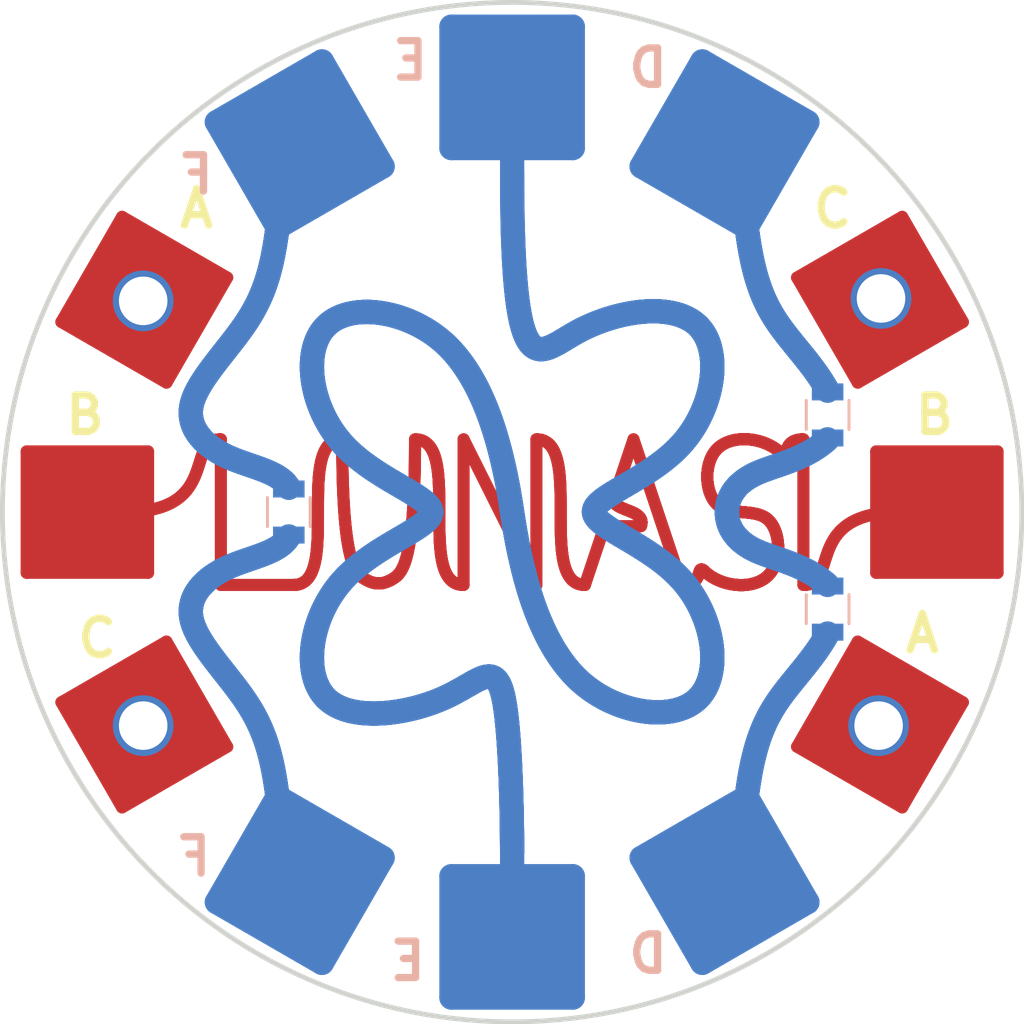
<source format=kicad_pcb>
(kicad_pcb (version 20171130) (host pcbnew "(5.0.2)-1")

  (general
    (thickness 1.6)
    (drawings 17579)
    (tracks 4)
    (zones 0)
    (modules 3)
    (nets 1)
  )

  (page A4)
  (layers
    (0 F.Cu signal)
    (1 In1.Cu signal)
    (2 In2.Cu signal)
    (31 B.Cu signal)
    (36 B.SilkS user)
    (37 F.SilkS user)
    (38 B.Mask user)
    (39 F.Mask user)
    (44 Edge.Cuts user)
    (45 Margin user)
    (46 B.CrtYd user)
    (47 F.CrtYd user)
  )

  (setup
    (last_trace_width 0.25)
    (user_trace_width 1)
    (trace_clearance 0.2)
    (zone_clearance 0)
    (zone_45_only no)
    (trace_min 0.2)
    (segment_width 0.2)
    (edge_width 0.15)
    (via_size 0.8)
    (via_drill 0.4)
    (via_min_size 0.4)
    (via_min_drill 0.3)
    (user_via 2.5 2)
    (uvia_size 0.3)
    (uvia_drill 0.1)
    (uvias_allowed no)
    (uvia_min_size 0.2)
    (uvia_min_drill 0.1)
    (pcb_text_width 0.3)
    (pcb_text_size 1.5 1.5)
    (mod_edge_width 0.15)
    (mod_text_size 1 1)
    (mod_text_width 0.15)
    (pad_size 1.524 1.524)
    (pad_drill 0.762)
    (pad_to_mask_clearance 0.051)
    (solder_mask_min_width 0.25)
    (aux_axis_origin 0 0)
    (visible_elements 7FFFFFFF)
    (pcbplotparams
      (layerselection 0x010fc_ffffffff)
      (usegerberextensions false)
      (usegerberattributes false)
      (usegerberadvancedattributes false)
      (creategerberjobfile false)
      (excludeedgelayer true)
      (linewidth 0.100000)
      (plotframeref false)
      (viasonmask false)
      (mode 1)
      (useauxorigin false)
      (hpglpennumber 1)
      (hpglpenspeed 20)
      (hpglpendiameter 15.000000)
      (psnegative false)
      (psa4output false)
      (plotreference true)
      (plotvalue true)
      (plotinvisibletext false)
      (padsonsilk false)
      (subtractmaskfromsilk false)
      (outputformat 1)
      (mirror false)
      (drillshape 1)
      (scaleselection 1)
      (outputdirectory ""))
  )

  (net 0 "")

  (net_class Default "To jest domyślna klasa połączeń."
    (clearance 0.2)
    (trace_width 0.25)
    (via_dia 0.8)
    (via_drill 0.4)
    (uvia_dia 0.3)
    (uvia_drill 0.1)
  )

  (module Resistors_SMD:R_0805 (layer B.Cu) (tedit 5CD7FC11) (tstamp 5CD7FB03)
    (at 139.3 105 270)
    (descr "Resistor SMD 0805, reflow soldering, Vishay (see dcrcw.pdf)")
    (tags "resistor 0805")
    (attr smd)
    (fp_text reference REF** (at 0 1.65 270) (layer B.SilkS) hide
      (effects (font (size 1 1) (thickness 0.15)) (justify mirror))
    )
    (fp_text value R_0805 (at 0 -1.75 270) (layer B.Fab)
      (effects (font (size 1 1) (thickness 0.15)) (justify mirror))
    )
    (fp_text user %R (at 0 0 270) (layer B.Fab)
      (effects (font (size 0.5 0.5) (thickness 0.075)) (justify mirror))
    )
    (fp_line (start -1 -0.62) (end -1 0.62) (layer B.Fab) (width 0.1))
    (fp_line (start 1 -0.62) (end -1 -0.62) (layer B.Fab) (width 0.1))
    (fp_line (start 1 0.62) (end 1 -0.62) (layer B.Fab) (width 0.1))
    (fp_line (start -1 0.62) (end 1 0.62) (layer B.Fab) (width 0.1))
    (fp_line (start 0.6 -0.88) (end -0.6 -0.88) (layer B.SilkS) (width 0.12))
    (fp_line (start -0.6 0.88) (end 0.6 0.88) (layer B.SilkS) (width 0.12))
    (fp_line (start -1.55 0.9) (end 1.55 0.9) (layer B.CrtYd) (width 0.05))
    (fp_line (start -1.55 0.9) (end -1.55 -0.9) (layer B.CrtYd) (width 0.05))
    (fp_line (start 1.55 -0.9) (end 1.55 0.9) (layer B.CrtYd) (width 0.05))
    (fp_line (start 1.55 -0.9) (end -1.55 -0.9) (layer B.CrtYd) (width 0.05))
    (pad 1 smd rect (at -0.95 0 270) (size 0.7 1.3) (layers B.Cu B.Paste B.Mask))
    (pad 2 smd rect (at 0.95 0 270) (size 0.7 1.3) (layers B.Cu B.Paste B.Mask))
    (model ${KISYS3DMOD}/Resistors_SMD.3dshapes/R_0805.wrl
      (at (xyz 0 0 0))
      (scale (xyz 1 1 1))
      (rotate (xyz 0 0 0))
    )
  )

  (module Resistors_SMD:R_0805 (layer B.Cu) (tedit 5CD7FC01) (tstamp 5CD7FBB7)
    (at 161.5 101 270)
    (descr "Resistor SMD 0805, reflow soldering, Vishay (see dcrcw.pdf)")
    (tags "resistor 0805")
    (attr smd)
    (fp_text reference REF** (at 0 1.65 270) (layer B.SilkS) hide
      (effects (font (size 1 1) (thickness 0.15)) (justify mirror))
    )
    (fp_text value R_0805 (at 0 -1.75 270) (layer B.Fab)
      (effects (font (size 1 1) (thickness 0.15)) (justify mirror))
    )
    (fp_text user %R (at 0 0 270) (layer B.Fab)
      (effects (font (size 0.5 0.5) (thickness 0.075)) (justify mirror))
    )
    (fp_line (start -1 -0.62) (end -1 0.62) (layer B.Fab) (width 0.1))
    (fp_line (start 1 -0.62) (end -1 -0.62) (layer B.Fab) (width 0.1))
    (fp_line (start 1 0.62) (end 1 -0.62) (layer B.Fab) (width 0.1))
    (fp_line (start -1 0.62) (end 1 0.62) (layer B.Fab) (width 0.1))
    (fp_line (start 0.6 -0.88) (end -0.6 -0.88) (layer B.SilkS) (width 0.12))
    (fp_line (start -0.6 0.88) (end 0.6 0.88) (layer B.SilkS) (width 0.12))
    (fp_line (start -1.55 0.9) (end 1.55 0.9) (layer B.CrtYd) (width 0.05))
    (fp_line (start -1.55 0.9) (end -1.55 -0.9) (layer B.CrtYd) (width 0.05))
    (fp_line (start 1.55 -0.9) (end 1.55 0.9) (layer B.CrtYd) (width 0.05))
    (fp_line (start 1.55 -0.9) (end -1.55 -0.9) (layer B.CrtYd) (width 0.05))
    (pad 1 smd rect (at -0.95 0 270) (size 0.7 1.3) (layers B.Cu B.Paste B.Mask))
    (pad 2 smd rect (at 0.95 0 270) (size 0.7 1.3) (layers B.Cu B.Paste B.Mask))
    (model ${KISYS3DMOD}/Resistors_SMD.3dshapes/R_0805.wrl
      (at (xyz 0 0 0))
      (scale (xyz 1 1 1))
      (rotate (xyz 0 0 0))
    )
  )

  (module Resistors_SMD:R_0805 (layer B.Cu) (tedit 5CD7FC08) (tstamp 5CD7FBDE)
    (at 161.5 109 270)
    (descr "Resistor SMD 0805, reflow soldering, Vishay (see dcrcw.pdf)")
    (tags "resistor 0805")
    (attr smd)
    (fp_text reference REF** (at 0 1.65 270) (layer B.SilkS) hide
      (effects (font (size 1 1) (thickness 0.15)) (justify mirror))
    )
    (fp_text value R_0805 (at 0 -1.75 270) (layer B.Fab)
      (effects (font (size 1 1) (thickness 0.15)) (justify mirror))
    )
    (fp_text user %R (at 0 0 270) (layer B.Fab)
      (effects (font (size 0.5 0.5) (thickness 0.075)) (justify mirror))
    )
    (fp_line (start -1 -0.62) (end -1 0.62) (layer B.Fab) (width 0.1))
    (fp_line (start 1 -0.62) (end -1 -0.62) (layer B.Fab) (width 0.1))
    (fp_line (start 1 0.62) (end 1 -0.62) (layer B.Fab) (width 0.1))
    (fp_line (start -1 0.62) (end 1 0.62) (layer B.Fab) (width 0.1))
    (fp_line (start 0.6 -0.88) (end -0.6 -0.88) (layer B.SilkS) (width 0.12))
    (fp_line (start -0.6 0.88) (end 0.6 0.88) (layer B.SilkS) (width 0.12))
    (fp_line (start -1.55 0.9) (end 1.55 0.9) (layer B.CrtYd) (width 0.05))
    (fp_line (start -1.55 0.9) (end -1.55 -0.9) (layer B.CrtYd) (width 0.05))
    (fp_line (start 1.55 -0.9) (end 1.55 0.9) (layer B.CrtYd) (width 0.05))
    (fp_line (start 1.55 -0.9) (end -1.55 -0.9) (layer B.CrtYd) (width 0.05))
    (pad 1 smd rect (at -0.95 0 270) (size 0.7 1.3) (layers B.Cu B.Paste B.Mask))
    (pad 2 smd rect (at 0.95 0 270) (size 0.7 1.3) (layers B.Cu B.Paste B.Mask))
    (model ${KISYS3DMOD}/Resistors_SMD.3dshapes/R_0805.wrl
      (at (xyz 0 0 0))
      (scale (xyz 1 1 1))
      (rotate (xyz 0 0 0))
    )
  )

  (gr_text A (at 165.4 110) (layer F.SilkS)
    (effects (font (size 1.5 1.5) (thickness 0.3)))
  )
  (gr_text F (at 135.4 119.2) (layer B.SilkS)
    (effects (font (size 1.5 1.5) (thickness 0.3)) (justify mirror))
  )
  (gr_text E (at 144.2 123.5) (layer B.SilkS)
    (effects (font (size 1.5 1.5) (thickness 0.3)) (justify mirror))
  )
  (gr_text D (at 154.1 123.2) (layer B.SilkS)
    (effects (font (size 1.5 1.5) (thickness 0.3)) (justify mirror))
  )
  (gr_text D (at 154.1 86.7) (layer B.SilkS)
    (effects (font (size 1.5 1.5) (thickness 0.3)) (justify mirror))
  )
  (gr_text E (at 144.3 86.4) (layer B.SilkS)
    (effects (font (size 1.5 1.5) (thickness 0.3)) (justify mirror))
  )
  (gr_text F (at 135.5 91.1) (layer B.SilkS)
    (effects (font (size 1.5 1.5) (thickness 0.3)) (justify mirror))
  )
  (gr_text B (at 165.9 101) (layer F.SilkS)
    (effects (font (size 1.5 1.5) (thickness 0.3)))
  )
  (gr_text C (at 161.7 92.5) (layer F.SilkS)
    (effects (font (size 1.5 1.5) (thickness 0.3)))
  )
  (gr_text B (at 130.9 101) (layer F.SilkS)
    (effects (font (size 1.5 1.5) (thickness 0.3)))
  )
  (gr_text C (at 131.4 110.2) (layer F.SilkS)
    (effects (font (size 1.5 1.5) (thickness 0.3)))
  )
  (gr_text A (at 135.5 92.5) (layer F.SilkS)
    (effects (font (size 1.5 1.5) (thickness 0.3)) (justify mirror))
  )
  (gr_line (start 164.571608 92.838555) (end 167.071608 97.168682) (layer F.Mask) (width 0.5))
  (gr_line (start 134.260719 110.338555) (end 136.760719 114.668682) (layer F.Mask) (width 0.5))
  (gr_line (start 160.241481 95.338555) (end 164.571608 92.838555) (layer F.Mask) (width 0.5))
  (gr_line (start 128.5011 107.503619) (end 128.5011 102.503619) (layer F.Mask) (width 0.5))
  (gr_line (start 129.930592 112.838555) (end 134.260719 110.338555) (layer F.Mask) (width 0.5))
  (gr_line (start 162.741481 110.338518) (end 160.241481 114.668645) (layer F.Mask) (width 0.5))
  (gr_line (start 132.430592 92.838518) (end 129.930592 97.168645) (layer F.Mask) (width 0.5))
  (gr_line (start 163.5011 107.503619) (end 163.5011 102.503619) (layer F.Mask) (width 0.5))
  (gr_line (start 160.241481 114.668645) (end 164.571608 117.168645) (layer F.Mask) (width 0.5))
  (gr_line (start 132.430592 117.168682) (end 129.930592 112.838555) (layer F.Mask) (width 0.5))
  (gr_line (start 167.071608 97.168682) (end 162.741481 99.668682) (layer F.Mask) (width 0.5))
  (gr_line (start 163.5011 102.503619) (end 168.5011 102.503619) (layer F.Mask) (width 0.5))
  (gr_line (start 162.741481 99.668682) (end 160.241481 95.338555) (layer F.Mask) (width 0.5))
  (gr_line (start 168.5011 107.503619) (end 163.5011 107.503619) (layer F.Mask) (width 0.5))
  (gr_line (start 133.5011 107.503619) (end 128.5011 107.503619) (layer F.Mask) (width 0.5))
  (gr_line (start 167.071608 112.838518) (end 162.741481 110.338518) (layer F.Mask) (width 0.5))
  (gr_line (start 136.760719 95.338518) (end 132.430592 92.838518) (layer F.Mask) (width 0.5))
  (gr_line (start 129.930592 97.168645) (end 134.260719 99.668645) (layer F.Mask) (width 0.5))
  (gr_line (start 168.5011 102.503619) (end 168.5011 107.503619) (layer F.Mask) (width 0.5))
  (gr_line (start 133.5011 102.503619) (end 133.5011 107.503619) (layer F.Mask) (width 0.5))
  (gr_line (start 136.760719 114.668682) (end 132.430592 117.168682) (layer F.Mask) (width 0.5))
  (gr_line (start 164.571608 117.168645) (end 167.071608 112.838518) (layer F.Mask) (width 0.5))
  (gr_line (start 134.260719 99.668645) (end 136.760719 95.338518) (layer F.Mask) (width 0.5))
  (gr_line (start 128.5011 102.503619) (end 133.5011 102.503619) (layer F.Mask) (width 0.5))
  (gr_line (start 143.166091 90.76323) (end 138.835964 93.26323) (layer B.Mask) (width 1))
  (gr_line (start 138.835964 93.26323) (end 136.335964 88.933103) (layer B.Mask) (width 1))
  (gr_line (start 151.0011 90.0036) (end 146.0011 90.0036) (layer B.Mask) (width 1))
  (gr_line (start 156.336036 86.433092) (end 160.666164 88.933092) (layer B.Mask) (width 1))
  (gr_line (start 146.0011 85.0036) (end 151.0011 85.0036) (layer B.Mask) (width 1))
  (gr_line (start 136.335964 121.074119) (end 138.835964 116.743992) (layer B.Mask) (width 1))
  (gr_line (start 160.666164 88.933092) (end 158.166164 93.263219) (layer B.Mask) (width 1))
  (gr_line (start 146.0011 90.0036) (end 146.0011 85.0036) (layer B.Mask) (width 1))
  (gr_line (start 158.166164 93.263219) (end 153.836036 90.763219) (layer B.Mask) (width 1))
  (gr_line (start 138.835964 116.743992) (end 143.166091 119.243992) (layer B.Mask) (width 1))
  (gr_line (start 156.336036 123.574108) (end 153.836036 119.243981) (layer B.Mask) (width 1))
  (gr_line (start 140.666091 86.433103) (end 143.166091 90.76323) (layer B.Mask) (width 1))
  (gr_line (start 153.836036 90.763219) (end 156.336036 86.433092) (layer B.Mask) (width 1))
  (gr_line (start 140.666091 123.574119) (end 136.335964 121.074119) (layer B.Mask) (width 1))
  (gr_line (start 158.166164 116.743981) (end 160.666164 121.074108) (layer B.Mask) (width 1))
  (gr_line (start 151.0011 125.0036) (end 146.0011 125.0036) (layer B.Mask) (width 1))
  (gr_line (start 153.836036 119.243981) (end 158.166164 116.743981) (layer B.Mask) (width 1))
  (gr_line (start 146.0011 125.0036) (end 146.0011 120.0036) (layer B.Mask) (width 1))
  (gr_line (start 160.666164 121.074108) (end 156.336036 123.574108) (layer B.Mask) (width 1))
  (gr_line (start 151.0011 120.0036) (end 151.0011 125.0036) (layer B.Mask) (width 1))
  (gr_line (start 143.166091 119.243992) (end 140.666091 123.574119) (layer B.Mask) (width 1))
  (gr_line (start 146.0011 120.0036) (end 151.0011 120.0036) (layer B.Mask) (width 1))
  (gr_line (start 136.335964 88.933103) (end 140.666091 86.433103) (layer B.Mask) (width 1))
  (gr_line (start 151.0011 85.0036) (end 151.0011 90.0036) (layer B.Mask) (width 1))
  (gr_poly (pts (xy 136.65 95.35) (xy 132.45 93) (xy 130.05 97.15) (xy 134.25 99.55)) (layer F.Cu) (width 0.15) (tstamp 5CD7FD2D))
  (gr_poly (pts (xy 162.8 110.45) (xy 167 112.85) (xy 164.55 117.15) (xy 160.25 114.65) (xy 162.7 110.45)) (layer F.Cu) (width 0.15) (tstamp 5CD7FD2C))
  (gr_poly (pts (xy 163.55 102.55) (xy 168.45 102.55) (xy 168.45 107.5) (xy 163.55 107.5)) (layer F.Cu) (width 0.15) (tstamp 5CD7FD2B))
  (gr_poly (pts (xy 128.6 102.55) (xy 133.45 102.55) (xy 133.45 107.45) (xy 128.6 107.45)) (layer F.Cu) (width 0.15) (tstamp 5CD7FD2A))
  (gr_poly (pts (xy 130 112.9) (xy 132.45 117.1) (xy 136.7 114.65) (xy 134.25 110.4)) (layer F.Cu) (width 0.15) (tstamp 5CD7FD29))
  (gr_poly (pts (xy 164.45 92.9) (xy 160.25 95.3) (xy 162.75 99.7) (xy 167.05 97.15)) (layer F.Cu) (width 0.15) (tstamp 5CD7FD28))
  (gr_poly (pts (xy 146.05 85.05) (xy 150.85 85) (xy 150.95 90.1) (xy 146.05 90.1)) (layer B.Cu) (width 0.15) (tstamp 5CD7FD00))
  (gr_poly (pts (xy 153.95 119.2) (xy 156.4 123.45) (xy 160.65 121.2) (xy 158.05 116.95) (xy 153.85 119.2)) (layer B.Cu) (width 0.15) (tstamp 5CD7FCFF))
  (gr_poly (pts (xy 156.4 86.65) (xy 153.9 90.7) (xy 158.1 93.25) (xy 160.65 88.85)) (layer B.Cu) (width 0.15) (tstamp 5CD7FCFE))
  (gr_poly (pts (xy 146.1 120.05) (xy 150.9 120.05) (xy 150.95 125.1) (xy 146 125.1)) (layer B.Cu) (width 0.15) (tstamp 5CD7FCFD))
  (gr_poly (pts (xy 138.9 116.8) (xy 143 119.2) (xy 140.65 123.6) (xy 136.45 121.1)) (layer B.Cu) (width 0.15) (tstamp 5CD7FCFC))
  (gr_poly (pts (xy 140.45 86.6) (xy 136.4 88.9) (xy 138.8 93.2) (xy 143.15 90.85)) (layer B.Cu) (width 0.15) (tstamp 5CD7FCFB))
  (gr_line (start 140.26375 110.711831) (end 140.265335 110.691182) (layer B.Cu) (width 1))
  (gr_line (start 140.259645 110.773579) (end 140.260905 110.753031) (layer B.Cu) (width 1))
  (gr_line (start 140.253877 110.916385) (end 140.254373 110.8961) (layer B.Cu) (width 1))
  (gr_line (start 140.253205 111.037213) (end 140.253042 111.017184) (layer B.Cu) (width 1))
  (gr_line (start 140.254355 111.097024) (end 140.253861 111.077134) (layer B.Cu) (width 1))
  (gr_line (start 140.256502 111.156407) (end 140.255675 111.136662) (layer B.Cu) (width 1))
  (gr_line (start 140.258494 110.794092) (end 140.259645 110.773579) (layer B.Cu) (width 1))
  (gr_line (start 140.256518 110.835009) (end 140.257452 110.814569) (layer B.Cu) (width 1))
  (gr_line (start 140.2623 111.254368) (end 140.260918 111.234881) (layer B.Cu) (width 1))
  (gr_line (start 140.302969 111.576779) (end 140.299674 111.558313) (layer B.Cu) (width 1))
  (gr_line (start 140.253214 110.956832) (end 140.253491 110.936629) (layer B.Cu) (width 1))
  (gr_line (start 140.272942 111.370134) (end 140.270888 111.350982) (layer B.Cu) (width 1))
  (gr_line (start 140.309901 111.613509) (end 140.306378 111.595178) (layer B.Cu) (width 1))
  (gr_line (start 140.260905 110.753031) (end 140.262273 110.732448) (layer B.Cu) (width 1))
  (gr_line (start 140.275107 111.389228) (end 140.272942 111.370134) (layer B.Cu) (width 1))
  (gr_line (start 140.252989 110.99711) (end 140.253046 110.976992) (layer B.Cu) (width 1))
  (gr_line (start 140.258487 111.195747) (end 140.257439 111.176103) (layer B.Cu) (width 1))
  (gr_line (start 140.28228 111.446152) (end 140.279777 111.427238) (layer B.Cu) (width 1))
  (gr_line (start 140.257452 110.814569) (end 140.258494 110.794092) (layer B.Cu) (width 1))
  (gr_line (start 140.263794 111.273802) (end 140.2623 111.254368) (layer B.Cu) (width 1))
  (gr_line (start 140.306378 111.595178) (end 140.302969 111.576779) (layer B.Cu) (width 1))
  (gr_line (start 140.255675 111.136662) (end 140.25496 111.116867) (layer B.Cu) (width 1))
  (gr_line (start 140.254979 110.875775) (end 140.255694 110.855411) (layer B.Cu) (width 1))
  (gr_line (start 140.253491 110.936629) (end 140.253877 110.916385) (layer B.Cu) (width 1))
  (gr_line (start 140.254373 110.8961) (end 140.254979 110.875775) (layer B.Cu) (width 1))
  (gr_line (start 140.293423 111.521183) (end 140.290468 111.50252) (layer B.Cu) (width 1))
  (gr_line (start 140.253042 111.017184) (end 140.252989 110.99711) (layer B.Cu) (width 1))
  (gr_line (start 140.260918 111.234881) (end 140.259647 111.21534) (layer B.Cu) (width 1))
  (gr_line (start 140.267117 111.312504) (end 140.2654 111.293181) (layer B.Cu) (width 1))
  (gr_line (start 140.25496 111.116867) (end 140.254355 111.097024) (layer B.Cu) (width 1))
  (gr_line (start 140.255694 110.855411) (end 140.256518 110.835009) (layer B.Cu) (width 1))
  (gr_line (start 140.26883 110.649787) (end 140.27074 110.629044) (layer B.Cu) (width 1))
  (gr_line (start 140.277386 111.408263) (end 140.275107 111.389228) (layer B.Cu) (width 1))
  (gr_line (start 140.253046 110.976992) (end 140.253214 110.956832) (layer B.Cu) (width 1))
  (gr_line (start 140.290468 111.50252) (end 140.287626 111.483793) (layer B.Cu) (width 1))
  (gr_line (start 140.262273 110.732448) (end 140.26375 110.711831) (layer B.Cu) (width 1))
  (gr_line (start 140.279777 111.427238) (end 140.277386 111.408263) (layer B.Cu) (width 1))
  (gr_line (start 140.287626 111.483793) (end 140.284897 111.465004) (layer B.Cu) (width 1))
  (gr_line (start 140.265335 110.691182) (end 140.267029 110.6705) (layer B.Cu) (width 1))
  (gr_line (start 140.267029 110.6705) (end 140.26883 110.649787) (layer B.Cu) (width 1))
  (gr_line (start 140.259647 111.21534) (end 140.258487 111.195747) (layer B.Cu) (width 1))
  (gr_line (start 140.270888 111.350982) (end 140.268946 111.331771) (layer B.Cu) (width 1))
  (gr_line (start 140.299674 111.558313) (end 140.296492 111.539781) (layer B.Cu) (width 1))
  (gr_line (start 140.253478 111.057196) (end 140.253205 111.037213) (layer B.Cu) (width 1))
  (gr_line (start 140.268946 111.331771) (end 140.267117 111.312504) (layer B.Cu) (width 1))
  (gr_line (start 140.257439 111.176103) (end 140.256502 111.156407) (layer B.Cu) (width 1))
  (gr_line (start 140.253861 111.077134) (end 140.253478 111.057196) (layer B.Cu) (width 1))
  (gr_line (start 140.2654 111.293181) (end 140.263794 111.273802) (layer B.Cu) (width 1))
  (gr_line (start 140.284897 111.465004) (end 140.28228 111.446152) (layer B.Cu) (width 1))
  (gr_line (start 140.313538 111.631772) (end 140.309901 111.613509) (layer B.Cu) (width 1))
  (gr_line (start 140.296492 111.539781) (end 140.293423 111.521183) (layer B.Cu) (width 1))
  (gr_line (start 140.35141 111.79292) (end 140.346743 111.77531) (layer B.Cu) (width 1))
  (gr_line (start 140.325132 111.68614) (end 140.321153 111.668088) (layer B.Cu) (width 1))
  (gr_line (start 140.329225 111.704121) (end 140.325132 111.68614) (layer B.Cu) (width 1))
  (gr_line (start 140.337755 111.739864) (end 140.333433 111.722029) (layer B.Cu) (width 1))
  (gr_line (start 140.342192 111.757624) (end 140.337755 111.739864) (layer B.Cu) (width 1))
  (gr_line (start 140.356192 111.810454) (end 140.35141 111.79292) (layer B.Cu) (width 1))
  (gr_line (start 140.3661 111.84529) (end 140.361088 111.827911) (layer B.Cu) (width 1))
  (gr_line (start 140.371228 111.86259) (end 140.3661 111.84529) (layer B.Cu) (width 1))
  (gr_line (start 140.788534 112.622423) (end 140.777363 112.610163) (layer B.Cu) (width 1))
  (gr_line (start 140.376471 111.879811) (end 140.371228 111.86259) (layer B.Cu) (width 1))
  (gr_line (start 140.381829 111.896952) (end 140.376471 111.879811) (layer B.Cu) (width 1))
  (gr_line (start 140.387304 111.914011) (end 140.381829 111.896952) (layer B.Cu) (width 1))
  (gr_line (start 140.392894 111.930989) (end 140.387304 111.914011) (layer B.Cu) (width 1))
  (gr_line (start 140.44844 112.079981) (end 140.441801 112.063774) (layer B.Cu) (width 1))
  (gr_line (start 140.462068 112.112126) (end 140.455195 112.096099) (layer B.Cu) (width 1))
  (gr_line (start 140.537266 112.267259) (end 140.529215 112.252178) (layer B.Cu) (width 1))
  (gr_line (start 140.766314 112.597785) (end 140.755386 112.585289) (layer B.Cu) (width 1))
  (gr_line (start 140.3986 111.947884) (end 140.392894 111.930989) (layer B.Cu) (width 1))
  (gr_line (start 140.662477 112.467671) (end 140.652756 112.454043) (layer B.Cu) (width 1))
  (gr_line (start 140.428875 112.031095) (end 140.422587 112.014624) (layer B.Cu) (width 1))
  (gr_line (start 140.455195 112.096099) (end 140.44844 112.079981) (layer B.Cu) (width 1))
  (gr_line (start 140.476165 112.143906) (end 140.469058 112.128062) (layer B.Cu) (width 1))
  (gr_line (start 140.570656 112.326589) (end 140.562131 112.311908) (layer B.Cu) (width 1))
  (gr_line (start 140.60595 112.384288) (end 140.596948 112.370019) (layer B.Cu) (width 1))
  (gr_line (start 140.624313 112.412511) (end 140.615072 112.398452) (layer B.Cu) (width 1))
  (gr_line (start 140.733894 112.559948) (end 140.723329 112.547105) (layer B.Cu) (width 1))
  (gr_line (start 140.521282 112.236998) (end 140.513468 112.221722) (layer B.Cu) (width 1))
  (gr_line (start 140.682279 112.494596) (end 140.672318 112.481188) (layer B.Cu) (width 1))
  (gr_line (start 140.596948 112.370019) (end 140.588065 112.355646) (layer B.Cu) (width 1))
  (gr_line (start 140.498193 112.190879) (end 140.490733 112.175315) (layer B.Cu) (width 1))
  (gr_line (start 140.469058 112.128062) (end 140.462068 112.112126) (layer B.Cu) (width 1))
  (gr_line (start 140.404423 111.964696) (end 140.3986 111.947884) (layer B.Cu) (width 1))
  (gr_line (start 140.410361 111.981424) (end 140.404423 111.964696) (layer B.Cu) (width 1))
  (gr_line (start 140.702563 112.521076) (end 140.692361 112.507892) (layer B.Cu) (width 1))
  (gr_line (start 140.416416 111.998067) (end 140.410361 111.981424) (layer B.Cu) (width 1))
  (gr_line (start 140.422587 112.014624) (end 140.416416 111.998067) (layer B.Cu) (width 1))
  (gr_line (start 140.43528 112.047479) (end 140.428875 112.031095) (layer B.Cu) (width 1))
  (gr_line (start 140.553724 112.297125) (end 140.545436 112.282242) (layer B.Cu) (width 1))
  (gr_line (start 140.441801 112.063774) (end 140.43528 112.047479) (layer B.Cu) (width 1))
  (gr_line (start 140.513468 112.221722) (end 140.505772 112.206348) (layer B.Cu) (width 1))
  (gr_line (start 140.545436 112.282242) (end 140.537266 112.267259) (layer B.Cu) (width 1))
  (gr_line (start 140.615072 112.398452) (end 140.60595 112.384288) (layer B.Cu) (width 1))
  (gr_line (start 140.672318 112.481188) (end 140.662477 112.467671) (layer B.Cu) (width 1))
  (gr_line (start 140.490733 112.175315) (end 140.48339 112.159657) (layer B.Cu) (width 1))
  (gr_line (start 140.505772 112.206348) (end 140.498193 112.190879) (layer B.Cu) (width 1))
  (gr_line (start 140.588065 112.355646) (end 140.579301 112.341169) (layer B.Cu) (width 1))
  (gr_line (start 140.633674 112.426463) (end 140.624313 112.412511) (layer B.Cu) (width 1))
  (gr_line (start 140.643155 112.440307) (end 140.633674 112.426463) (layer B.Cu) (width 1))
  (gr_line (start 140.712886 112.534147) (end 140.702563 112.521076) (layer B.Cu) (width 1))
  (gr_line (start 140.744579 112.572677) (end 140.733894 112.559948) (layer B.Cu) (width 1))
  (gr_line (start 140.652756 112.454043) (end 140.643155 112.440307) (layer B.Cu) (width 1))
  (gr_line (start 140.723329 112.547105) (end 140.712886 112.534147) (layer B.Cu) (width 1))
  (gr_line (start 140.48339 112.159657) (end 140.476165 112.143906) (layer B.Cu) (width 1))
  (gr_line (start 140.529215 112.252178) (end 140.521282 112.236998) (layer B.Cu) (width 1))
  (gr_line (start 140.333433 111.722029) (end 140.329225 111.704121) (layer B.Cu) (width 1))
  (gr_line (start 140.692361 112.507892) (end 140.682279 112.494596) (layer B.Cu) (width 1))
  (gr_line (start 140.346743 111.77531) (end 140.342192 111.757624) (layer B.Cu) (width 1))
  (gr_line (start 140.579301 112.341169) (end 140.570656 112.326589) (layer B.Cu) (width 1))
  (gr_line (start 140.755386 112.585289) (end 140.744579 112.572677) (layer B.Cu) (width 1))
  (gr_line (start 140.361088 111.827911) (end 140.356192 111.810454) (layer B.Cu) (width 1))
  (gr_line (start 140.317288 111.649965) (end 140.313538 111.631772) (layer B.Cu) (width 1))
  (gr_line (start 140.777363 112.610163) (end 140.766314 112.597785) (layer B.Cu) (width 1))
  (gr_line (start 140.562131 112.311908) (end 140.553724 112.297125) (layer B.Cu) (width 1))
  (gr_line (start 140.321153 111.668088) (end 140.317288 111.649965) (layer B.Cu) (width 1))
  (gr_line (start 141.71178 113.161451) (end 141.694246 113.156261) (layer B.Cu) (width 1))
  (gr_line (start 140.919411 112.749328) (end 140.906915 112.738395) (layer B.Cu) (width 1))
  (gr_line (start 141.092189 112.880704) (end 141.078237 112.871298) (layer B.Cu) (width 1))
  (gr_line (start 140.799826 112.634565) (end 140.788534 112.622423) (layer B.Cu) (width 1))
  (gr_line (start 140.822776 112.658487) (end 140.81124 112.646586) (layer B.Cu) (width 1))
  (gr_line (start 140.834433 112.670267) (end 140.822776 112.658487) (layer B.Cu) (width 1))
  (gr_line (start 141.106248 112.889996) (end 141.092189 112.880704) (layer B.Cu) (width 1))
  (gr_line (start 140.858114 112.693461) (end 140.846213 112.681924) (layer B.Cu) (width 1))
  (gr_line (start 140.983624 112.802206) (end 140.970553 112.791867) (layer B.Cu) (width 1))
  (gr_line (start 141.010104 112.82253) (end 140.996808 112.812426) (layer B.Cu) (width 1))
  (gr_line (start 141.023512 112.832516) (end 141.010104 112.82253) (layer B.Cu) (width 1))
  (gr_line (start 141.506633 113.09241) (end 141.490076 113.08598) (layer B.Cu) (width 1))
  (gr_line (start 141.120412 112.899173) (end 141.106248 112.889996) (layer B.Cu) (width 1))
  (gr_line (start 141.134681 112.908236) (end 141.120412 112.899173) (layer B.Cu) (width 1))
  (gr_line (start 141.237441 112.968507) (end 141.222458 112.960234) (layer B.Cu) (width 1))
  (gr_line (start 141.540004 113.104952) (end 141.523276 113.098733) (layer B.Cu) (width 1))
  (gr_line (start 141.064393 112.861776) (end 141.050657 112.852139) (layer B.Cu) (width 1))
  (gr_line (start 140.81124 112.646586) (end 140.799826 112.634565) (layer B.Cu) (width 1))
  (gr_line (start 141.329385 113.015821) (end 141.313821 113.00821) (layer B.Cu) (width 1))
  (gr_line (start 141.192792 112.943351) (end 141.178111 112.934742) (layer B.Cu) (width 1))
  (gr_line (start 140.846213 112.681924) (end 140.834433 112.670267) (layer B.Cu) (width 1))
  (gr_line (start 140.870135 112.704875) (end 140.858114 112.693461) (layer B.Cu) (width 1))
  (gr_line (start 141.345043 113.023322) (end 141.329385 113.015821) (layer B.Cu) (width 1))
  (gr_line (start 140.932023 112.760141) (end 140.919411 112.749328) (layer B.Cu) (width 1))
  (gr_line (start 141.392574 113.045175) (end 141.376638 113.037999) (layer B.Cu) (width 1))
  (gr_line (start 141.523276 113.098733) (end 141.506633 113.09241) (layer B.Cu) (width 1))
  (gr_line (start 141.078237 112.871298) (end 141.064393 112.861776) (layer B.Cu) (width 1))
  (gr_line (start 140.970553 112.791867) (end 140.957595 112.78141) (layer B.Cu) (width 1))
  (gr_line (start 141.252522 112.976669) (end 141.237441 112.968507) (layer B.Cu) (width 1))
  (gr_line (start 141.65941 113.145578) (end 141.64211 113.140083) (layer B.Cu) (width 1))
  (gr_line (start 140.882277 112.716169) (end 140.870135 112.704875) (layer B.Cu) (width 1))
  (gr_line (start 141.149054 112.917184) (end 141.134681 112.908236) (layer B.Cu) (width 1))
  (gr_line (start 141.163531 112.92602) (end 141.149054 112.917184) (layer B.Cu) (width 1))
  (gr_line (start 141.178111 112.934742) (end 141.163531 112.92602) (layer B.Cu) (width 1))
  (gr_line (start 141.457221 113.072805) (end 141.440926 113.066058) (layer B.Cu) (width 1))
  (gr_line (start 141.676789 113.150971) (end 141.65941 113.145578) (layer B.Cu) (width 1))
  (gr_line (start 140.894537 112.727342) (end 140.882277 112.716169) (layer B.Cu) (width 1))
  (gr_line (start 140.957595 112.78141) (end 140.944752 112.770835) (layer B.Cu) (width 1))
  (gr_line (start 141.282978 112.99266) (end 141.267702 112.98472) (layer B.Cu) (width 1))
  (gr_line (start 141.222458 112.960234) (end 141.207575 112.951849) (layer B.Cu) (width 1))
  (gr_line (start 141.050657 112.852139) (end 141.037029 112.842386) (layer B.Cu) (width 1))
  (gr_line (start 140.906915 112.738395) (end 140.894537 112.727342) (layer B.Cu) (width 1))
  (gr_line (start 140.944752 112.770835) (end 140.932023 112.760141) (layer B.Cu) (width 1))
  (gr_line (start 141.360794 113.030715) (end 141.345043 113.023322) (layer B.Cu) (width 1))
  (gr_line (start 140.996808 112.812426) (end 140.983624 112.802206) (layer B.Cu) (width 1))
  (gr_line (start 141.440926 113.066058) (end 141.424719 113.059204) (layer B.Cu) (width 1))
  (gr_line (start 141.037029 112.842386) (end 141.023512 112.832516) (layer B.Cu) (width 1))
  (gr_line (start 141.624889 113.134486) (end 141.607748 113.128786) (layer B.Cu) (width 1))
  (gr_line (start 141.376638 113.037999) (end 141.360794 113.030715) (layer B.Cu) (width 1))
  (gr_line (start 141.424719 113.059204) (end 141.408601 113.052243) (layer B.Cu) (width 1))
  (gr_line (start 141.607748 113.128786) (end 141.590689 113.122983) (layer B.Cu) (width 1))
  (gr_line (start 141.490076 113.08598) (end 141.473605 113.079446) (layer B.Cu) (width 1))
  (gr_line (start 141.573711 113.117077) (end 141.556816 113.111067) (layer B.Cu) (width 1))
  (gr_line (start 141.72939 113.16654) (end 141.71178 113.161451) (layer B.Cu) (width 1))
  (gr_line (start 141.207575 112.951849) (end 141.192792 112.943351) (layer B.Cu) (width 1))
  (gr_line (start 141.313821 113.00821) (end 141.298352 113.00049) (layer B.Cu) (width 1))
  (gr_line (start 141.694246 113.156261) (end 141.676789 113.150971) (layer B.Cu) (width 1))
  (gr_line (start 141.298352 113.00049) (end 141.282978 112.99266) (layer B.Cu) (width 1))
  (gr_line (start 141.64211 113.140083) (end 141.624889 113.134486) (layer B.Cu) (width 1))
  (gr_line (start 141.590689 113.122983) (end 141.573711 113.117077) (layer B.Cu) (width 1))
  (gr_line (start 141.267702 112.98472) (end 141.252522 112.976669) (layer B.Cu) (width 1))
  (gr_line (start 141.408601 113.052243) (end 141.392574 113.045175) (layer B.Cu) (width 1))
  (gr_line (start 141.556816 113.111067) (end 141.540004 113.104952) (layer B.Cu) (width 1))
  (gr_line (start 141.473605 113.079446) (end 141.457221 113.072805) (layer B.Cu) (width 1))
  (gr_line (start 141.782671 113.181203) (end 141.764836 113.176415) (layer B.Cu) (width 1))
  (gr_line (start 141.800579 113.185892) (end 141.782671 113.181203) (layer B.Cu) (width 1))
  (gr_line (start 141.81856 113.190481) (end 141.800579 113.185892) (layer B.Cu) (width 1))
  (gr_line (start 141.836612 113.194971) (end 141.81856 113.190481) (layer B.Cu) (width 1))
  (gr_line (start 141.854735 113.199363) (end 141.836612 113.194971) (layer B.Cu) (width 1))
  (gr_line (start 141.872928 113.203657) (end 141.854735 113.199363) (layer B.Cu) (width 1))
  (gr_line (start 141.891191 113.207853) (end 141.872928 113.203657) (layer B.Cu) (width 1))
  (gr_line (start 142.89643 113.300607) (end 142.875656 113.300922) (layer B.Cu) (width 1))
  (gr_line (start 142.772252 113.301298) (end 142.751669 113.301131) (layer B.Cu) (width 1))
  (gr_line (start 141.909522 113.211951) (end 141.891191 113.207853) (layer B.Cu) (width 1))
  (gr_line (start 142.854913 113.301158) (end 142.8342 113.301314) (layer B.Cu) (width 1))
  (gr_line (start 141.927921 113.215953) (end 141.909522 113.211951) (layer B.Cu) (width 1))
  (gr_line (start 142.8342 113.301314) (end 142.813518 113.301389) (layer B.Cu) (width 1))
  (gr_line (start 142.020907 113.234518) (end 142.00218 113.230996) (layer B.Cu) (width 1))
  (gr_line (start 142.058548 113.241277) (end 142.039696 113.237944) (layer B.Cu) (width 1))
  (gr_line (start 142.250332 113.269479) (end 142.230898 113.267073) (layer B.Cu) (width 1))
  (gr_line (start 142.731121 113.300882) (end 142.710608 113.300551) (layer B.Cu) (width 1))
  (gr_line (start 141.964919 113.223666) (end 141.946387 113.219858) (layer B.Cu) (width 1))
  (gr_line (start 142.527708 113.293822) (end 142.50759 113.292652) (layer B.Cu) (width 1))
  (gr_line (start 142.039696 113.237944) (end 142.020907 113.234518) (layer B.Cu) (width 1))
  (gr_line (start 142.096437 113.247659) (end 142.077462 113.244515) (layer B.Cu) (width 1))
  (gr_line (start 142.211519 113.264575) (end 142.192196 113.261986) (layer B.Cu) (width 1))
  (gr_line (start 142.328597 113.278204) (end 142.308953 113.276157) (layer B.Cu) (width 1))
  (gr_line (start 142.407676 113.285501) (end 142.387833 113.283809) (layer B.Cu) (width 1))
  (gr_line (start 142.447504 113.288622) (end 142.427566 113.287105) (layer B.Cu) (width 1))
  (gr_line (start 142.669691 113.299641) (end 142.649289 113.299062) (layer B.Cu) (width 1))
  (gr_line (start 142.568071 113.295908) (end 142.547868 113.294908) (layer B.Cu) (width 1))
  (gr_line (start 142.875656 113.300922) (end 142.854913 113.301158) (layer B.Cu) (width 1))
  (gr_line (start 142.387833 113.283809) (end 142.368038 113.282029) (layer B.Cu) (width 1))
  (gr_line (start 142.153718 113.256533) (end 142.134566 113.253668) (layer B.Cu) (width 1))
  (gr_line (start 142.077462 113.244515) (end 142.058548 113.241277) (layer B.Cu) (width 1))
  (gr_line (start 141.946387 113.219858) (end 141.927921 113.215953) (layer B.Cu) (width 1))
  (gr_line (start 141.983517 113.227379) (end 141.964919 113.223666) (layer B.Cu) (width 1))
  (gr_line (start 142.6086 113.297653) (end 142.588315 113.296823) (layer B.Cu) (width 1))
  (gr_line (start 142.00218 113.230996) (end 141.983517 113.227379) (layer B.Cu) (width 1))
  (gr_line (start 142.792869 113.301384) (end 142.772252 113.301298) (layer B.Cu) (width 1))
  (gr_line (start 142.115472 113.25071) (end 142.096437 113.247659) (layer B.Cu) (width 1))
  (gr_line (start 142.28936 113.274021) (end 142.269819 113.271795) (layer B.Cu) (width 1))
  (gr_line (start 142.134566 113.253668) (end 142.115472 113.25071) (layer B.Cu) (width 1))
  (gr_line (start 142.192196 113.261986) (end 142.172929 113.259306) (layer B.Cu) (width 1))
  (gr_line (start 142.269819 113.271795) (end 142.250332 113.269479) (layer B.Cu) (width 1))
  (gr_line (start 142.427566 113.287105) (end 142.407676 113.285501) (layer B.Cu) (width 1))
  (gr_line (start 142.547868 113.294908) (end 142.527708 113.293822) (layer B.Cu) (width 1))
  (gr_line (start 142.172929 113.259306) (end 142.153718 113.256533) (layer B.Cu) (width 1))
  (gr_line (start 142.368038 113.282029) (end 142.348293 113.280161) (layer B.Cu) (width 1))
  (gr_line (start 142.467487 113.290052) (end 142.447504 113.288622) (layer B.Cu) (width 1))
  (gr_line (start 142.487516 113.291395) (end 142.467487 113.290052) (layer B.Cu) (width 1))
  (gr_line (start 142.958922 113.299188) (end 142.938063 113.29974) (layer B.Cu) (width 1))
  (gr_line (start 142.628925 113.2984) (end 142.6086 113.297653) (layer B.Cu) (width 1))
  (gr_line (start 142.690131 113.300138) (end 142.669691 113.299641) (layer B.Cu) (width 1))
  (gr_line (start 142.50759 113.292652) (end 142.487516 113.291395) (layer B.Cu) (width 1))
  (gr_line (start 142.649289 113.299062) (end 142.628925 113.2984) (layer B.Cu) (width 1))
  (gr_line (start 142.230898 113.267073) (end 142.211519 113.264575) (layer B.Cu) (width 1))
  (gr_line (start 142.588315 113.296823) (end 142.568071 113.295908) (layer B.Cu) (width 1))
  (gr_line (start 142.813518 113.301389) (end 142.792869 113.301384) (layer B.Cu) (width 1))
  (gr_line (start 142.979807 113.298559) (end 142.958922 113.299188) (layer B.Cu) (width 1))
  (gr_line (start 141.747076 113.171528) (end 141.72939 113.16654) (layer B.Cu) (width 1))
  (gr_line (start 142.348293 113.280161) (end 142.328597 113.278204) (layer B.Cu) (width 1))
  (gr_line (start 142.710608 113.300551) (end 142.690131 113.300138) (layer B.Cu) (width 1))
  (gr_line (start 141.764836 113.176415) (end 141.747076 113.171528) (layer B.Cu) (width 1))
  (gr_line (start 142.308953 113.276157) (end 142.28936 113.274021) (layer B.Cu) (width 1))
  (gr_line (start 142.751669 113.301131) (end 142.731121 113.300882) (layer B.Cu) (width 1))
  (gr_line (start 142.917232 113.300213) (end 142.89643 113.300607) (layer B.Cu) (width 1))
  (gr_line (start 142.938063 113.29974) (end 142.917232 113.300213) (layer B.Cu) (width 1))
  (gr_line (start 144.210425 113.140681) (end 144.189313 113.145228) (layer B.Cu) (width 1))
  (gr_line (start 143.274576 113.281746) (end 143.253398 113.283431) (layer B.Cu) (width 1))
  (gr_line (start 143.508369 113.258488) (end 143.487066 113.260953) (layer B.Cu) (width 1))
  (gr_line (start 143.000718 113.297851) (end 142.979807 113.298559) (layer B.Cu) (width 1))
  (gr_line (start 143.021655 113.297067) (end 143.000718 113.297851) (layer B.Cu) (width 1))
  (gr_line (start 143.487066 113.260953) (end 143.465771 113.26335) (layer B.Cu) (width 1))
  (gr_line (start 143.29577 113.279988) (end 143.274576 113.281746) (layer B.Cu) (width 1))
  (gr_line (start 143.105637 113.293161) (end 143.084607 113.294252) (layer B.Cu) (width 1))
  (gr_line (start 143.147759 113.290754) (end 143.126688 113.291995) (layer B.Cu) (width 1))
  (gr_line (start 143.16885 113.289438) (end 143.147759 113.290754) (layer B.Cu) (width 1))
  (gr_line (start 143.529678 113.255954) (end 143.508369 113.258488) (layer B.Cu) (width 1))
  (gr_line (start 143.956055 113.191376) (end 143.934777 113.195211) (layer B.Cu) (width 1))
  (gr_line (start 143.593637 113.247942) (end 143.572313 113.25068) (layer B.Cu) (width 1))
  (gr_line (start 143.3382 113.276255) (end 143.316978 113.278158) (layer B.Cu) (width 1))
  (gr_line (start 143.316978 113.278158) (end 143.29577 113.279988) (layer B.Cu) (width 1))
  (gr_line (start 143.998583 113.183523) (end 143.977324 113.18748) (layer B.Cu) (width 1))
  (gr_line (start 143.232235 113.285043) (end 143.211089 113.286582) (layer B.Cu) (width 1))
  (gr_line (start 143.465771 113.26335) (end 143.444484 113.265677) (layer B.Cu) (width 1))
  (gr_line (start 143.721629 113.23011) (end 143.700296 113.233247) (layer B.Cu) (width 1))
  (gr_line (start 143.423206 113.267933) (end 143.401938 113.27012) (layer B.Cu) (width 1))
  (gr_line (start 143.042615 113.296205) (end 143.021655 113.297067) (layer B.Cu) (width 1))
  (gr_line (start 144.336669 113.112218) (end 144.315683 113.117101) (layer B.Cu) (width 1))
  (gr_line (start 143.742962 113.226907) (end 143.721629 113.23011) (layer B.Cu) (width 1))
  (gr_line (start 143.0636 113.295267) (end 143.042615 113.296205) (layer B.Cu) (width 1))
  (gr_line (start 143.806945 113.216912) (end 143.785621 113.220308) (layer B.Cu) (width 1))
  (gr_line (start 143.977324 113.18748) (end 143.956055 113.191376) (layer B.Cu) (width 1))
  (gr_line (start 143.253398 113.283431) (end 143.232235 113.285043) (layer B.Cu) (width 1))
  (gr_line (start 143.636295 113.242264) (end 143.614965 113.245136) (layer B.Cu) (width 1))
  (gr_line (start 143.084607 113.294252) (end 143.0636 113.295267) (layer B.Cu) (width 1))
  (gr_line (start 144.147036 113.154148) (end 144.125872 113.158522) (layer B.Cu) (width 1))
  (gr_line (start 143.359434 113.274282) (end 143.3382 113.276255) (layer B.Cu) (width 1))
  (gr_line (start 143.38068 113.272236) (end 143.359434 113.274282) (layer B.Cu) (width 1))
  (gr_line (start 143.572313 113.25068) (end 143.550993 113.253351) (layer B.Cu) (width 1))
  (gr_line (start 143.401938 113.27012) (end 143.38068 113.272236) (layer B.Cu) (width 1))
  (gr_line (start 143.892193 113.202695) (end 143.87089 113.206344) (layer B.Cu) (width 1))
  (gr_line (start 144.168183 113.149717) (end 144.147036 113.154148) (layer B.Cu) (width 1))
  (gr_line (start 143.126688 113.291995) (end 143.105637 113.293161) (layer B.Cu) (width 1))
  (gr_line (start 143.189961 113.288047) (end 143.16885 113.289438) (layer B.Cu) (width 1))
  (gr_line (start 143.211089 113.286582) (end 143.189961 113.288047) (layer B.Cu) (width 1))
  (gr_line (start 143.444484 113.265677) (end 143.423206 113.267933) (layer B.Cu) (width 1))
  (gr_line (start 143.550993 113.253351) (end 143.529678 113.255954) (layer B.Cu) (width 1))
  (gr_line (start 143.657628 113.239324) (end 143.636295 113.242264) (layer B.Cu) (width 1))
  (gr_line (start 143.764293 113.22364) (end 143.742962 113.226907) (layer B.Cu) (width 1))
  (gr_line (start 143.785621 113.220308) (end 143.764293 113.22364) (layer B.Cu) (width 1))
  (gr_line (start 143.87089 113.206344) (end 143.849581 113.20993) (layer B.Cu) (width 1))
  (gr_line (start 144.294674 113.121929) (end 144.273643 113.126701) (layer B.Cu) (width 1))
  (gr_line (start 144.104692 113.162837) (end 144.083497 113.167093) (layer B.Cu) (width 1))
  (gr_line (start 144.315683 113.117101) (end 144.294674 113.121929) (layer B.Cu) (width 1))
  (gr_line (start 143.849581 113.20993) (end 143.828266 113.213453) (layer B.Cu) (width 1))
  (gr_line (start 144.083497 113.167093) (end 144.062288 113.17129) (layer B.Cu) (width 1))
  (gr_line (start 144.273643 113.126701) (end 144.25259 113.131418) (layer B.Cu) (width 1))
  (gr_line (start 143.934777 113.195211) (end 143.913489 113.198984) (layer B.Cu) (width 1))
  (gr_line (start 144.041066 113.175427) (end 144.01983 113.179505) (layer B.Cu) (width 1))
  (gr_line (start 144.231517 113.136078) (end 144.210425 113.140681) (layer B.Cu) (width 1))
  (gr_line (start 143.678962 113.236318) (end 143.657628 113.239324) (layer B.Cu) (width 1))
  (gr_line (start 143.700296 113.233247) (end 143.678962 113.236318) (layer B.Cu) (width 1))
  (gr_line (start 144.189313 113.145228) (end 144.168183 113.149717) (layer B.Cu) (width 1))
  (gr_line (start 144.062288 113.17129) (end 144.041066 113.175427) (layer B.Cu) (width 1))
  (gr_line (start 144.125872 113.158522) (end 144.104692 113.162837) (layer B.Cu) (width 1))
  (gr_line (start 144.25259 113.131418) (end 144.231517 113.136078) (layer B.Cu) (width 1))
  (gr_line (start 143.614965 113.245136) (end 143.593637 113.247942) (layer B.Cu) (width 1))
  (gr_line (start 143.828266 113.213453) (end 143.806945 113.216912) (layer B.Cu) (width 1))
  (gr_line (start 144.01983 113.179505) (end 143.998583 113.183523) (layer B.Cu) (width 1))
  (gr_line (start 143.913489 113.198984) (end 143.892193 113.202695) (layer B.Cu) (width 1))
  (gr_line (start 144.399484 113.097242) (end 144.37857 113.102288) (layer B.Cu) (width 1))
  (gr_line (start 144.420371 113.092142) (end 144.399484 113.097242) (layer B.Cu) (width 1))
  (gr_line (start 145.524766 112.73176) (end 145.506568 112.7393) (layer B.Cu) (width 1))
  (gr_line (start 144.441231 113.086988) (end 144.420371 113.092142) (layer B.Cu) (width 1))
  (gr_line (start 144.462064 113.081781) (end 144.441231 113.086988) (layer B.Cu) (width 1))
  (gr_line (start 144.482869 113.076522) (end 144.462064 113.081781) (layer B.Cu) (width 1))
  (gr_line (start 144.503645 113.07121) (end 144.482869 113.076522) (layer B.Cu) (width 1))
  (gr_line (start 145.433088 112.769119) (end 145.41455 112.776487) (layer B.Cu) (width 1))
  (gr_line (start 145.320897 112.812787) (end 145.301979 112.819936) (layer B.Cu) (width 1))
  (gr_line (start 144.524391 113.065847) (end 144.503645 113.07121) (layer B.Cu) (width 1))
  (gr_line (start 145.395948 112.78382) (end 145.37728 112.791116) (layer B.Cu) (width 1))
  (gr_line (start 144.56579 113.054965) (end 144.545106 113.060432) (layer B.Cu) (width 1))
  (gr_line (start 145.37728 112.791116) (end 145.358549 112.798377) (layer B.Cu) (width 1))
  (gr_line (start 144.586442 113.049448) (end 144.56579 113.054965) (layer B.Cu) (width 1))
  (gr_line (start 144.607061 113.04388) (end 144.586442 113.049448) (layer B.Cu) (width 1))
  (gr_line (start 144.811272 112.985499) (end 144.791024 112.991552) (layer B.Cu) (width 1))
  (gr_line (start 145.282999 112.827048) (end 145.26396 112.834122) (layer B.Cu) (width 1))
  (gr_line (start 144.648198 113.032593) (end 144.627647 113.038261) (layer B.Cu) (width 1))
  (gr_line (start 145.090033 112.896015) (end 145.070436 112.902689) (layer B.Cu) (width 1))
  (gr_line (start 144.770736 112.997559) (end 144.750408 113.003519) (layer B.Cu) (width 1))
  (gr_line (start 144.891839 112.960821) (end 144.871762 112.967059) (layer B.Cu) (width 1))
  (gr_line (start 144.9518 112.941837) (end 144.931859 112.94821) (layer B.Cu) (width 1))
  (gr_line (start 144.971694 112.935421) (end 144.9518 112.941837) (layer B.Cu) (width 1))
  (gr_line (start 145.011339 112.922457) (end 144.991541 112.92896) (layer B.Cu) (width 1))
  (gr_line (start 145.129069 112.882543) (end 145.109578 112.889299) (layer B.Cu) (width 1))
  (gr_line (start 145.225704 112.848154) (end 145.20649 112.855111) (layer B.Cu) (width 1))
  (gr_line (start 145.41455 112.776487) (end 145.395948 112.78382) (layer B.Cu) (width 1))
  (gr_line (start 145.542895 112.724186) (end 145.524766 112.73176) (layer B.Cu) (width 1))
  (gr_line (start 145.596852 112.701269) (end 145.578939 112.70894) (layer B.Cu) (width 1))
  (gr_line (start 144.709636 113.015294) (end 144.689193 113.021109) (layer B.Cu) (width 1))
  (gr_line (start 144.627647 113.038261) (end 144.607061 113.04388) (layer B.Cu) (width 1))
  (gr_line (start 144.545106 113.060432) (end 144.524391 113.065847) (layer B.Cu) (width 1))
  (gr_line (start 144.668713 113.026876) (end 144.648198 113.032593) (layer B.Cu) (width 1))
  (gr_line (start 145.16789 112.868907) (end 145.148507 112.875745) (layer B.Cu) (width 1))
  (gr_line (start 144.689193 113.021109) (end 144.668713 113.026876) (layer B.Cu) (width 1))
  (gr_line (start 145.339754 112.8056) (end 145.320897 112.812787) (layer B.Cu) (width 1))
  (gr_line (start 144.730041 113.00943) (end 144.709636 113.015294) (layer B.Cu) (width 1))
  (gr_line (start 144.851641 112.973252) (end 144.831478 112.979398) (layer B.Cu) (width 1))
  (gr_line (start 145.578939 112.70894) (end 145.560953 112.716579) (layer B.Cu) (width 1))
  (gr_line (start 144.750408 113.003519) (end 144.730041 113.00943) (layer B.Cu) (width 1))
  (gr_line (start 144.831478 112.979398) (end 144.811272 112.985499) (layer B.Cu) (width 1))
  (gr_line (start 144.991541 112.92896) (end 144.971694 112.935421) (layer B.Cu) (width 1))
  (gr_line (start 145.109578 112.889299) (end 145.090033 112.896015) (layer B.Cu) (width 1))
  (gr_line (start 144.931859 112.94821) (end 144.911872 112.954538) (layer B.Cu) (width 1))
  (gr_line (start 145.031088 112.91591) (end 145.011339 112.922457) (layer B.Cu) (width 1))
  (gr_line (start 145.050788 112.90932) (end 145.031088 112.91591) (layer B.Cu) (width 1))
  (gr_line (start 145.187218 112.862029) (end 145.16789 112.868907) (layer B.Cu) (width 1))
  (gr_line (start 145.4883 112.746806) (end 145.469963 112.754279) (layer B.Cu) (width 1))
  (gr_line (start 145.244861 112.841157) (end 145.225704 112.848154) (layer B.Cu) (width 1))
  (gr_line (start 145.560953 112.716579) (end 145.542895 112.724186) (layer B.Cu) (width 1))
  (gr_line (start 145.070436 112.902689) (end 145.050788 112.90932) (layer B.Cu) (width 1))
  (gr_line (start 145.20649 112.855111) (end 145.187218 112.862029) (layer B.Cu) (width 1))
  (gr_line (start 144.791024 112.991552) (end 144.770736 112.997559) (layer B.Cu) (width 1))
  (gr_line (start 145.148507 112.875745) (end 145.129069 112.882543) (layer B.Cu) (width 1))
  (gr_line (start 145.358549 112.798377) (end 145.339754 112.8056) (layer B.Cu) (width 1))
  (gr_line (start 145.506568 112.7393) (end 145.4883 112.746806) (layer B.Cu) (width 1))
  (gr_line (start 144.357632 113.107281) (end 144.336669 113.112218) (layer B.Cu) (width 1))
  (gr_line (start 144.911872 112.954538) (end 144.891839 112.960821) (layer B.Cu) (width 1))
  (gr_line (start 145.26396 112.834122) (end 145.244861 112.841157) (layer B.Cu) (width 1))
  (gr_line (start 144.37857 113.102288) (end 144.357632 113.107281) (layer B.Cu) (width 1))
  (gr_line (start 144.871762 112.967059) (end 144.851641 112.973252) (layer B.Cu) (width 1))
  (gr_line (start 145.301979 112.819936) (end 145.282999 112.827048) (layer B.Cu) (width 1))
  (gr_line (start 145.451559 112.761716) (end 145.433088 112.769119) (layer B.Cu) (width 1))
  (gr_line (start 145.469963 112.754279) (end 145.451559 112.761716) (layer B.Cu) (width 1))
  (gr_line (start 146.564786 112.201669) (end 146.551299 112.209413) (layer B.Cu) (width 1))
  (gr_line (start 145.754707 112.630846) (end 145.737471 112.638784) (layer B.Cu) (width 1))
  (gr_line (start 145.939373 112.542113) (end 145.922956 112.550266) (layer B.Cu) (width 1))
  (gr_line (start 145.614692 112.693565) (end 145.596852 112.701269) (layer B.Cu) (width 1))
  (gr_line (start 145.650151 112.678064) (end 145.632459 112.68583) (layer B.Cu) (width 1))
  (gr_line (start 145.922956 112.550266) (end 145.906465 112.558405) (layer B.Cu) (width 1))
  (gr_line (start 145.771869 112.622882) (end 145.754707 112.630846) (layer B.Cu) (width 1))
  (gr_line (start 145.667767 112.670267) (end 145.650151 112.678064) (layer B.Cu) (width 1))
  (gr_line (start 145.788955 112.614895) (end 145.771869 112.622882) (layer B.Cu) (width 1))
  (gr_line (start 145.805966 112.606884) (end 145.788955 112.614895) (layer B.Cu) (width 1))
  (gr_line (start 145.955717 112.533947) (end 145.939373 112.542113) (layer B.Cu) (width 1))
  (gr_line (start 146.398542 112.296493) (end 146.38425 112.304552) (layer B.Cu) (width 1))
  (gr_line (start 146.004309 112.509383) (end 145.988184 112.517581) (layer B.Cu) (width 1))
  (gr_line (start 146.083844 112.468289) (end 146.068081 112.476518) (layer B.Cu) (width 1))
  (gr_line (start 146.146178 112.435354) (end 146.130701 112.443588) (layer B.Cu) (width 1))
  (gr_line (start 146.426922 112.280435) (end 146.412766 112.288453) (layer B.Cu) (width 1))
  (gr_line (start 145.720159 112.646697) (end 145.702771 112.654582) (layer B.Cu) (width 1))
  (gr_line (start 145.906465 112.558405) (end 145.889901 112.566529) (layer B.Cu) (width 1))
  (gr_line (start 146.237549 112.386017) (end 146.222496 112.394226) (layer B.Cu) (width 1))
  (gr_line (start 145.873263 112.574637) (end 145.85655 112.582727) (layer B.Cu) (width 1))
  (gr_line (start 145.632459 112.68583) (end 145.614692 112.693565) (layer B.Cu) (width 1))
  (gr_line (start 145.685307 112.662439) (end 145.667767 112.670267) (layer B.Cu) (width 1))
  (gr_line (start 146.252531 112.377816) (end 146.237549 112.386017) (layer B.Cu) (width 1))
  (gr_line (start 145.737471 112.638784) (end 145.720159 112.646697) (layer B.Cu) (width 1))
  (gr_line (start 146.29706 112.353272) (end 146.282287 112.361442) (layer B.Cu) (width 1))
  (gr_line (start 146.412766 112.288453) (end 146.398542 112.296493) (layer B.Cu) (width 1))
  (gr_line (start 146.03634 112.492963) (end 146.02036 112.501177) (layer B.Cu) (width 1))
  (gr_line (start 146.099534 112.460057) (end 146.083844 112.468289) (layer B.Cu) (width 1))
  (gr_line (start 146.161583 112.427121) (end 146.146178 112.435354) (layer B.Cu) (width 1))
  (gr_line (start 146.524127 112.224998) (end 146.510442 112.232836) (layer B.Cu) (width 1))
  (gr_line (start 145.822902 112.598852) (end 145.805966 112.606884) (layer B.Cu) (width 1))
  (gr_line (start 145.839763 112.5908) (end 145.822902 112.598852) (layer B.Cu) (width 1))
  (gr_line (start 145.988184 112.517581) (end 145.971987 112.52577) (layer B.Cu) (width 1))
  (gr_line (start 145.85655 112.582727) (end 145.839763 112.5908) (layer B.Cu) (width 1))
  (gr_line (start 146.355462 112.320728) (end 146.340965 112.328841) (layer B.Cu) (width 1))
  (gr_line (start 146.537747 112.21719) (end 146.524127 112.224998) (layer B.Cu) (width 1))
  (gr_line (start 145.702771 112.654582) (end 145.685307 112.662439) (layer B.Cu) (width 1))
  (gr_line (start 146.130701 112.443588) (end 146.115153 112.451823) (layer B.Cu) (width 1))
  (gr_line (start 146.192181 112.410664) (end 146.176917 112.41889) (layer B.Cu) (width 1))
  (gr_line (start 146.068081 112.476518) (end 146.052246 112.484743) (layer B.Cu) (width 1))
  (gr_line (start 145.889901 112.566529) (end 145.873263 112.574637) (layer B.Cu) (width 1))
  (gr_line (start 145.971987 112.52577) (end 145.955717 112.533947) (layer B.Cu) (width 1))
  (gr_line (start 146.02036 112.501177) (end 146.004309 112.509383) (layer B.Cu) (width 1))
  (gr_line (start 146.267444 112.369624) (end 146.252531 112.377816) (layer B.Cu) (width 1))
  (gr_line (start 146.052246 112.484743) (end 146.03634 112.492963) (layer B.Cu) (width 1))
  (gr_line (start 146.340965 112.328841) (end 146.326399 112.336971) (layer B.Cu) (width 1))
  (gr_line (start 146.115153 112.451823) (end 146.099534 112.460057) (layer B.Cu) (width 1))
  (gr_line (start 146.496689 112.240703) (end 146.48287 112.248598) (layer B.Cu) (width 1))
  (gr_line (start 146.282287 112.361442) (end 146.267444 112.369624) (layer B.Cu) (width 1))
  (gr_line (start 146.326399 112.336971) (end 146.311764 112.345115) (layer B.Cu) (width 1))
  (gr_line (start 146.48287 112.248598) (end 146.468984 112.25652) (layer B.Cu) (width 1))
  (gr_line (start 146.38425 112.304552) (end 146.36989 112.312631) (layer B.Cu) (width 1))
  (gr_line (start 146.455031 112.264467) (end 146.44101 112.272439) (layer B.Cu) (width 1))
  (gr_line (start 146.578207 112.193958) (end 146.564786 112.201669) (layer B.Cu) (width 1))
  (gr_line (start 146.207374 112.402442) (end 146.192181 112.410664) (layer B.Cu) (width 1))
  (gr_line (start 146.222496 112.394226) (end 146.207374 112.402442) (layer B.Cu) (width 1))
  (gr_line (start 146.551299 112.209413) (end 146.537747 112.21719) (layer B.Cu) (width 1))
  (gr_line (start 146.468984 112.25652) (end 146.455031 112.264467) (layer B.Cu) (width 1))
  (gr_line (start 146.510442 112.232836) (end 146.496689 112.240703) (layer B.Cu) (width 1))
  (gr_line (start 146.591562 112.186282) (end 146.578207 112.193958) (layer B.Cu) (width 1))
  (gr_line (start 146.176917 112.41889) (end 146.161583 112.427121) (layer B.Cu) (width 1))
  (gr_line (start 146.311764 112.345115) (end 146.29706 112.353272) (layer B.Cu) (width 1))
  (gr_line (start 146.44101 112.272439) (end 146.426922 112.280435) (layer B.Cu) (width 1))
  (gr_line (start 146.36989 112.312631) (end 146.355462 112.320728) (layer B.Cu) (width 1))
  (gr_line (start 146.631235 112.163471) (end 146.618076 112.171037) (layer B.Cu) (width 1))
  (gr_line (start 146.644329 112.155944) (end 146.631235 112.163471) (layer B.Cu) (width 1))
  (gr_line (start 147.317728 111.817299) (end 147.308209 111.820471) (layer B.Cu) (width 1))
  (gr_line (start 146.657358 112.148457) (end 146.644329 112.155944) (layer B.Cu) (width 1))
  (gr_line (start 146.670323 112.141011) (end 146.657358 112.148457) (layer B.Cu) (width 1))
  (gr_line (start 146.683223 112.133607) (end 146.670323 112.141011) (layer B.Cu) (width 1))
  (gr_line (start 146.696058 112.126247) (end 146.683223 112.133607) (layer B.Cu) (width 1))
  (gr_line (start 147.269586 111.8342) (end 147.259793 111.837886) (layer B.Cu) (width 1))
  (gr_line (start 147.209998 111.857792) (end 147.199871 111.862059) (layer B.Cu) (width 1))
  (gr_line (start 146.70883 112.118931) (end 146.696058 112.126247) (layer B.Cu) (width 1))
  (gr_line (start 147.249945 111.841673) (end 147.240042 111.845557) (layer B.Cu) (width 1))
  (gr_line (start 146.721537 112.11166) (end 146.70883 112.118931) (layer B.Cu) (width 1))
  (gr_line (start 147.240042 111.845557) (end 147.230083 111.84954) (layer B.Cu) (width 1))
  (gr_line (start 146.784122 112.076031) (end 146.771732 112.083057) (layer B.Cu) (width 1))
  (gr_line (start 146.808715 112.062137) (end 146.79645 112.069057) (layer B.Cu) (width 1))
  (gr_line (start 146.927954 111.996106) (end 146.916306 112.002433) (layer B.Cu) (width 1))
  (gr_line (start 147.189688 111.86642) (end 147.179449 111.870873) (layer B.Cu) (width 1))
  (gr_line (start 146.746761 112.097261) (end 146.734181 112.104437) (layer B.Cu) (width 1))
  (gr_line (start 147.084725 111.914899) (end 147.073912 111.92021) (layer B.Cu) (width 1))
  (gr_line (start 146.79645 112.069057) (end 146.784122 112.076031) (layer B.Cu) (width 1))
  (gr_line (start 146.833057 112.04846) (end 146.820917 112.055271) (layer B.Cu) (width 1))
  (gr_line (start 146.904598 112.008824) (end 146.892828 112.015278) (layer B.Cu) (width 1))
  (gr_line (start 146.973939 111.971463) (end 146.962533 111.977522) (layer B.Cu) (width 1))
  (gr_line (start 147.018964 111.947938) (end 147.007797 111.953711) (layer B.Cu) (width 1))
  (gr_line (start 147.04112 111.936616) (end 147.030071 111.942239) (layer B.Cu) (width 1))
  (gr_line (start 147.1588 111.880049) (end 147.14839 111.884771) (layer B.Cu) (width 1))
  (gr_line (start 147.106178 111.904521) (end 147.095481 111.909669) (layer B.Cu) (width 1))
  (gr_line (start 147.259793 111.837886) (end 147.249945 111.841673) (layer B.Cu) (width 1))
  (gr_line (start 147.007797 111.953711) (end 146.996571 111.959556) (layer B.Cu) (width 1))
  (gr_line (start 146.869105 112.028373) (end 146.857151 112.03501) (layer B.Cu) (width 1))
  (gr_line (start 146.820917 112.055271) (end 146.808715 112.062137) (layer B.Cu) (width 1))
  (gr_line (start 146.734181 112.104437) (end 146.721537 112.11166) (layer B.Cu) (width 1))
  (gr_line (start 146.759278 112.090134) (end 146.746761 112.097261) (layer B.Cu) (width 1))
  (gr_line (start 147.127399 111.894475) (end 147.116818 111.899456) (layer B.Cu) (width 1))
  (gr_line (start 146.771732 112.083057) (end 146.759278 112.090134) (layer B.Cu) (width 1))
  (gr_line (start 147.220068 111.853618) (end 147.209998 111.857792) (layer B.Cu) (width 1))
  (gr_line (start 146.845135 112.041706) (end 146.833057 112.04846) (layer B.Cu) (width 1))
  (gr_line (start 146.951067 111.983649) (end 146.939541 111.989844) (layer B.Cu) (width 1))
  (gr_line (start 146.857151 112.03501) (end 146.845135 112.041706) (layer B.Cu) (width 1))
  (gr_line (start 146.892828 112.015278) (end 146.880997 112.021795) (layer B.Cu) (width 1))
  (gr_line (start 146.939541 111.989844) (end 146.927954 111.996106) (layer B.Cu) (width 1))
  (gr_line (start 147.030071 111.942239) (end 147.018964 111.947938) (layer B.Cu) (width 1))
  (gr_line (start 147.095481 111.909669) (end 147.084725 111.914899) (layer B.Cu) (width 1))
  (gr_line (start 146.880997 112.021795) (end 146.869105 112.028373) (layer B.Cu) (width 1))
  (gr_line (start 146.996571 111.959556) (end 146.985285 111.965474) (layer B.Cu) (width 1))
  (gr_line (start 147.052109 111.931069) (end 147.04112 111.936616) (layer B.Cu) (width 1))
  (gr_line (start 147.06304 111.9256) (end 147.052109 111.931069) (layer B.Cu) (width 1))
  (gr_line (start 147.298635 111.823748) (end 147.289007 111.827129) (layer B.Cu) (width 1))
  (gr_line (start 147.137924 111.88958) (end 147.127399 111.894475) (layer B.Cu) (width 1))
  (gr_line (start 147.169153 111.875416) (end 147.1588 111.880049) (layer B.Cu) (width 1))
  (gr_line (start 147.073912 111.92021) (end 147.06304 111.9256) (layer B.Cu) (width 1))
  (gr_line (start 147.14839 111.884771) (end 147.137924 111.88958) (layer B.Cu) (width 1))
  (gr_line (start 146.916306 112.002433) (end 146.904598 112.008824) (layer B.Cu) (width 1))
  (gr_line (start 147.116818 111.899456) (end 147.106178 111.904521) (layer B.Cu) (width 1))
  (gr_line (start 147.230083 111.84954) (end 147.220068 111.853618) (layer B.Cu) (width 1))
  (gr_line (start 147.308209 111.820471) (end 147.298635 111.823748) (layer B.Cu) (width 1))
  (gr_line (start 146.604852 112.178641) (end 146.591562 112.186282) (layer B.Cu) (width 1))
  (gr_line (start 146.985285 111.965474) (end 146.973939 111.971463) (layer B.Cu) (width 1))
  (gr_line (start 147.179449 111.870873) (end 147.169153 111.875416) (layer B.Cu) (width 1))
  (gr_line (start 146.618076 112.171037) (end 146.604852 112.178641) (layer B.Cu) (width 1))
  (gr_line (start 146.962533 111.977522) (end 146.951067 111.983649) (layer B.Cu) (width 1))
  (gr_line (start 147.199871 111.862059) (end 147.189688 111.86642) (layer B.Cu) (width 1))
  (gr_line (start 147.279324 111.830614) (end 147.269586 111.8342) (layer B.Cu) (width 1))
  (gr_line (start 147.289007 111.827129) (end 147.279324 111.830614) (layer B.Cu) (width 1))
  (gr_line (start 147.530371 111.775568) (end 147.522101 111.775887) (layer B.Cu) (width 1))
  (gr_line (start 147.809339 111.871853) (end 147.802837 111.866354) (layer B.Cu) (width 1))
  (gr_line (start 147.618091 111.781062) (end 147.610359 111.779861) (layer B.Cu) (width 1))
  (gr_line (start 147.64854 111.787327) (end 147.640999 111.78554) (layer B.Cu) (width 1))
  (gr_line (start 147.610359 111.779861) (end 147.602579 111.778803) (layer B.Cu) (width 1))
  (gr_line (start 147.692804 111.801224) (end 147.685543 111.798524) (layer B.Cu) (width 1))
  (gr_line (start 147.4454 111.784543) (end 147.436622 111.786128) (layer B.Cu) (width 1))
  (gr_line (start 147.355267 111.805683) (end 147.345963 111.808424) (layer B.Cu) (width 1))
  (gr_line (start 147.364517 111.803053) (end 147.355267 111.805683) (layer B.Cu) (width 1))
  (gr_line (start 147.382859 111.798129) (end 147.373715 111.800535) (layer B.Cu) (width 1))
  (gr_line (start 147.633411 111.783901) (end 147.625774 111.782409) (layer B.Cu) (width 1))
  (gr_line (start 147.538591 111.775382) (end 147.530371 111.775568) (layer B.Cu) (width 1))
  (gr_line (start 147.562954 111.775631) (end 147.554882 111.775412) (layer B.Cu) (width 1))
  (gr_line (start 147.462801 111.781739) (end 147.454126 111.78308) (layer B.Cu) (width 1))
  (gr_line (start 147.391951 111.795838) (end 147.382859 111.798129) (layer B.Cu) (width 1))
  (gr_line (start 147.454126 111.78308) (end 147.4454 111.784543) (layer B.Cu) (width 1))
  (gr_line (start 147.41891 111.789658) (end 147.409976 111.791601) (layer B.Cu) (width 1))
  (gr_line (start 147.409976 111.791601) (end 147.40099 111.793661) (layer B.Cu) (width 1))
  (gr_line (start 147.513781 111.776337) (end 147.505411 111.776917) (layer B.Cu) (width 1))
  (gr_line (start 147.49699 111.777628) (end 147.488519 111.778466) (layer B.Cu) (width 1))
  (gr_line (start 147.72139 111.81359) (end 147.714312 111.810261) (layer B.Cu) (width 1))
  (gr_line (start 147.815798 111.877526) (end 147.809339 111.871853) (layer B.Cu) (width 1))
  (gr_line (start 147.427792 111.787833) (end 147.41891 111.789658) (layer B.Cu) (width 1))
  (gr_line (start 147.471425 111.780523) (end 147.462801 111.781739) (layer B.Cu) (width 1))
  (gr_line (start 147.479997 111.779431) (end 147.471425 111.780523) (layer B.Cu) (width 1))
  (gr_line (start 147.488519 111.778466) (end 147.479997 111.779431) (layer B.Cu) (width 1))
  (gr_line (start 147.57895 111.776481) (end 147.570977 111.775987) (layer B.Cu) (width 1))
  (gr_line (start 147.749249 111.82852) (end 147.742352 111.824543) (layer B.Cu) (width 1))
  (gr_line (start 147.554882 111.775412) (end 147.546761 111.77533) (layer B.Cu) (width 1))
  (gr_line (start 147.656035 111.789264) (end 147.64854 111.787327) (layer B.Cu) (width 1))
  (gr_line (start 147.678236 111.79598) (end 147.670882 111.793589) (layer B.Cu) (width 1))
  (gr_line (start 147.714312 111.810261) (end 147.707188 111.807091) (layer B.Cu) (width 1))
  (gr_line (start 147.796291 111.86103) (end 147.789703 111.855877) (layer B.Cu) (width 1))
  (gr_line (start 147.546761 111.77533) (end 147.538591 111.775382) (layer B.Cu) (width 1))
  (gr_line (start 147.594751 111.777888) (end 147.586875 111.777114) (layer B.Cu) (width 1))
  (gr_line (start 147.640999 111.78554) (end 147.633411 111.783901) (layer B.Cu) (width 1))
  (gr_line (start 147.663482 111.791351) (end 147.656035 111.789264) (layer B.Cu) (width 1))
  (gr_line (start 147.769674 111.841443) (end 147.76291 111.836969) (layer B.Cu) (width 1))
  (gr_line (start 147.776394 111.846085) (end 147.769674 111.841443) (layer B.Cu) (width 1))
  (gr_line (start 147.76291 111.836969) (end 147.756102 111.832661) (layer B.Cu) (width 1))
  (gr_line (start 147.822214 111.883374) (end 147.815798 111.877526) (layer B.Cu) (width 1))
  (gr_line (start 147.602579 111.778803) (end 147.594751 111.777888) (layer B.Cu) (width 1))
  (gr_line (start 147.685543 111.798524) (end 147.678236 111.79598) (layer B.Cu) (width 1))
  (gr_line (start 147.700019 111.804079) (end 147.692804 111.801224) (layer B.Cu) (width 1))
  (gr_line (start 147.670882 111.793589) (end 147.663482 111.791351) (layer B.Cu) (width 1))
  (gr_line (start 147.78307 111.850896) (end 147.776394 111.846085) (layer B.Cu) (width 1))
  (gr_line (start 147.802837 111.866354) (end 147.796291 111.86103) (layer B.Cu) (width 1))
  (gr_line (start 147.728422 111.817079) (end 147.72139 111.81359) (layer B.Cu) (width 1))
  (gr_line (start 147.336605 111.811274) (end 147.327194 111.814233) (layer B.Cu) (width 1))
  (gr_line (start 147.742352 111.824543) (end 147.735409 111.82073) (layer B.Cu) (width 1))
  (gr_line (start 147.789703 111.855877) (end 147.78307 111.850896) (layer B.Cu) (width 1))
  (gr_line (start 147.735409 111.82073) (end 147.728422 111.817079) (layer B.Cu) (width 1))
  (gr_line (start 147.373715 111.800535) (end 147.364517 111.803053) (layer B.Cu) (width 1))
  (gr_line (start 147.40099 111.793661) (end 147.391951 111.795838) (layer B.Cu) (width 1))
  (gr_line (start 147.586875 111.777114) (end 147.57895 111.776481) (layer B.Cu) (width 1))
  (gr_line (start 147.756102 111.832661) (end 147.749249 111.82852) (layer B.Cu) (width 1))
  (gr_line (start 147.327194 111.814233) (end 147.317728 111.817299) (layer B.Cu) (width 1))
  (gr_line (start 147.345963 111.808424) (end 147.336605 111.811274) (layer B.Cu) (width 1))
  (gr_line (start 147.707188 111.807091) (end 147.700019 111.804079) (layer B.Cu) (width 1))
  (gr_line (start 147.436622 111.786128) (end 147.427792 111.787833) (layer B.Cu) (width 1))
  (gr_line (start 147.505411 111.776917) (end 147.49699 111.777628) (layer B.Cu) (width 1))
  (gr_line (start 147.570977 111.775987) (end 147.562954 111.775631) (layer B.Cu) (width 1))
  (gr_line (start 147.625774 111.782409) (end 147.618091 111.781062) (layer B.Cu) (width 1))
  (gr_line (start 147.522101 111.775887) (end 147.513781 111.776337) (layer B.Cu) (width 1))
  (gr_line (start 141.847572 107.484156) (end 141.86489 107.468149) (layer B.Cu) (width 1))
  (gr_line (start 141.830321 107.500232) (end 141.847572 107.484156) (layer B.Cu) (width 1))
  (gr_line (start 141.778978 107.548886) (end 141.796023 107.532597) (layer B.Cu) (width 1))
  (gr_line (start 141.711525 107.614755) (end 141.728277 107.59818) (layer B.Cu) (width 1))
  (gr_line (start 141.796023 107.532597) (end 141.813138 107.516379) (layer B.Cu) (width 1))
  (gr_line (start 141.61265 107.715739) (end 141.628928 107.698724) (layer B.Cu) (width 1))
  (gr_line (start 142.390684 107.03308) (end 142.409443 107.019036) (layer B.Cu) (width 1))
  (gr_line (start 142.334596 107.075581) (end 142.353259 107.061352) (layer B.Cu) (width 1))
  (gr_line (start 142.241819 107.147659) (end 142.260299 107.133117) (layer B.Cu) (width 1))
  (gr_line (start 142.204982 107.176932) (end 142.22338 107.162263) (layer B.Cu) (width 1))
  (gr_line (start 141.745104 107.581677) (end 141.762005 107.565246) (layer B.Cu) (width 1))
  (gr_line (start 142.168315 107.206462) (end 142.186627 107.191665) (layer B.Cu) (width 1))
  (gr_line (start 141.917231 107.420546) (end 141.934803 107.404816) (layer B.Cu) (width 1))
  (gr_line (start 142.22338 107.162263) (end 142.241819 107.147659) (layer B.Cu) (width 1))
  (gr_line (start 142.059435 107.296612) (end 142.077458 107.281423) (layer B.Cu) (width 1))
  (gr_line (start 142.371956 107.047186) (end 142.390684 107.03308) (layer B.Cu) (width 1))
  (gr_line (start 142.353259 107.061352) (end 142.371956 107.047186) (layer B.Cu) (width 1))
  (gr_line (start 142.315967 107.089871) (end 142.334596 107.075581) (layer B.Cu) (width 1))
  (gr_line (start 141.899721 107.436344) (end 141.917231 107.420546) (layer B.Cu) (width 1))
  (gr_line (start 141.970127 107.373563) (end 141.987877 107.358038) (layer B.Cu) (width 1))
  (gr_line (start 142.297374 107.104224) (end 142.315967 107.089871) (layer B.Cu) (width 1))
  (gr_line (start 141.548382 107.784541) (end 141.56432 107.767228) (layer B.Cu) (width 1))
  (gr_line (start 142.260299 107.133117) (end 142.278817 107.118639) (layer B.Cu) (width 1))
  (gr_line (start 142.131829 107.23625) (end 142.150049 107.221323) (layer B.Cu) (width 1))
  (gr_line (start 142.113656 107.251242) (end 142.131829 107.23625) (layer B.Cu) (width 1))
  (gr_line (start 142.077458 107.281423) (end 142.095533 107.266299) (layer B.Cu) (width 1))
  (gr_line (start 142.041465 107.311868) (end 142.059435 107.296612) (layer B.Cu) (width 1))
  (gr_line (start 141.485521 107.854549) (end 141.5011 107.836933) (layer B.Cu) (width 1))
  (gr_line (start 142.005684 107.342581) (end 142.023547 107.327191) (layer B.Cu) (width 1))
  (gr_line (start 141.694848 107.631403) (end 141.711525 107.614755) (layer B.Cu) (width 1))
  (gr_line (start 141.645288 107.681784) (end 141.661729 107.664917) (layer B.Cu) (width 1))
  (gr_line (start 141.56432 107.767228) (end 141.580345 107.74999) (layer B.Cu) (width 1))
  (gr_line (start 141.37904 107.979934) (end 141.393975 107.961805) (layer B.Cu) (width 1))
  (gr_line (start 141.987877 107.358038) (end 142.005684 107.342581) (layer B.Cu) (width 1))
  (gr_line (start 141.934803 107.404816) (end 141.952435 107.389155) (layer B.Cu) (width 1))
  (gr_line (start 141.882273 107.452212) (end 141.899721 107.436344) (layer B.Cu) (width 1))
  (gr_line (start 141.728277 107.59818) (end 141.745104 107.581677) (layer B.Cu) (width 1))
  (gr_line (start 141.439334 107.907848) (end 141.454638 107.890008) (layer B.Cu) (width 1))
  (gr_line (start 141.424122 107.925761) (end 141.439334 107.907848) (layer B.Cu) (width 1))
  (gr_line (start 141.678249 107.648124) (end 141.694848 107.631403) (layer B.Cu) (width 1))
  (gr_line (start 141.454638 107.890008) (end 141.470033 107.872241) (layer B.Cu) (width 1))
  (gr_line (start 141.813138 107.516379) (end 141.830321 107.500232) (layer B.Cu) (width 1))
  (gr_line (start 141.628928 107.698724) (end 141.645288 107.681784) (layer B.Cu) (width 1))
  (gr_line (start 141.596455 107.732827) (end 141.61265 107.715739) (layer B.Cu) (width 1))
  (gr_line (start 141.661729 107.664917) (end 141.678249 107.648124) (layer B.Cu) (width 1))
  (gr_line (start 141.409002 107.943747) (end 141.424122 107.925761) (layer B.Cu) (width 1))
  (gr_line (start 141.364197 107.998132) (end 141.37904 107.979934) (layer B.Cu) (width 1))
  (gr_line (start 141.532532 107.801929) (end 141.548382 107.784541) (layer B.Cu) (width 1))
  (gr_line (start 141.86489 107.468149) (end 141.882273 107.452212) (layer B.Cu) (width 1))
  (gr_line (start 141.5011 107.836933) (end 141.516771 107.819393) (layer B.Cu) (width 1))
  (gr_line (start 141.393975 107.961805) (end 141.409002 107.943747) (layer B.Cu) (width 1))
  (gr_line (start 141.516771 107.819393) (end 141.532532 107.801929) (layer B.Cu) (width 1))
  (gr_line (start 142.447049 106.99113) (end 142.465893 106.977267) (layer B.Cu) (width 1))
  (gr_line (start 142.428232 107.005053) (end 142.447049 106.99113) (layer B.Cu) (width 1))
  (gr_line (start 142.186627 107.191665) (end 142.204982 107.176932) (layer B.Cu) (width 1))
  (gr_line (start 141.470033 107.872241) (end 141.485521 107.854549) (layer B.Cu) (width 1))
  (gr_line (start 142.023547 107.327191) (end 142.041465 107.311868) (layer B.Cu) (width 1))
  (gr_line (start 141.952435 107.389155) (end 141.970127 107.373563) (layer B.Cu) (width 1))
  (gr_line (start 141.580345 107.74999) (end 141.596455 107.732827) (layer B.Cu) (width 1))
  (gr_line (start 142.409443 107.019036) (end 142.428232 107.005053) (layer B.Cu) (width 1))
  (gr_line (start 142.278817 107.118639) (end 142.297374 107.104224) (layer B.Cu) (width 1))
  (gr_line (start 142.095533 107.266299) (end 142.113656 107.251242) (layer B.Cu) (width 1))
  (gr_line (start 141.762005 107.565246) (end 141.778978 107.548886) (layer B.Cu) (width 1))
  (gr_line (start 142.150049 107.221323) (end 142.168315 107.206462) (layer B.Cu) (width 1))
  (gr_line (start 140.881147 108.713676) (end 140.892483 108.693428) (layer B.Cu) (width 1))
  (gr_line (start 140.742653 108.980309) (end 140.752718 108.959594) (layer B.Cu) (width 1))
  (gr_line (start 140.638469 109.210026) (end 140.647443 109.189017) (layer B.Cu) (width 1))
  (gr_line (start 141.036039 108.453912) (end 141.048626 108.434264) (layer B.Cu) (width 1))
  (gr_line (start 141.011153 108.493361) (end 141.023548 108.473612) (layer B.Cu) (width 1))
  (gr_line (start 140.647443 109.189017) (end 140.656517 109.168031) (layer B.Cu) (width 1))
  (gr_line (start 140.732686 109.001055) (end 140.742653 108.980309) (layer B.Cu) (width 1))
  (gr_line (start 140.938794 108.612861) (end 140.950614 108.592828) (layer B.Cu) (width 1))
  (gr_line (start 140.974541 108.5529) (end 140.986649 108.533006) (layer B.Cu) (width 1))
  (gr_line (start 140.962529 108.572841) (end 140.974541 108.5529) (layer B.Cu) (width 1))
  (gr_line (start 140.825925 108.815507) (end 140.836774 108.795064) (layer B.Cu) (width 1))
  (gr_line (start 140.629595 109.231057) (end 140.638469 109.210026) (layer B.Cu) (width 1))
  (gr_line (start 140.804519 108.856502) (end 140.815173 108.835987) (layer B.Cu) (width 1))
  (gr_line (start 140.71305 109.042636) (end 140.722819 109.021831) (layer B.Cu) (width 1))
  (gr_line (start 140.793962 108.877053) (end 140.804519 108.856502) (layer B.Cu) (width 1))
  (gr_line (start 140.722819 109.021831) (end 140.732686 109.001055) (layer B.Cu) (width 1))
  (gr_line (start 140.762882 108.93891) (end 140.773144 108.918258) (layer B.Cu) (width 1))
  (gr_line (start 141.193346 108.221701) (end 141.207069 108.202721) (layer B.Cu) (width 1))
  (gr_line (start 140.656517 109.168031) (end 140.665691 109.147068) (layer B.Cu) (width 1))
  (gr_line (start 140.674964 109.12613) (end 140.684336 109.105216) (layer B.Cu) (width 1))
  (gr_line (start 141.277092 108.108752) (end 141.291377 108.09015) (layer B.Cu) (width 1))
  (gr_line (start 141.2629 108.12742) (end 141.277092 108.108752) (layer B.Cu) (width 1))
  (gr_line (start 141.179717 108.24074) (end 141.193346 108.221701) (layer B.Cu) (width 1))
  (gr_line (start 141.139396 108.29821) (end 141.152742 108.278996) (layer B.Cu) (width 1))
  (gr_line (start 141.074085 108.395122) (end 141.086957 108.375631) (layer B.Cu) (width 1))
  (gr_line (start 140.950614 108.592828) (end 140.962529 108.572841) (layer B.Cu) (width 1))
  (gr_line (start 140.752718 108.959594) (end 140.762882 108.93891) (layer B.Cu) (width 1))
  (gr_line (start 140.869908 108.733964) (end 140.881147 108.713676) (layer B.Cu) (width 1))
  (gr_line (start 140.836774 108.795064) (end 140.847722 108.774659) (layer B.Cu) (width 1))
  (gr_line (start 141.207069 108.202721) (end 141.220887 108.183803) (layer B.Cu) (width 1))
  (gr_line (start 141.152742 108.278996) (end 141.166182 108.259839) (layer B.Cu) (width 1))
  (gr_line (start 140.703379 109.063469) (end 140.71305 109.042636) (layer B.Cu) (width 1))
  (gr_line (start 140.612146 109.273183) (end 140.62082 109.25211) (layer B.Cu) (width 1))
  (gr_line (start 140.693808 109.084329) (end 140.703379 109.063469) (layer B.Cu) (width 1))
  (gr_line (start 140.684336 109.105216) (end 140.693808 109.084329) (layer B.Cu) (width 1))
  (gr_line (start 140.998853 108.513159) (end 141.011153 108.493361) (layer B.Cu) (width 1))
  (gr_line (start 141.349448 108.0164) (end 141.364197 107.998132) (layer B.Cu) (width 1))
  (gr_line (start 141.33479 108.034737) (end 141.349448 108.0164) (layer B.Cu) (width 1))
  (gr_line (start 140.847722 108.774659) (end 140.858766 108.754292) (layer B.Cu) (width 1))
  (gr_line (start 141.320226 108.053141) (end 141.33479 108.034737) (layer B.Cu) (width 1))
  (gr_line (start 140.773144 108.918258) (end 140.783504 108.897639) (layer B.Cu) (width 1))
  (gr_line (start 140.62082 109.25211) (end 140.629595 109.231057) (layer B.Cu) (width 1))
  (gr_line (start 141.126144 108.317482) (end 141.139396 108.29821) (layer B.Cu) (width 1))
  (gr_line (start 141.220887 108.183803) (end 141.234797 108.164946) (layer B.Cu) (width 1))
  (gr_line (start 141.305755 108.071612) (end 141.320226 108.053141) (layer B.Cu) (width 1))
  (gr_line (start 141.291377 108.09015) (end 141.305755 108.071612) (layer B.Cu) (width 1))
  (gr_line (start 141.166182 108.259839) (end 141.179717 108.24074) (layer B.Cu) (width 1))
  (gr_line (start 140.903916 108.673222) (end 140.915445 108.653059) (layer B.Cu) (width 1))
  (gr_line (start 141.061308 108.414667) (end 141.074085 108.395122) (layer B.Cu) (width 1))
  (gr_line (start 140.858766 108.754292) (end 140.869908 108.733964) (layer B.Cu) (width 1))
  (gr_line (start 141.112987 108.33681) (end 141.126144 108.317482) (layer B.Cu) (width 1))
  (gr_line (start 141.086957 108.375631) (end 141.099925 108.356193) (layer B.Cu) (width 1))
  (gr_line (start 140.815173 108.835987) (end 140.825925 108.815507) (layer B.Cu) (width 1))
  (gr_line (start 140.783504 108.897639) (end 140.793962 108.877053) (layer B.Cu) (width 1))
  (gr_line (start 140.986649 108.533006) (end 140.998853 108.513159) (layer B.Cu) (width 1))
  (gr_line (start 140.892483 108.693428) (end 140.903916 108.673222) (layer B.Cu) (width 1))
  (gr_line (start 141.248802 108.146151) (end 141.2629 108.12742) (layer B.Cu) (width 1))
  (gr_line (start 141.234797 108.164946) (end 141.248802 108.146151) (layer B.Cu) (width 1))
  (gr_line (start 141.048626 108.434264) (end 141.061308 108.414667) (layer B.Cu) (width 1))
  (gr_line (start 141.099925 108.356193) (end 141.112987 108.33681) (layer B.Cu) (width 1))
  (gr_line (start 140.665691 109.147068) (end 140.674964 109.12613) (layer B.Cu) (width 1))
  (gr_line (start 141.023548 108.473612) (end 141.036039 108.453912) (layer B.Cu) (width 1))
  (gr_line (start 140.927072 108.632938) (end 140.938794 108.612861) (layer B.Cu) (width 1))
  (gr_line (start 140.915445 108.653059) (end 140.927072 108.632938) (layer B.Cu) (width 1))
  (gr_line (start 140.372564 110.017634) (end 140.377658 109.996331) (layer B.Cu) (width 1))
  (gr_line (start 140.603572 109.294275) (end 140.612146 109.273183) (layer B.Cu) (width 1))
  (gr_line (start 140.595099 109.315387) (end 140.603572 109.294275) (layer B.Cu) (width 1))
  (gr_line (start 140.586726 109.336517) (end 140.595099 109.315387) (layer B.Cu) (width 1))
  (gr_line (start 140.578454 109.357664) (end 140.586726 109.336517) (layer B.Cu) (width 1))
  (gr_line (start 140.570282 109.378828) (end 140.578454 109.357664) (layer B.Cu) (width 1))
  (gr_line (start 140.562211 109.400008) (end 140.570282 109.378828) (layer B.Cu) (width 1))
  (gr_line (start 140.554241 109.421203) (end 140.562211 109.400008) (layer B.Cu) (width 1))
  (gr_line (start 140.538605 109.463634) (end 140.546373 109.442412) (layer B.Cu) (width 1))
  (gr_line (start 140.515911 109.527376) (end 140.523374 109.506117) (layer B.Cu) (width 1))
  (gr_line (start 140.508549 109.548645) (end 140.515911 109.527376) (layer B.Cu) (width 1))
  (gr_line (start 140.440553 109.761738) (end 140.446891 109.740407) (layer B.Cu) (width 1))
  (gr_line (start 140.50129 109.569923) (end 140.508549 109.548645) (layer B.Cu) (width 1))
  (gr_line (start 140.428186 109.804404) (end 140.434318 109.783071) (layer B.Cu) (width 1))
  (gr_line (start 140.302036 110.378012) (end 140.305339 110.356941) (layer B.Cu) (width 1))
  (gr_line (start 140.29575 110.420093) (end 140.29884 110.399063) (layer B.Cu) (width 1))
  (gr_line (start 140.27074 110.629044) (end 140.272757 110.60827) (layer B.Cu) (width 1))
  (gr_line (start 140.494132 109.591211) (end 140.50129 109.569923) (layer B.Cu) (width 1))
  (gr_line (start 140.487076 109.612507) (end 140.494132 109.591211) (layer B.Cu) (width 1))
  (gr_line (start 140.473271 109.655119) (end 140.480123 109.63381) (layer B.Cu) (width 1))
  (gr_line (start 140.335579 110.187722) (end 140.339835 110.1665) (layer B.Cu) (width 1))
  (gr_line (start 140.344195 110.145266) (end 140.348661 110.12402) (layer B.Cu) (width 1))
  (gr_line (start 140.466522 109.676434) (end 140.473271 109.655119) (layer B.Cu) (width 1))
  (gr_line (start 140.434318 109.783071) (end 140.440553 109.761738) (layer B.Cu) (width 1))
  (gr_line (start 140.388159 109.953707) (end 140.393566 109.932387) (layer B.Cu) (width 1))
  (gr_line (start 140.312263 110.314739) (end 140.315885 110.293611) (layer B.Cu) (width 1))
  (gr_line (start 140.28989 110.462085) (end 140.292767 110.4411) (layer B.Cu) (width 1))
  (gr_line (start 140.274883 110.587468) (end 140.277115 110.566637) (layer B.Cu) (width 1))
  (gr_line (start 140.29884 110.399063) (end 140.302036 110.378012) (layer B.Cu) (width 1))
  (gr_line (start 140.281904 110.524893) (end 140.284459 110.503982) (layer B.Cu) (width 1))
  (gr_line (start 140.292767 110.4411) (end 140.29575 110.420093) (layer B.Cu) (width 1))
  (gr_line (start 140.459876 109.697755) (end 140.466522 109.676434) (layer B.Cu) (width 1))
  (gr_line (start 140.446891 109.740407) (end 140.453332 109.719079) (layer B.Cu) (width 1))
  (gr_line (start 140.416232 109.847072) (end 140.422157 109.825738) (layer B.Cu) (width 1))
  (gr_line (start 140.404692 109.889735) (end 140.41041 109.868405) (layer B.Cu) (width 1))
  (gr_line (start 140.382857 109.975022) (end 140.388159 109.953707) (layer B.Cu) (width 1))
  (gr_line (start 140.399077 109.911063) (end 140.404692 109.889735) (layer B.Cu) (width 1))
  (gr_line (start 140.319612 110.272465) (end 140.323445 110.251302) (layer B.Cu) (width 1))
  (gr_line (start 140.367574 110.038929) (end 140.372564 110.017634) (layer B.Cu) (width 1))
  (gr_line (start 140.331429 110.20893) (end 140.335579 110.187722) (layer B.Cu) (width 1))
  (gr_line (start 140.308748 110.33585) (end 140.312263 110.314739) (layer B.Cu) (width 1))
  (gr_line (start 140.315885 110.293611) (end 140.319612 110.272465) (layer B.Cu) (width 1))
  (gr_line (start 140.277115 110.566637) (end 140.279456 110.545778) (layer B.Cu) (width 1))
  (gr_line (start 140.284459 110.503982) (end 140.287121 110.483045) (layer B.Cu) (width 1))
  (gr_line (start 140.279456 110.545778) (end 140.281904 110.524893) (layer B.Cu) (width 1))
  (gr_line (start 140.353232 110.102762) (end 140.357908 110.081494) (layer B.Cu) (width 1))
  (gr_line (start 140.339835 110.1665) (end 140.344195 110.145266) (layer B.Cu) (width 1))
  (gr_line (start 140.348661 110.12402) (end 140.353232 110.102762) (layer B.Cu) (width 1))
  (gr_line (start 140.357908 110.081494) (end 140.362689 110.060216) (layer B.Cu) (width 1))
  (gr_line (start 140.327384 110.230124) (end 140.331429 110.20893) (layer B.Cu) (width 1))
  (gr_line (start 140.323445 110.251302) (end 140.327384 110.230124) (layer B.Cu) (width 1))
  (gr_line (start 140.305339 110.356941) (end 140.308748 110.33585) (layer B.Cu) (width 1))
  (gr_line (start 140.287121 110.483045) (end 140.28989 110.462085) (layer B.Cu) (width 1))
  (gr_line (start 140.272757 110.60827) (end 140.274883 110.587468) (layer B.Cu) (width 1))
  (gr_line (start 140.530939 109.48487) (end 140.538605 109.463634) (layer B.Cu) (width 1))
  (gr_line (start 140.523374 109.506117) (end 140.530939 109.48487) (layer B.Cu) (width 1))
  (gr_line (start 140.377658 109.996331) (end 140.382857 109.975022) (layer B.Cu) (width 1))
  (gr_line (start 140.41041 109.868405) (end 140.416232 109.847072) (layer B.Cu) (width 1))
  (gr_line (start 140.393566 109.932387) (end 140.399077 109.911063) (layer B.Cu) (width 1))
  (gr_line (start 140.362689 110.060216) (end 140.367574 110.038929) (layer B.Cu) (width 1))
  (gr_line (start 140.546373 109.442412) (end 140.554241 109.421203) (layer B.Cu) (width 1))
  (gr_line (start 140.480123 109.63381) (end 140.487076 109.612507) (layer B.Cu) (width 1))
  (gr_line (start 140.422157 109.825738) (end 140.428186 109.804404) (layer B.Cu) (width 1))
  (gr_line (start 140.453332 109.719079) (end 140.459876 109.697755) (layer B.Cu) (width 1))
  (gr_line (start 141.291377 101.91705) (end 141.277092 101.898448) (layer B.Cu) (width 1))
  (gr_line (start 141.409002 102.063453) (end 141.393975 102.045395) (layer B.Cu) (width 1))
  (gr_line (start 141.364197 102.009068) (end 141.349448 101.9908) (layer B.Cu) (width 1))
  (gr_line (start 141.516771 102.187807) (end 141.5011 102.170267) (layer B.Cu) (width 1))
  (gr_line (start 141.193346 101.785499) (end 141.179717 101.76646) (layer B.Cu) (width 1))
  (gr_line (start 141.011153 101.513839) (end 140.998853 101.494041) (layer B.Cu) (width 1))
  (gr_line (start 141.320226 101.954059) (end 141.305755 101.935588) (layer B.Cu) (width 1))
  (gr_line (start 140.938794 101.394339) (end 140.927072 101.374262) (layer B.Cu) (width 1))
  (gr_line (start 140.950614 101.414372) (end 140.938794 101.394339) (layer B.Cu) (width 1))
  (gr_line (start 141.099925 101.651007) (end 141.086957 101.631569) (layer B.Cu) (width 1))
  (gr_line (start 141.56432 102.239972) (end 141.548382 102.222659) (layer B.Cu) (width 1))
  (gr_line (start 141.532532 102.205271) (end 141.516771 102.187807) (layer B.Cu) (width 1))
  (gr_line (start 140.962529 101.434359) (end 140.950614 101.414372) (layer B.Cu) (width 1))
  (gr_line (start 141.61265 102.291461) (end 141.596455 102.274373) (layer B.Cu) (width 1))
  (gr_line (start 141.061308 101.592533) (end 141.048626 101.572936) (layer B.Cu) (width 1))
  (gr_line (start 141.37904 102.027266) (end 141.364197 102.009068) (layer B.Cu) (width 1))
  (gr_line (start 141.485521 102.152651) (end 141.470033 102.134959) (layer B.Cu) (width 1))
  (gr_line (start 140.974541 101.4543) (end 140.962529 101.434359) (layer B.Cu) (width 1))
  (gr_line (start 141.112987 101.67039) (end 141.099925 101.651007) (layer B.Cu) (width 1))
  (gr_line (start 140.986649 101.474194) (end 140.974541 101.4543) (layer B.Cu) (width 1))
  (gr_line (start 140.998853 101.494041) (end 140.986649 101.474194) (layer B.Cu) (width 1))
  (gr_line (start 141.179717 101.76646) (end 141.166182 101.747361) (layer B.Cu) (width 1))
  (gr_line (start 141.023548 101.533588) (end 141.011153 101.513839) (layer B.Cu) (width 1))
  (gr_line (start 141.305755 101.935588) (end 141.291377 101.91705) (layer B.Cu) (width 1))
  (gr_line (start 141.036039 101.553288) (end 141.023548 101.533588) (layer B.Cu) (width 1))
  (gr_line (start 141.048626 101.572936) (end 141.036039 101.553288) (layer B.Cu) (width 1))
  (gr_line (start 141.074085 101.612078) (end 141.061308 101.592533) (layer B.Cu) (width 1))
  (gr_line (start 141.086957 101.631569) (end 141.074085 101.612078) (layer B.Cu) (width 1))
  (gr_line (start 141.139396 101.70899) (end 141.126144 101.689718) (layer B.Cu) (width 1))
  (gr_line (start 141.628928 102.308476) (end 141.61265 102.291461) (layer B.Cu) (width 1))
  (gr_line (start 141.5011 102.170267) (end 141.485521 102.152651) (layer B.Cu) (width 1))
  (gr_line (start 141.220887 101.823397) (end 141.207069 101.804479) (layer B.Cu) (width 1))
  (gr_line (start 141.548382 102.222659) (end 141.532532 102.205271) (layer B.Cu) (width 1))
  (gr_line (start 141.152742 101.728204) (end 141.139396 101.70899) (layer B.Cu) (width 1))
  (gr_line (start 141.349448 101.9908) (end 141.33479 101.972463) (layer B.Cu) (width 1))
  (gr_line (start 141.207069 101.804479) (end 141.193346 101.785499) (layer B.Cu) (width 1))
  (gr_line (start 141.580345 102.25721) (end 141.56432 102.239972) (layer B.Cu) (width 1))
  (gr_line (start 141.234797 101.842254) (end 141.220887 101.823397) (layer B.Cu) (width 1))
  (gr_line (start 141.2629 101.87978) (end 141.248802 101.861049) (layer B.Cu) (width 1))
  (gr_line (start 141.470033 102.134959) (end 141.454638 102.117192) (layer B.Cu) (width 1))
  (gr_line (start 141.424122 102.081439) (end 141.409002 102.063453) (layer B.Cu) (width 1))
  (gr_line (start 141.596455 102.274373) (end 141.580345 102.25721) (layer B.Cu) (width 1))
  (gr_line (start 141.33479 101.972463) (end 141.320226 101.954059) (layer B.Cu) (width 1))
  (gr_line (start 141.645288 102.325416) (end 141.628928 102.308476) (layer B.Cu) (width 1))
  (gr_line (start 141.393975 102.045395) (end 141.37904 102.027266) (layer B.Cu) (width 1))
  (gr_line (start 141.439334 102.099352) (end 141.424122 102.081439) (layer B.Cu) (width 1))
  (gr_line (start 141.454638 102.117192) (end 141.439334 102.099352) (layer B.Cu) (width 1))
  (gr_line (start 141.126144 101.689718) (end 141.112987 101.67039) (layer B.Cu) (width 1))
  (gr_line (start 141.166182 101.747361) (end 141.152742 101.728204) (layer B.Cu) (width 1))
  (gr_line (start 141.277092 101.898448) (end 141.2629 101.87978) (layer B.Cu) (width 1))
  (gr_line (start 141.248802 101.861049) (end 141.234797 101.842254) (layer B.Cu) (width 1))
  (gr_line (start 142.150049 102.785877) (end 142.131829 102.77095) (layer B.Cu) (width 1))
  (gr_line (start 142.598463 103.125311) (end 142.579462 103.111862) (layer B.Cu) (width 1))
  (gr_line (start 142.674632 103.178535) (end 142.655567 103.165315) (layer B.Cu) (width 1))
  (gr_line (start 142.751006 103.230852) (end 142.731897 103.217857) (layer B.Cu) (width 1))
  (gr_line (start 142.617482 103.138703) (end 142.598463 103.125311) (layer B.Cu) (width 1))
  (gr_line (start 142.655567 103.165315) (end 142.636517 103.152037) (layer B.Cu) (width 1))
  (gr_line (start 142.041465 102.695332) (end 142.023547 102.680009) (layer B.Cu) (width 1))
  (gr_line (start 142.095533 102.740901) (end 142.077458 102.725777) (layer B.Cu) (width 1))
  (gr_line (start 142.186627 102.815535) (end 142.168315 102.800738) (layer B.Cu) (width 1))
  (gr_line (start 142.22338 102.844937) (end 142.204982 102.830268) (layer B.Cu) (width 1))
  (gr_line (start 142.712798 103.204806) (end 142.693709 103.191698) (layer B.Cu) (width 1))
  (gr_line (start 142.260299 102.874083) (end 142.241819 102.859541) (layer B.Cu) (width 1))
  (gr_line (start 142.522576 103.071163) (end 142.503658 103.057479) (layer B.Cu) (width 1))
  (gr_line (start 142.204982 102.830268) (end 142.186627 102.815535) (layer B.Cu) (width 1))
  (gr_line (start 142.371956 102.960014) (end 142.353259 102.945848) (layer B.Cu) (width 1))
  (gr_line (start 141.882273 102.554988) (end 141.86489 102.539051) (layer B.Cu) (width 1))
  (gr_line (start 141.778978 102.458314) (end 141.762005 102.441954) (layer B.Cu) (width 1))
  (gr_line (start 141.830321 102.506968) (end 141.813138 102.490821) (layer B.Cu) (width 1))
  (gr_line (start 142.541517 103.084788) (end 142.522576 103.071163) (layer B.Cu) (width 1))
  (gr_line (start 142.465893 103.029933) (end 142.447049 103.01607) (layer B.Cu) (width 1))
  (gr_line (start 141.899721 102.570856) (end 141.882273 102.554988) (layer B.Cu) (width 1))
  (gr_line (start 141.934803 102.602384) (end 141.917231 102.586654) (layer B.Cu) (width 1))
  (gr_line (start 142.168315 102.800738) (end 142.150049 102.785877) (layer B.Cu) (width 1))
  (gr_line (start 142.077458 102.725777) (end 142.059435 102.710588) (layer B.Cu) (width 1))
  (gr_line (start 142.297374 102.902976) (end 142.278817 102.888561) (layer B.Cu) (width 1))
  (gr_line (start 141.970127 102.633637) (end 141.952435 102.618045) (layer B.Cu) (width 1))
  (gr_line (start 141.847572 102.523044) (end 141.830321 102.506968) (layer B.Cu) (width 1))
  (gr_line (start 142.390684 102.97412) (end 142.371956 102.960014) (layer B.Cu) (width 1))
  (gr_line (start 142.113656 102.755958) (end 142.095533 102.740901) (layer B.Cu) (width 1))
  (gr_line (start 141.813138 102.490821) (end 141.796023 102.474603) (layer B.Cu) (width 1))
  (gr_line (start 142.131829 102.77095) (end 142.113656 102.755958) (layer B.Cu) (width 1))
  (gr_line (start 142.315967 102.917329) (end 142.297374 102.902976) (layer B.Cu) (width 1))
  (gr_line (start 142.770123 103.243792) (end 142.751006 103.230852) (layer B.Cu) (width 1))
  (gr_line (start 141.711525 102.392445) (end 141.694848 102.375797) (layer B.Cu) (width 1))
  (gr_line (start 141.952435 102.618045) (end 141.934803 102.602384) (layer B.Cu) (width 1))
  (gr_line (start 142.56048 103.098354) (end 142.541517 103.084788) (layer B.Cu) (width 1))
  (gr_line (start 141.987877 102.649162) (end 141.970127 102.633637) (layer B.Cu) (width 1))
  (gr_line (start 142.005684 102.664619) (end 141.987877 102.649162) (layer B.Cu) (width 1))
  (gr_line (start 142.503658 103.057479) (end 142.484763 103.043736) (layer B.Cu) (width 1))
  (gr_line (start 142.731897 103.217857) (end 142.712798 103.204806) (layer B.Cu) (width 1))
  (gr_line (start 142.789247 103.256677) (end 142.770123 103.243792) (layer B.Cu) (width 1))
  (gr_line (start 141.86489 102.539051) (end 141.847572 102.523044) (layer B.Cu) (width 1))
  (gr_line (start 142.353259 102.945848) (end 142.334596 102.931619) (layer B.Cu) (width 1))
  (gr_line (start 141.762005 102.441954) (end 141.745104 102.425523) (layer B.Cu) (width 1))
  (gr_line (start 142.059435 102.710588) (end 142.041465 102.695332) (layer B.Cu) (width 1))
  (gr_line (start 142.636517 103.152037) (end 142.617482 103.138703) (layer B.Cu) (width 1))
  (gr_line (start 142.808377 103.269507) (end 142.789247 103.256677) (layer B.Cu) (width 1))
  (gr_line (start 142.428232 103.002147) (end 142.409443 102.988164) (layer B.Cu) (width 1))
  (gr_line (start 142.447049 103.01607) (end 142.428232 103.002147) (layer B.Cu) (width 1))
  (gr_line (start 142.579462 103.111862) (end 142.56048 103.098354) (layer B.Cu) (width 1))
  (gr_line (start 141.661729 102.342283) (end 141.645288 102.325416) (layer B.Cu) (width 1))
  (gr_line (start 141.678249 102.359076) (end 141.661729 102.342283) (layer B.Cu) (width 1))
  (gr_line (start 141.694848 102.375797) (end 141.678249 102.359076) (layer B.Cu) (width 1))
  (gr_line (start 141.728277 102.40902) (end 141.711525 102.392445) (layer B.Cu) (width 1))
  (gr_line (start 141.745104 102.425523) (end 141.728277 102.40902) (layer B.Cu) (width 1))
  (gr_line (start 142.241819 102.859541) (end 142.22338 102.844937) (layer B.Cu) (width 1))
  (gr_line (start 141.796023 102.474603) (end 141.778978 102.458314) (layer B.Cu) (width 1))
  (gr_line (start 142.409443 102.988164) (end 142.390684 102.97412) (layer B.Cu) (width 1))
  (gr_line (start 142.484763 103.043736) (end 142.465893 103.029933) (layer B.Cu) (width 1))
  (gr_line (start 141.917231 102.586654) (end 141.899721 102.570856) (layer B.Cu) (width 1))
  (gr_line (start 142.023547 102.680009) (end 142.005684 102.664619) (layer B.Cu) (width 1))
  (gr_line (start 142.334596 102.931619) (end 142.315967 102.917329) (layer B.Cu) (width 1))
  (gr_line (start 142.693709 103.191698) (end 142.674632 103.178535) (layer B.Cu) (width 1))
  (gr_line (start 142.278817 102.888561) (end 142.260299 102.874083) (layer B.Cu) (width 1))
  (gr_line (start 142.923207 103.345353) (end 142.904068 103.332845) (layer B.Cu) (width 1))
  (gr_line (start 143.190333 103.515052) (end 143.17134 103.503256) (layer B.Cu) (width 1))
  (gr_line (start 142.942343 103.357807) (end 142.923207 103.345353) (layer B.Cu) (width 1))
  (gr_line (start 142.961476 103.370209) (end 142.942343 103.357807) (layer B.Cu) (width 1))
  (gr_line (start 142.999725 103.394858) (end 142.980603 103.382559) (layer B.Cu) (width 1))
  (gr_line (start 143.018838 103.407104) (end 142.999725 103.394858) (layer B.Cu) (width 1))
  (gr_line (start 143.057039 103.431444) (end 143.037944 103.419299) (layer B.Cu) (width 1))
  (gr_line (start 143.076124 103.443537) (end 143.057039 103.431444) (layer B.Cu) (width 1))
  (gr_line (start 143.095196 103.455581) (end 143.076124 103.443537) (layer B.Cu) (width 1))
  (gr_line (start 143.209308 103.526799) (end 143.190333 103.515052) (layer B.Cu) (width 1))
  (gr_line (start 143.247194 103.550149) (end 143.228262 103.538498) (layer B.Cu) (width 1))
  (gr_line (start 143.266103 103.561753) (end 143.247194 103.550149) (layer B.Cu) (width 1))
  (gr_line (start 143.303848 103.584818) (end 143.284988 103.573309) (layer B.Cu) (width 1))
  (gr_line (start 143.322682 103.59628) (end 143.303848 103.584818) (layer B.Cu) (width 1))
  (gr_line (start 143.904245 103.940147) (end 143.886888 103.930025) (layer B.Cu) (width 1))
  (gr_line (start 143.527762 103.719361) (end 143.509298 103.708394) (layer B.Cu) (width 1))
  (gr_line (start 143.709959 103.826704) (end 143.691957 103.816156) (layer B.Cu) (width 1))
  (gr_line (start 143.397727 103.641667) (end 143.379011 103.630389) (layer B.Cu) (width 1))
  (gr_line (start 143.955917 103.970293) (end 143.938761 103.960281) (layer B.Cu) (width 1))
  (gr_line (start 143.341487 103.607696) (end 143.322682 103.59628) (layer B.Cu) (width 1))
  (gr_line (start 143.41641 103.652899) (end 143.397727 103.641667) (layer B.Cu) (width 1))
  (gr_line (start 143.472253 103.686328) (end 143.453674 103.67523) (layer B.Cu) (width 1))
  (gr_line (start 143.509298 103.708394) (end 143.490795 103.697383) (layer B.Cu) (width 1))
  (gr_line (start 143.78143 103.868499) (end 143.763645 103.858109) (layer B.Cu) (width 1))
  (gr_line (start 143.564566 103.741166) (end 143.546185 103.730285) (layer B.Cu) (width 1))
  (gr_line (start 143.851981 103.909668) (end 143.834433 103.899433) (layer B.Cu) (width 1))
  (gr_line (start 143.673903 103.805567) (end 143.655799 103.794937) (layer B.Cu) (width 1))
  (gr_line (start 143.99002 103.99021) (end 143.973003 103.980269) (layer B.Cu) (width 1))
  (gr_line (start 143.834433 103.899433) (end 143.816825 103.88916) (layer B.Cu) (width 1))
  (gr_line (start 143.619445 103.773554) (end 143.601197 103.7628) (layer B.Cu) (width 1))
  (gr_line (start 143.546185 103.730285) (end 143.527762 103.719361) (layer B.Cu) (width 1))
  (gr_line (start 143.379011 103.630389) (end 143.360264 103.619065) (layer B.Cu) (width 1))
  (gr_line (start 143.152328 103.491411) (end 143.133299 103.479517) (layer B.Cu) (width 1))
  (gr_line (start 143.228262 103.538498) (end 143.209308 103.526799) (layer B.Cu) (width 1))
  (gr_line (start 143.284988 103.573309) (end 143.266103 103.561753) (layer B.Cu) (width 1))
  (gr_line (start 143.453674 103.67523) (end 143.43506 103.664087) (layer B.Cu) (width 1))
  (gr_line (start 143.360264 103.619065) (end 143.341487 103.607696) (layer B.Cu) (width 1))
  (gr_line (start 143.745805 103.847681) (end 143.727909 103.837213) (layer B.Cu) (width 1))
  (gr_line (start 143.490795 103.697383) (end 143.472253 103.686328) (layer B.Cu) (width 1))
  (gr_line (start 143.655799 103.794937) (end 143.637646 103.784266) (layer B.Cu) (width 1))
  (gr_line (start 143.727909 103.837213) (end 143.709959 103.826704) (layer B.Cu) (width 1))
  (gr_line (start 143.869466 103.919865) (end 143.851981 103.909668) (layer B.Cu) (width 1))
  (gr_line (start 143.973003 103.980269) (end 143.955917 103.970293) (layer B.Cu) (width 1))
  (gr_line (start 143.601197 103.7628) (end 143.582903 103.752004) (layer B.Cu) (width 1))
  (gr_line (start 143.637646 103.784266) (end 143.619445 103.773554) (layer B.Cu) (width 1))
  (gr_line (start 143.114255 103.467574) (end 143.095196 103.455581) (layer B.Cu) (width 1))
  (gr_line (start 143.17134 103.503256) (end 143.152328 103.491411) (layer B.Cu) (width 1))
  (gr_line (start 143.133299 103.479517) (end 143.114255 103.467574) (layer B.Cu) (width 1))
  (gr_line (start 143.921536 103.950232) (end 143.904245 103.940147) (layer B.Cu) (width 1))
  (gr_line (start 143.43506 103.664087) (end 143.41641 103.652899) (layer B.Cu) (width 1))
  (gr_line (start 143.816825 103.88916) (end 143.799157 103.878849) (layer B.Cu) (width 1))
  (gr_line (start 142.980603 103.382559) (end 142.961476 103.370209) (layer B.Cu) (width 1))
  (gr_line (start 143.582903 103.752004) (end 143.564566 103.741166) (layer B.Cu) (width 1))
  (gr_line (start 143.691957 103.816156) (end 143.673903 103.805567) (layer B.Cu) (width 1))
  (gr_line (start 142.827511 103.282283) (end 142.808377 103.269507) (layer B.Cu) (width 1))
  (gr_line (start 143.037944 103.419299) (end 143.018838 103.407104) (layer B.Cu) (width 1))
  (gr_line (start 142.904068 103.332845) (end 142.884928 103.320285) (layer B.Cu) (width 1))
  (gr_line (start 143.799157 103.878849) (end 143.78143 103.868499) (layer B.Cu) (width 1))
  (gr_line (start 143.886888 103.930025) (end 143.869466 103.919865) (layer B.Cu) (width 1))
  (gr_line (start 142.846648 103.295004) (end 142.827511 103.282283) (layer B.Cu) (width 1))
  (gr_line (start 142.865788 103.307671) (end 142.846648 103.295004) (layer B.Cu) (width 1))
  (gr_line (start 142.884928 103.320285) (end 142.865788 103.307671) (layer B.Cu) (width 1))
  (gr_line (start 143.763645 103.858109) (end 143.745805 103.847681) (layer B.Cu) (width 1))
  (gr_line (start 143.938761 103.960281) (end 143.921536 103.950232) (layer B.Cu) (width 1))
  (gr_line (start 144.328947 104.191225) (end 144.313688 104.181967) (layer B.Cu) (width 1))
  (gr_line (start 144.518069 104.309034) (end 144.504162 104.300132) (layer B.Cu) (width 1))
  (gr_line (start 144.663378 104.405347) (end 144.650771 104.396708) (layer B.Cu) (width 1))
  (gr_line (start 144.204266 104.116317) (end 144.188276 104.106814) (layer B.Cu) (width 1))
  (gr_line (start 144.220169 104.125788) (end 144.204266 104.116317) (layer B.Cu) (width 1))
  (gr_line (start 144.650771 104.396708) (end 144.63804 104.388046) (layer B.Cu) (width 1))
  (gr_line (start 144.531864 104.31791) (end 144.518069 104.309034) (layer B.Cu) (width 1))
  (gr_line (start 144.251709 104.144636) (end 144.235984 104.135227) (layer B.Cu) (width 1))
  (gr_line (start 144.403765 104.237085) (end 144.389002 104.227969) (layer B.Cu) (width 1))
  (gr_line (start 144.432982 104.255232) (end 144.418425 104.246172) (layer B.Cu) (width 1))
  (gr_line (start 144.447433 104.264265) (end 144.432982 104.255232) (layer B.Cu) (width 1))
  (gr_line (start 144.675859 104.413965) (end 144.663378 104.405347) (layer B.Cu) (width 1))
  (gr_line (start 144.712538 104.439688) (end 144.70044 104.431135) (layer B.Cu) (width 1))
  (gr_line (start 144.559113 104.335588) (end 144.545546 104.326762) (layer B.Cu) (width 1))
  (gr_line (start 144.545546 104.326762) (end 144.531864 104.31791) (layer B.Cu) (width 1))
  (gr_line (start 144.771051 104.482147) (end 144.759616 104.473695) (layer B.Cu) (width 1))
  (gr_line (start 144.490143 104.291204) (end 144.476015 104.282251) (layer B.Cu) (width 1))
  (gr_line (start 144.63804 104.388046) (end 144.625186 104.379361) (layer B.Cu) (width 1))
  (gr_line (start 144.836761 104.532461) (end 144.826161 104.524121) (layer B.Cu) (width 1))
  (gr_line (start 144.61221 104.370654) (end 144.599114 104.361923) (layer B.Cu) (width 1))
  (gr_line (start 144.006964 104.000115) (end 143.99002 103.99021) (layer B.Cu) (width 1))
  (gr_line (start 144.074 104.039386) (end 144.057355 104.02962) (layer B.Cu) (width 1))
  (gr_line (start 144.847218 104.540784) (end 144.836761 104.532461) (layer B.Cu) (width 1))
  (gr_line (start 144.235984 104.135227) (end 144.220169 104.125788) (layer B.Cu) (width 1))
  (gr_line (start 144.344109 104.200455) (end 144.328947 104.191225) (layer B.Cu) (width 1))
  (gr_line (start 144.877718 104.565649) (end 144.867697 104.557377) (layer B.Cu) (width 1))
  (gr_line (start 144.504162 104.300132) (end 144.490143 104.291204) (layer B.Cu) (width 1))
  (gr_line (start 144.736342 104.456732) (end 144.724506 104.44822) (layer B.Cu) (width 1))
  (gr_line (start 144.389002 104.227969) (end 144.374138 104.218826) (layer B.Cu) (width 1))
  (gr_line (start 144.78235 104.490579) (end 144.771051 104.482147) (layer B.Cu) (width 1))
  (gr_line (start 144.023836 104.009985) (end 144.006964 104.000115) (layer B.Cu) (width 1))
  (gr_line (start 144.572564 104.344391) (end 144.559113 104.335588) (layer B.Cu) (width 1))
  (gr_line (start 144.70044 104.431135) (end 144.688213 104.422561) (layer B.Cu) (width 1))
  (gr_line (start 144.585898 104.353169) (end 144.572564 104.344391) (layer B.Cu) (width 1))
  (gr_line (start 144.599114 104.361923) (end 144.585898 104.353169) (layer B.Cu) (width 1))
  (gr_line (start 144.172199 104.097279) (end 144.156038 104.087713) (layer B.Cu) (width 1))
  (gr_line (start 144.040633 104.019819) (end 144.023836 104.009985) (layer B.Cu) (width 1))
  (gr_line (start 144.374138 104.218826) (end 144.359173 104.209655) (layer B.Cu) (width 1))
  (gr_line (start 144.804535 104.507387) (end 144.793512 104.498993) (layer B.Cu) (width 1))
  (gr_line (start 144.759616 104.473695) (end 144.748046 104.465223) (layer B.Cu) (width 1))
  (gr_line (start 144.476015 104.282251) (end 144.461777 104.273271) (layer B.Cu) (width 1))
  (gr_line (start 144.688213 104.422561) (end 144.675859 104.413965) (layer B.Cu) (width 1))
  (gr_line (start 144.057355 104.02962) (end 144.040633 104.019819) (layer B.Cu) (width 1))
  (gr_line (start 144.857531 104.549089) (end 144.847218 104.540784) (layer B.Cu) (width 1))
  (gr_line (start 144.090568 104.049118) (end 144.074 104.039386) (layer B.Cu) (width 1))
  (gr_line (start 144.107057 104.058816) (end 144.090568 104.049118) (layer B.Cu) (width 1))
  (gr_line (start 144.123466 104.068482) (end 144.107057 104.058816) (layer B.Cu) (width 1))
  (gr_line (start 144.298334 104.172679) (end 144.282885 104.163362) (layer B.Cu) (width 1))
  (gr_line (start 144.359173 104.209655) (end 144.344109 104.200455) (layer B.Cu) (width 1))
  (gr_line (start 144.867697 104.557377) (end 144.857531 104.549089) (layer B.Cu) (width 1))
  (gr_line (start 144.139793 104.078114) (end 144.123466 104.068482) (layer B.Cu) (width 1))
  (gr_line (start 144.188276 104.106814) (end 144.172199 104.097279) (layer B.Cu) (width 1))
  (gr_line (start 144.418425 104.246172) (end 144.403765 104.237085) (layer B.Cu) (width 1))
  (gr_line (start 144.461777 104.273271) (end 144.447433 104.264265) (layer B.Cu) (width 1))
  (gr_line (start 144.313688 104.181967) (end 144.298334 104.172679) (layer B.Cu) (width 1))
  (gr_line (start 144.748046 104.465223) (end 144.736342 104.456732) (layer B.Cu) (width 1))
  (gr_line (start 144.826161 104.524121) (end 144.815418 104.515763) (layer B.Cu) (width 1))
  (gr_line (start 144.156038 104.087713) (end 144.139793 104.078114) (layer B.Cu) (width 1))
  (gr_line (start 144.267343 104.154014) (end 144.251709 104.144636) (layer B.Cu) (width 1))
  (gr_line (start 144.815418 104.515763) (end 144.804535 104.507387) (layer B.Cu) (width 1))
  (gr_line (start 144.625186 104.379361) (end 144.61221 104.370654) (layer B.Cu) (width 1))
  (gr_line (start 144.282885 104.163362) (end 144.267343 104.154014) (layer B.Cu) (width 1))
  (gr_line (start 144.724506 104.44822) (end 144.712538 104.439688) (layer B.Cu) (width 1))
  (gr_line (start 144.793512 104.498993) (end 144.78235 104.490579) (layer B.Cu) (width 1))
  (gr_line (start 145.038609 104.720033) (end 145.031606 104.712022) (layer B.Cu) (width 1))
  (gr_line (start 144.897312 104.582143) (end 144.88759 104.573904) (layer B.Cu) (width 1))
  (gr_line (start 144.906885 104.590366) (end 144.897312 104.582143) (layer B.Cu) (width 1))
  (gr_line (start 144.916305 104.598574) (end 144.906885 104.590366) (layer B.Cu) (width 1))
  (gr_line (start 144.934687 104.614944) (end 144.925573 104.606766) (layer B.Cu) (width 1))
  (gr_line (start 144.943646 104.623107) (end 144.934687 104.614944) (layer B.Cu) (width 1))
  (gr_line (start 144.952448 104.631256) (end 144.943646 104.623107) (layer B.Cu) (width 1))
  (gr_line (start 144.961092 104.63939) (end 144.952448 104.631256) (layer B.Cu) (width 1))
  (gr_line (start 144.977904 104.655619) (end 144.969578 104.647511) (layer B.Cu) (width 1))
  (gr_line (start 144.994071 104.671795) (end 144.986069 104.663713) (layer B.Cu) (width 1))
  (gr_line (start 145.00191 104.679864) (end 144.994071 104.671795) (layer B.Cu) (width 1))
  (gr_line (start 145.017092 104.695966) (end 145.009584 104.687921) (layer B.Cu) (width 1))
  (gr_line (start 145.024433 104.703999) (end 145.017092 104.695966) (layer B.Cu) (width 1))
  (gr_line (start 145.13057 104.854822) (end 145.126632 104.846953) (layer B.Cu) (width 1))
  (gr_line (start 145.150152 104.901928) (end 145.147377 104.894089) (layer B.Cu) (width 1))
  (gr_line (start 145.155107 104.917596) (end 145.152729 104.909764) (layer B.Cu) (width 1))
  (gr_line (start 145.16766 104.995787) (end 145.167341 104.987975) (layer B.Cu) (width 1))
  (gr_line (start 145.045441 104.728033) (end 145.038609 104.720033) (layer B.Cu) (width 1))
  (gr_line (start 145.058589 104.744002) (end 145.052102 104.736023) (layer B.Cu) (width 1))
  (gr_line (start 145.077001 104.767884) (end 145.07104 104.759933) (layer B.Cu) (width 1))
  (gr_line (start 145.088388 104.78376) (end 145.082784 104.775826) (layer B.Cu) (width 1))
  (gr_line (start 145.118185 104.831196) (end 145.113681 104.823308) (layer B.Cu) (width 1))
  (gr_line (start 145.141237 104.878397) (end 145.137874 104.870543) (layer B.Cu) (width 1))
  (gr_line (start 145.166811 105.027039) (end 145.167341 105.019225) (layer B.Cu) (width 1))
  (gr_line (start 145.152729 104.909764) (end 145.150152 104.901928) (layer B.Cu) (width 1))
  (gr_line (start 145.162601 105.058305) (end 145.163964 105.050486) (layer B.Cu) (width 1))
  (gr_line (start 145.15926 104.933251) (end 145.157284 104.925425) (layer B.Cu) (width 1))
  (gr_line (start 145.166811 104.980161) (end 145.16607 104.972347) (layer B.Cu) (width 1))
  (gr_line (start 145.163964 105.050486) (end 145.165121 105.042669) (layer B.Cu) (width 1))
  (gr_line (start 145.163964 104.956714) (end 145.162601 104.948895) (layer B.Cu) (width 1))
  (gr_line (start 145.157284 104.925425) (end 145.155107 104.917596) (layer B.Cu) (width 1))
  (gr_line (start 145.064902 104.751972) (end 145.058589 104.744002) (layer B.Cu) (width 1))
  (gr_line (start 145.093812 104.791685) (end 145.088388 104.78376) (layer B.Cu) (width 1))
  (gr_line (start 145.10899 104.815413) (end 145.104114 104.807511) (layer B.Cu) (width 1))
  (gr_line (start 145.113681 104.823308) (end 145.10899 104.815413) (layer B.Cu) (width 1))
  (gr_line (start 145.122503 104.839078) (end 145.118185 104.831196) (layer B.Cu) (width 1))
  (gr_line (start 145.134318 104.862685) (end 145.13057 104.854822) (layer B.Cu) (width 1))
  (gr_line (start 145.16766 105.011413) (end 145.167767 105.0036) (layer B.Cu) (width 1))
  (gr_line (start 145.137874 104.870543) (end 145.134318 104.862685) (layer B.Cu) (width 1))
  (gr_line (start 145.144405 104.886245) (end 145.141237 104.878397) (layer B.Cu) (width 1))
  (gr_line (start 145.16607 104.972347) (end 145.165121 104.964531) (layer B.Cu) (width 1))
  (gr_line (start 145.161032 105.066125) (end 145.162601 105.058305) (layer B.Cu) (width 1))
  (gr_line (start 145.167767 105.0036) (end 145.16766 104.995787) (layer B.Cu) (width 1))
  (gr_line (start 145.162601 104.948895) (end 145.161032 104.941075) (layer B.Cu) (width 1))
  (gr_line (start 145.165121 104.964531) (end 145.163964 104.956714) (layer B.Cu) (width 1))
  (gr_line (start 145.07104 104.759933) (end 145.064902 104.751972) (layer B.Cu) (width 1))
  (gr_line (start 145.082784 104.775826) (end 145.077001 104.767884) (layer B.Cu) (width 1))
  (gr_line (start 145.099054 104.799602) (end 145.093812 104.791685) (layer B.Cu) (width 1))
  (gr_line (start 145.104114 104.807511) (end 145.099054 104.799602) (layer B.Cu) (width 1))
  (gr_line (start 145.126632 104.846953) (end 145.122503 104.839078) (layer B.Cu) (width 1))
  (gr_line (start 145.165121 105.042669) (end 145.16607 105.034853) (layer B.Cu) (width 1))
  (gr_line (start 145.147377 104.894089) (end 145.144405 104.886245) (layer B.Cu) (width 1))
  (gr_line (start 145.161032 104.941075) (end 145.15926 104.933251) (layer B.Cu) (width 1))
  (gr_line (start 145.167341 104.987975) (end 145.166811 104.980161) (layer B.Cu) (width 1))
  (gr_line (start 144.986069 104.663713) (end 144.977904 104.655619) (layer B.Cu) (width 1))
  (gr_line (start 145.009584 104.687921) (end 145.00191 104.679864) (layer B.Cu) (width 1))
  (gr_line (start 145.031606 104.712022) (end 145.024433 104.703999) (layer B.Cu) (width 1))
  (gr_line (start 145.16607 105.034853) (end 145.166811 105.027039) (layer B.Cu) (width 1))
  (gr_line (start 145.15926 105.073949) (end 145.161032 105.066125) (layer B.Cu) (width 1))
  (gr_line (start 145.052102 104.736023) (end 145.045441 104.728033) (layer B.Cu) (width 1))
  (gr_line (start 144.88759 104.573904) (end 144.877718 104.565649) (layer B.Cu) (width 1))
  (gr_line (start 144.969578 104.647511) (end 144.961092 104.63939) (layer B.Cu) (width 1))
  (gr_line (start 145.167341 105.019225) (end 145.16766 105.011413) (layer B.Cu) (width 1))
  (gr_line (start 144.925573 104.606766) (end 144.916305 104.598574) (layer B.Cu) (width 1))
  (gr_line (start 145.038609 105.287167) (end 145.045441 105.279167) (layer B.Cu) (width 1))
  (gr_line (start 144.934687 105.392256) (end 144.943646 105.384093) (layer B.Cu) (width 1))
  (gr_line (start 144.826161 105.483079) (end 144.836761 105.474739) (layer B.Cu) (width 1))
  (gr_line (start 145.088388 105.22344) (end 145.093812 105.215515) (layer B.Cu) (width 1))
  (gr_line (start 145.082784 105.231374) (end 145.088388 105.22344) (layer B.Cu) (width 1))
  (gr_line (start 144.836761 105.474739) (end 144.847218 105.466416) (layer B.Cu) (width 1))
  (gr_line (start 144.925573 105.400434) (end 144.934687 105.392256) (layer B.Cu) (width 1))
  (gr_line (start 145.07104 105.247267) (end 145.077001 105.239316) (layer B.Cu) (width 1))
  (gr_line (start 145.00191 105.327336) (end 145.009584 105.319279) (layer B.Cu) (width 1))
  (gr_line (start 144.986069 105.343487) (end 144.994071 105.335405) (layer B.Cu) (width 1))
  (gr_line (start 144.977904 105.351581) (end 144.986069 105.343487) (layer B.Cu) (width 1))
  (gr_line (start 144.815418 105.491437) (end 144.826161 105.483079) (layer B.Cu) (width 1))
  (gr_line (start 144.78235 105.516621) (end 144.793512 105.508207) (layer B.Cu) (width 1))
  (gr_line (start 144.906885 105.416834) (end 144.916305 105.408626) (layer B.Cu) (width 1))
  (gr_line (start 144.916305 105.408626) (end 144.925573 105.400434) (layer B.Cu) (width 1))
  (gr_line (start 144.724506 105.55898) (end 144.736342 105.550468) (layer B.Cu) (width 1))
  (gr_line (start 144.952448 105.375944) (end 144.961092 105.36781) (layer B.Cu) (width 1))
  (gr_line (start 145.150152 105.105272) (end 145.152729 105.097436) (layer B.Cu) (width 1))
  (gr_line (start 144.847218 105.466416) (end 144.857531 105.458111) (layer B.Cu) (width 1))
  (gr_line (start 144.867697 105.449823) (end 144.877718 105.441551) (layer B.Cu) (width 1))
  (gr_line (start 145.157284 105.081775) (end 145.15926 105.073949) (layer B.Cu) (width 1))
  (gr_line (start 145.155107 105.089604) (end 145.157284 105.081775) (layer B.Cu) (width 1))
  (gr_line (start 145.144405 105.120955) (end 145.147377 105.113111) (layer B.Cu) (width 1))
  (gr_line (start 145.126632 105.160247) (end 145.13057 105.152378) (layer B.Cu) (width 1))
  (gr_line (start 145.077001 105.239316) (end 145.082784 105.231374) (layer B.Cu) (width 1))
  (gr_line (start 145.031606 105.295178) (end 145.038609 105.287167) (layer B.Cu) (width 1))
  (gr_line (start 144.943646 105.384093) (end 144.952448 105.375944) (layer B.Cu) (width 1))
  (gr_line (start 144.759616 105.533505) (end 144.771051 105.525053) (layer B.Cu) (width 1))
  (gr_line (start 145.009584 105.319279) (end 145.017092 105.311234) (layer B.Cu) (width 1))
  (gr_line (start 144.712538 105.567512) (end 144.724506 105.55898) (layer B.Cu) (width 1))
  (gr_line (start 145.137874 105.136657) (end 145.141237 105.128803) (layer B.Cu) (width 1))
  (gr_line (start 144.897312 105.425057) (end 144.906885 105.416834) (layer B.Cu) (width 1))
  (gr_line (start 144.793512 105.508207) (end 144.804535 105.499813) (layer B.Cu) (width 1))
  (gr_line (start 144.88759 105.433296) (end 144.897312 105.425057) (layer B.Cu) (width 1))
  (gr_line (start 144.877718 105.441551) (end 144.88759 105.433296) (layer B.Cu) (width 1))
  (gr_line (start 145.099054 105.207598) (end 145.104114 105.199689) (layer B.Cu) (width 1))
  (gr_line (start 145.152729 105.097436) (end 145.155107 105.089604) (layer B.Cu) (width 1))
  (gr_line (start 145.017092 105.311234) (end 145.024433 105.303201) (layer B.Cu) (width 1))
  (gr_line (start 144.688213 105.584639) (end 144.70044 105.576065) (layer B.Cu) (width 1))
  (gr_line (start 144.736342 105.550468) (end 144.748046 105.541977) (layer B.Cu) (width 1))
  (gr_line (start 144.961092 105.36781) (end 144.969578 105.359689) (layer B.Cu) (width 1))
  (gr_line (start 144.804535 105.499813) (end 144.815418 105.491437) (layer B.Cu) (width 1))
  (gr_line (start 145.147377 105.113111) (end 145.150152 105.105272) (layer B.Cu) (width 1))
  (gr_line (start 145.141237 105.128803) (end 145.144405 105.120955) (layer B.Cu) (width 1))
  (gr_line (start 145.134318 105.144515) (end 145.137874 105.136657) (layer B.Cu) (width 1))
  (gr_line (start 145.13057 105.152378) (end 145.134318 105.144515) (layer B.Cu) (width 1))
  (gr_line (start 145.122503 105.168122) (end 145.126632 105.160247) (layer B.Cu) (width 1))
  (gr_line (start 145.052102 105.271177) (end 145.058589 105.263198) (layer B.Cu) (width 1))
  (gr_line (start 145.118185 105.176004) (end 145.122503 105.168122) (layer B.Cu) (width 1))
  (gr_line (start 145.024433 105.303201) (end 145.031606 105.295178) (layer B.Cu) (width 1))
  (gr_line (start 145.113681 105.183892) (end 145.118185 105.176004) (layer B.Cu) (width 1))
  (gr_line (start 145.093812 105.215515) (end 145.099054 105.207598) (layer B.Cu) (width 1))
  (gr_line (start 144.994071 105.335405) (end 145.00191 105.327336) (layer B.Cu) (width 1))
  (gr_line (start 144.969578 105.359689) (end 144.977904 105.351581) (layer B.Cu) (width 1))
  (gr_line (start 145.045441 105.279167) (end 145.052102 105.271177) (layer B.Cu) (width 1))
  (gr_line (start 144.748046 105.541977) (end 144.759616 105.533505) (layer B.Cu) (width 1))
  (gr_line (start 145.10899 105.191787) (end 145.113681 105.183892) (layer B.Cu) (width 1))
  (gr_line (start 145.104114 105.199689) (end 145.10899 105.191787) (layer B.Cu) (width 1))
  (gr_line (start 145.064902 105.255228) (end 145.07104 105.247267) (layer B.Cu) (width 1))
  (gr_line (start 144.675859 105.593235) (end 144.688213 105.584639) (layer B.Cu) (width 1))
  (gr_line (start 144.857531 105.458111) (end 144.867697 105.449823) (layer B.Cu) (width 1))
  (gr_line (start 145.058589 105.263198) (end 145.064902 105.255228) (layer B.Cu) (width 1))
  (gr_line (start 144.771051 105.525053) (end 144.78235 105.516621) (layer B.Cu) (width 1))
  (gr_line (start 144.70044 105.576065) (end 144.712538 105.567512) (layer B.Cu) (width 1))
  (gr_line (start 144.328947 105.815975) (end 144.344109 105.806745) (layer B.Cu) (width 1))
  (gr_line (start 144.663378 105.601853) (end 144.675859 105.593235) (layer B.Cu) (width 1))
  (gr_line (start 144.107057 105.948384) (end 144.123466 105.938718) (layer B.Cu) (width 1))
  (gr_line (start 144.040633 105.987381) (end 144.057355 105.97758) (layer B.Cu) (width 1))
  (gr_line (start 144.123466 105.938718) (end 144.139793 105.929086) (layer B.Cu) (width 1))
  (gr_line (start 143.938761 106.046919) (end 143.955917 106.036907) (layer B.Cu) (width 1))
  (gr_line (start 144.650771 105.610492) (end 144.663378 105.601853) (layer B.Cu) (width 1))
  (gr_line (start 144.63804 105.619154) (end 144.650771 105.610492) (layer B.Cu) (width 1))
  (gr_line (start 144.625186 105.627839) (end 144.63804 105.619154) (layer B.Cu) (width 1))
  (gr_line (start 144.61221 105.636546) (end 144.625186 105.627839) (layer B.Cu) (width 1))
  (gr_line (start 144.074 105.967814) (end 144.090568 105.958082) (layer B.Cu) (width 1))
  (gr_line (start 144.504162 105.707068) (end 144.518069 105.698166) (layer B.Cu) (width 1))
  (gr_line (start 144.599114 105.645277) (end 144.61221 105.636546) (layer B.Cu) (width 1))
  (gr_line (start 144.572564 105.662809) (end 144.585898 105.654031) (layer B.Cu) (width 1))
  (gr_line (start 144.559113 105.671612) (end 144.572564 105.662809) (layer B.Cu) (width 1))
  (gr_line (start 144.476015 105.724949) (end 144.490143 105.715996) (layer B.Cu) (width 1))
  (gr_line (start 144.545546 105.680438) (end 144.559113 105.671612) (layer B.Cu) (width 1))
  (gr_line (start 144.518069 105.698166) (end 144.531864 105.68929) (layer B.Cu) (width 1))
  (gr_line (start 144.490143 105.715996) (end 144.504162 105.707068) (layer B.Cu) (width 1))
  (gr_line (start 144.235984 105.871973) (end 144.251709 105.862564) (layer B.Cu) (width 1))
  (gr_line (start 144.204266 105.890883) (end 144.220169 105.881412) (layer B.Cu) (width 1))
  (gr_line (start 143.869466 106.087335) (end 143.886888 106.077175) (layer B.Cu) (width 1))
  (gr_line (start 144.447433 105.742935) (end 144.461777 105.733929) (layer B.Cu) (width 1))
  (gr_line (start 144.418425 105.761028) (end 144.432982 105.751968) (layer B.Cu) (width 1))
  (gr_line (start 144.403765 105.770115) (end 144.418425 105.761028) (layer B.Cu) (width 1))
  (gr_line (start 144.374138 105.788374) (end 144.389002 105.779231) (layer B.Cu) (width 1))
  (gr_line (start 144.359173 105.797545) (end 144.374138 105.788374) (layer B.Cu) (width 1))
  (gr_line (start 143.799157 106.128351) (end 143.816825 106.11804) (layer B.Cu) (width 1))
  (gr_line (start 144.313688 105.825233) (end 144.328947 105.815975) (layer B.Cu) (width 1))
  (gr_line (start 144.023836 105.997215) (end 144.040633 105.987381) (layer B.Cu) (width 1))
  (gr_line (start 143.973003 106.026931) (end 143.99002 106.01699) (layer B.Cu) (width 1))
  (gr_line (start 143.886888 106.077175) (end 143.904245 106.067053) (layer B.Cu) (width 1))
  (gr_line (start 143.673903 106.201633) (end 143.691957 106.191044) (layer B.Cu) (width 1))
  (gr_line (start 144.267343 105.853186) (end 144.282885 105.843838) (layer B.Cu) (width 1))
  (gr_line (start 144.251709 105.862564) (end 144.267343 105.853186) (layer B.Cu) (width 1))
  (gr_line (start 144.220169 105.881412) (end 144.235984 105.871973) (layer B.Cu) (width 1))
  (gr_line (start 144.057355 105.97758) (end 144.074 105.967814) (layer B.Cu) (width 1))
  (gr_line (start 143.745805 106.159519) (end 143.763645 106.149091) (layer B.Cu) (width 1))
  (gr_line (start 143.727909 106.169987) (end 143.745805 106.159519) (layer B.Cu) (width 1))
  (gr_line (start 144.006964 106.007085) (end 144.023836 105.997215) (layer B.Cu) (width 1))
  (gr_line (start 143.763645 106.149091) (end 143.78143 106.138701) (layer B.Cu) (width 1))
  (gr_line (start 144.188276 105.900386) (end 144.204266 105.890883) (layer B.Cu) (width 1))
  (gr_line (start 143.955917 106.036907) (end 143.973003 106.026931) (layer B.Cu) (width 1))
  (gr_line (start 143.921536 106.056968) (end 143.938761 106.046919) (layer B.Cu) (width 1))
  (gr_line (start 144.139793 105.929086) (end 144.156038 105.919487) (layer B.Cu) (width 1))
  (gr_line (start 143.99002 106.01699) (end 144.006964 106.007085) (layer B.Cu) (width 1))
  (gr_line (start 143.709959 106.180496) (end 143.727909 106.169987) (layer B.Cu) (width 1))
  (gr_line (start 143.851981 106.097532) (end 143.869466 106.087335) (layer B.Cu) (width 1))
  (gr_line (start 144.282885 105.843838) (end 144.298334 105.834521) (layer B.Cu) (width 1))
  (gr_line (start 143.816825 106.11804) (end 143.834433 106.107767) (layer B.Cu) (width 1))
  (gr_line (start 143.691957 106.191044) (end 143.709959 106.180496) (layer B.Cu) (width 1))
  (gr_line (start 143.834433 106.107767) (end 143.851981 106.097532) (layer B.Cu) (width 1))
  (gr_line (start 144.172199 105.909921) (end 144.188276 105.900386) (layer B.Cu) (width 1))
  (gr_line (start 144.156038 105.919487) (end 144.172199 105.909921) (layer B.Cu) (width 1))
  (gr_line (start 144.432982 105.751968) (end 144.447433 105.742935) (layer B.Cu) (width 1))
  (gr_line (start 143.78143 106.138701) (end 143.799157 106.128351) (layer B.Cu) (width 1))
  (gr_line (start 144.344109 105.806745) (end 144.359173 105.797545) (layer B.Cu) (width 1))
  (gr_line (start 144.389002 105.779231) (end 144.403765 105.770115) (layer B.Cu) (width 1))
  (gr_line (start 143.904245 106.067053) (end 143.921536 106.056968) (layer B.Cu) (width 1))
  (gr_line (start 144.298334 105.834521) (end 144.313688 105.825233) (layer B.Cu) (width 1))
  (gr_line (start 144.585898 105.654031) (end 144.599114 105.645277) (layer B.Cu) (width 1))
  (gr_line (start 144.461777 105.733929) (end 144.476015 105.724949) (layer B.Cu) (width 1))
  (gr_line (start 144.090568 105.958082) (end 144.107057 105.948384) (layer B.Cu) (width 1))
  (gr_line (start 144.531864 105.68929) (end 144.545546 105.680438) (layer B.Cu) (width 1))
  (gr_line (start 142.712798 106.802394) (end 142.731897 106.789343) (layer B.Cu) (width 1))
  (gr_line (start 143.095196 106.551619) (end 143.114255 106.539626) (layer B.Cu) (width 1))
  (gr_line (start 142.961476 106.636991) (end 142.980603 106.624641) (layer B.Cu) (width 1))
  (gr_line (start 142.636517 106.855162) (end 142.655567 106.841885) (layer B.Cu) (width 1))
  (gr_line (start 142.770123 106.763408) (end 142.789247 106.750523) (layer B.Cu) (width 1))
  (gr_line (start 143.655799 106.212263) (end 143.673903 106.201633) (layer B.Cu) (width 1))
  (gr_line (start 143.619445 106.233646) (end 143.637646 106.222934) (layer B.Cu) (width 1))
  (gr_line (start 143.601197 106.2444) (end 143.619445 106.233646) (layer B.Cu) (width 1))
  (gr_line (start 143.209308 106.480401) (end 143.228262 106.468702) (layer B.Cu) (width 1))
  (gr_line (start 142.751006 106.776348) (end 142.770123 106.763408) (layer B.Cu) (width 1))
  (gr_line (start 143.582903 106.255196) (end 143.601197 106.2444) (layer B.Cu) (width 1))
  (gr_line (start 143.564566 106.266034) (end 143.582903 106.255196) (layer B.Cu) (width 1))
  (gr_line (start 142.904068 106.674355) (end 142.923207 106.661847) (layer B.Cu) (width 1))
  (gr_line (start 143.509298 106.298806) (end 143.527762 106.287839) (layer B.Cu) (width 1))
  (gr_line (start 142.942343 106.649393) (end 142.961476 106.636991) (layer B.Cu) (width 1))
  (gr_line (start 142.541517 106.922412) (end 142.56048 106.908846) (layer B.Cu) (width 1))
  (gr_line (start 142.846648 106.712196) (end 142.865788 106.699529) (layer B.Cu) (width 1))
  (gr_line (start 143.43506 106.343113) (end 143.453674 106.33197) (layer B.Cu) (width 1))
  (gr_line (start 143.133299 106.527683) (end 143.152328 106.515789) (layer B.Cu) (width 1))
  (gr_line (start 143.490795 106.309817) (end 143.509298 106.298806) (layer B.Cu) (width 1))
  (gr_line (start 142.999725 106.612342) (end 143.018838 106.600096) (layer B.Cu) (width 1))
  (gr_line (start 143.41641 106.354301) (end 143.43506 106.343113) (layer B.Cu) (width 1))
  (gr_line (start 143.360264 106.388135) (end 143.379011 106.376811) (layer B.Cu) (width 1))
  (gr_line (start 142.598463 106.881889) (end 142.617482 106.868497) (layer B.Cu) (width 1))
  (gr_line (start 142.484763 106.963464) (end 142.503658 106.949721) (layer B.Cu) (width 1))
  (gr_line (start 142.522576 106.936037) (end 142.541517 106.922412) (layer B.Cu) (width 1))
  (gr_line (start 142.579462 106.895338) (end 142.598463 106.881889) (layer B.Cu) (width 1))
  (gr_line (start 143.228262 106.468702) (end 143.247194 106.457051) (layer B.Cu) (width 1))
  (gr_line (start 142.655567 106.841885) (end 142.674632 106.828665) (layer B.Cu) (width 1))
  (gr_line (start 142.789247 106.750523) (end 142.808377 106.737693) (layer B.Cu) (width 1))
  (gr_line (start 143.527762 106.287839) (end 143.546185 106.276915) (layer B.Cu) (width 1))
  (gr_line (start 143.453674 106.33197) (end 143.472253 106.320872) (layer B.Cu) (width 1))
  (gr_line (start 142.617482 106.868497) (end 142.636517 106.855162) (layer B.Cu) (width 1))
  (gr_line (start 143.546185 106.276915) (end 143.564566 106.266034) (layer B.Cu) (width 1))
  (gr_line (start 143.472253 106.320872) (end 143.490795 106.309817) (layer B.Cu) (width 1))
  (gr_line (start 143.379011 106.376811) (end 143.397727 106.365533) (layer B.Cu) (width 1))
  (gr_line (start 142.827511 106.724917) (end 142.846648 106.712196) (layer B.Cu) (width 1))
  (gr_line (start 142.980603 106.624641) (end 142.999725 106.612342) (layer B.Cu) (width 1))
  (gr_line (start 142.923207 106.661847) (end 142.942343 106.649393) (layer B.Cu) (width 1))
  (gr_line (start 142.731897 106.789343) (end 142.751006 106.776348) (layer B.Cu) (width 1))
  (gr_line (start 142.465893 106.977267) (end 142.484763 106.963464) (layer B.Cu) (width 1))
  (gr_line (start 142.56048 106.908846) (end 142.579462 106.895338) (layer B.Cu) (width 1))
  (gr_line (start 143.341487 106.399504) (end 143.360264 106.388135) (layer B.Cu) (width 1))
  (gr_line (start 143.17134 106.503944) (end 143.190333 106.492148) (layer B.Cu) (width 1))
  (gr_line (start 143.397727 106.365533) (end 143.41641 106.354301) (layer B.Cu) (width 1))
  (gr_line (start 142.884928 106.686915) (end 142.904068 106.674355) (layer B.Cu) (width 1))
  (gr_line (start 143.322682 106.41092) (end 143.341487 106.399504) (layer B.Cu) (width 1))
  (gr_line (start 142.674632 106.828665) (end 142.693709 106.815502) (layer B.Cu) (width 1))
  (gr_line (start 143.284988 106.433891) (end 143.303848 106.422382) (layer B.Cu) (width 1))
  (gr_line (start 143.018838 106.600096) (end 143.037944 106.587901) (layer B.Cu) (width 1))
  (gr_line (start 143.076124 106.563663) (end 143.095196 106.551619) (layer B.Cu) (width 1))
  (gr_line (start 142.865788 106.699529) (end 142.884928 106.686915) (layer B.Cu) (width 1))
  (gr_line (start 143.637646 106.222934) (end 143.655799 106.212263) (layer B.Cu) (width 1))
  (gr_line (start 142.808377 106.737693) (end 142.827511 106.724917) (layer B.Cu) (width 1))
  (gr_line (start 142.693709 106.815502) (end 142.712798 106.802394) (layer B.Cu) (width 1))
  (gr_line (start 143.190333 106.492148) (end 143.209308 106.480401) (layer B.Cu) (width 1))
  (gr_line (start 143.114255 106.539626) (end 143.133299 106.527683) (layer B.Cu) (width 1))
  (gr_line (start 143.057039 106.575756) (end 143.076124 106.563663) (layer B.Cu) (width 1))
  (gr_line (start 143.037944 106.587901) (end 143.057039 106.575756) (layer B.Cu) (width 1))
  (gr_line (start 143.303848 106.422382) (end 143.322682 106.41092) (layer B.Cu) (width 1))
  (gr_line (start 143.266103 106.445447) (end 143.284988 106.433891) (layer B.Cu) (width 1))
  (gr_line (start 143.247194 106.457051) (end 143.266103 106.445447) (layer B.Cu) (width 1))
  (gr_line (start 142.503658 106.949721) (end 142.522576 106.936037) (layer B.Cu) (width 1))
  (gr_line (start 143.152328 106.515789) (end 143.17134 106.503944) (layer B.Cu) (width 1))
  (gr_line (start 140.60595 97.622912) (end 140.615072 97.608748) (layer B.Cu) (width 1))
  (gr_line (start 141.360794 96.978665) (end 141.376638 96.971558) (layer B.Cu) (width 1))
  (gr_line (start 141.037029 97.164977) (end 141.050657 97.155256) (layer B.Cu) (width 1))
  (gr_line (start 141.408601 96.957695) (end 141.424719 96.95094) (layer B.Cu) (width 1))
  (gr_line (start 141.376638 96.971558) (end 141.392574 96.964568) (layer B.Cu) (width 1))
  (gr_line (start 141.050657 97.155256) (end 141.064393 97.145655) (layer B.Cu) (width 1))
  (gr_line (start 141.392574 96.964568) (end 141.408601 96.957695) (layer B.Cu) (width 1))
  (gr_line (start 141.345043 96.98589) (end 141.360794 96.978665) (layer B.Cu) (width 1))
  (gr_line (start 141.329385 96.993233) (end 141.345043 96.98589) (layer B.Cu) (width 1))
  (gr_line (start 141.298352 97.008272) (end 141.313821 97.000693) (layer B.Cu) (width 1))
  (gr_line (start 141.023512 97.174818) (end 141.037029 97.164977) (layer B.Cu) (width 1))
  (gr_line (start 140.723329 97.460095) (end 140.733894 97.447252) (layer B.Cu) (width 1))
  (gr_line (start 140.983624 97.205063) (end 140.996808 97.194861) (layer B.Cu) (width 1))
  (gr_line (start 141.222458 97.047936) (end 141.237441 97.039766) (layer B.Cu) (width 1))
  (gr_line (start 140.919411 97.257886) (end 140.932023 97.247079) (layer B.Cu) (width 1))
  (gr_line (start 140.702563 97.486124) (end 140.712886 97.473053) (layer B.Cu) (width 1))
  (gr_line (start 141.134681 97.099448) (end 141.149054 97.090565) (layer B.Cu) (width 1))
  (gr_line (start 141.064393 97.145655) (end 141.078237 97.136174) (layer B.Cu) (width 1))
  (gr_line (start 140.846213 97.325276) (end 140.858114 97.31374) (layer B.Cu) (width 1))
  (gr_line (start 141.313821 97.000693) (end 141.329385 96.993233) (layer B.Cu) (width 1))
  (gr_line (start 141.267702 97.023782) (end 141.282978 97.015968) (layer B.Cu) (width 1))
  (gr_line (start 141.120412 97.10845) (end 141.134681 97.099448) (layer B.Cu) (width 1))
  (gr_line (start 140.834433 97.336933) (end 140.846213 97.325276) (layer B.Cu) (width 1))
  (gr_line (start 141.078237 97.136174) (end 141.092189 97.126813) (layer B.Cu) (width 1))
  (gr_line (start 140.799826 97.372635) (end 140.81124 97.360614) (layer B.Cu) (width 1))
  (gr_line (start 140.712886 97.473053) (end 140.723329 97.460095) (layer B.Cu) (width 1))
  (gr_line (start 141.207575 97.056224) (end 141.222458 97.047936) (layer B.Cu) (width 1))
  (gr_line (start 140.957595 97.225829) (end 140.970553 97.215386) (layer B.Cu) (width 1))
  (gr_line (start 140.906915 97.268814) (end 140.919411 97.257886) (layer B.Cu) (width 1))
  (gr_line (start 140.633674 97.580737) (end 140.643155 97.566893) (layer B.Cu) (width 1))
  (gr_line (start 141.282978 97.015968) (end 141.298352 97.008272) (layer B.Cu) (width 1))
  (gr_line (start 141.252522 97.031715) (end 141.267702 97.023782) (layer B.Cu) (width 1))
  (gr_line (start 140.996808 97.194861) (end 141.010104 97.184779) (layer B.Cu) (width 1))
  (gr_line (start 141.237441 97.039766) (end 141.252522 97.031715) (layer B.Cu) (width 1))
  (gr_line (start 140.755386 97.421911) (end 140.766314 97.409415) (layer B.Cu) (width 1))
  (gr_line (start 140.624313 97.594689) (end 140.633674 97.580737) (layer B.Cu) (width 1))
  (gr_line (start 141.192792 97.064631) (end 141.207575 97.056224) (layer B.Cu) (width 1))
  (gr_line (start 141.178111 97.073156) (end 141.192792 97.064631) (layer B.Cu) (width 1))
  (gr_line (start 140.882277 97.291034) (end 140.894537 97.279863) (layer B.Cu) (width 1))
  (gr_line (start 140.932023 97.247079) (end 140.944752 97.236394) (layer B.Cu) (width 1))
  (gr_line (start 141.163531 97.081801) (end 141.178111 97.073156) (layer B.Cu) (width 1))
  (gr_line (start 141.010104 97.184779) (end 141.023512 97.174818) (layer B.Cu) (width 1))
  (gr_line (start 141.106248 97.117572) (end 141.120412 97.10845) (layer B.Cu) (width 1))
  (gr_line (start 140.822776 97.348713) (end 140.834433 97.336933) (layer B.Cu) (width 1))
  (gr_line (start 141.149054 97.090565) (end 141.163531 97.081801) (layer B.Cu) (width 1))
  (gr_line (start 140.766314 97.409415) (end 140.777363 97.397037) (layer B.Cu) (width 1))
  (gr_line (start 141.092189 97.126813) (end 141.106248 97.117572) (layer B.Cu) (width 1))
  (gr_line (start 140.652756 97.553157) (end 140.662477 97.539529) (layer B.Cu) (width 1))
  (gr_line (start 140.81124 97.360614) (end 140.822776 97.348713) (layer B.Cu) (width 1))
  (gr_line (start 140.777363 97.397037) (end 140.788534 97.384777) (layer B.Cu) (width 1))
  (gr_line (start 140.662477 97.539529) (end 140.672318 97.526012) (layer B.Cu) (width 1))
  (gr_line (start 140.970553 97.215386) (end 140.983624 97.205063) (layer B.Cu) (width 1))
  (gr_line (start 140.733894 97.447252) (end 140.744579 97.434523) (layer B.Cu) (width 1))
  (gr_line (start 140.682279 97.512604) (end 140.692361 97.499308) (layer B.Cu) (width 1))
  (gr_line (start 140.944752 97.236394) (end 140.957595 97.225829) (layer B.Cu) (width 1))
  (gr_line (start 140.858114 97.31374) (end 140.870135 97.302326) (layer B.Cu) (width 1))
  (gr_line (start 140.615072 97.608748) (end 140.624313 97.594689) (layer B.Cu) (width 1))
  (gr_line (start 140.870135 97.302326) (end 140.882277 97.291034) (layer B.Cu) (width 1))
  (gr_line (start 140.643155 97.566893) (end 140.652756 97.553157) (layer B.Cu) (width 1))
  (gr_line (start 140.672318 97.526012) (end 140.682279 97.512604) (layer B.Cu) (width 1))
  (gr_line (start 140.894537 97.279863) (end 140.906915 97.268814) (layer B.Cu) (width 1))
  (gr_line (start 140.788534 97.384777) (end 140.799826 97.372635) (layer B.Cu) (width 1))
  (gr_line (start 140.692361 97.499308) (end 140.702563 97.486124) (layer B.Cu) (width 1))
  (gr_line (start 140.744579 97.434523) (end 140.755386 97.421911) (layer B.Cu) (width 1))
  (gr_line (start 140.596948 97.637181) (end 140.60595 97.622912) (layer B.Cu) (width 1))
  (gr_line (start 140.588065 97.651554) (end 140.596948 97.637181) (layer B.Cu) (width 1))
  (gr_line (start 140.579301 97.666031) (end 140.588065 97.651554) (layer B.Cu) (width 1))
  (gr_line (start 140.570656 97.680611) (end 140.579301 97.666031) (layer B.Cu) (width 1))
  (gr_line (start 140.562131 97.695292) (end 140.570656 97.680611) (layer B.Cu) (width 1))
  (gr_line (start 140.553724 97.710075) (end 140.562131 97.695292) (layer B.Cu) (width 1))
  (gr_line (start 140.545436 97.724958) (end 140.553724 97.710075) (layer B.Cu) (width 1))
  (gr_line (start 140.270888 98.656218) (end 140.272942 98.637066) (layer B.Cu) (width 1))
  (gr_line (start 140.284897 98.542196) (end 140.287626 98.523407) (layer B.Cu) (width 1))
  (gr_line (start 140.537266 97.739941) (end 140.545436 97.724958) (layer B.Cu) (width 1))
  (gr_line (start 140.275107 98.617972) (end 140.277386 98.598937) (layer B.Cu) (width 1))
  (gr_line (start 140.469058 97.879138) (end 140.476165 97.863294) (layer B.Cu) (width 1))
  (gr_line (start 140.277386 98.598937) (end 140.279777 98.579962) (layer B.Cu) (width 1))
  (gr_line (start 140.455195 97.911101) (end 140.462068 97.895074) (layer B.Cu) (width 1))
  (gr_line (start 140.337755 98.267336) (end 140.342192 98.249576) (layer B.Cu) (width 1))
  (gr_line (start 140.392894 98.076211) (end 140.3986 98.059316) (layer B.Cu) (width 1))
  (gr_line (start 140.290468 98.50468) (end 140.293423 98.486017) (layer B.Cu) (width 1))
  (gr_line (start 140.529215 97.755022) (end 140.537266 97.739941) (layer B.Cu) (width 1))
  (gr_line (start 140.325132 98.32106) (end 140.329225 98.303079) (layer B.Cu) (width 1))
  (gr_line (start 140.490733 97.831885) (end 140.498193 97.816321) (layer B.Cu) (width 1))
  (gr_line (start 140.462068 97.895074) (end 140.469058 97.879138) (layer B.Cu) (width 1))
  (gr_line (start 140.441801 97.943426) (end 140.44844 97.927219) (layer B.Cu) (width 1))
  (gr_line (start 140.404423 98.042504) (end 140.410361 98.025776) (layer B.Cu) (width 1))
  (gr_line (start 140.371228 98.14461) (end 140.376471 98.127389) (layer B.Cu) (width 1))
  (gr_line (start 140.35141 98.21428) (end 140.356192 98.196746) (layer B.Cu) (width 1))
  (gr_line (start 140.299674 98.448887) (end 140.302969 98.430421) (layer B.Cu) (width 1))
  (gr_line (start 140.317288 98.357235) (end 140.321153 98.339112) (layer B.Cu) (width 1))
  (gr_line (start 140.272942 98.637066) (end 140.275107 98.617972) (layer B.Cu) (width 1))
  (gr_line (start 140.356192 98.196746) (end 140.361088 98.179289) (layer B.Cu) (width 1))
  (gr_line (start 140.422587 97.992576) (end 140.428875 97.976105) (layer B.Cu) (width 1))
  (gr_line (start 140.44844 97.927219) (end 140.455195 97.911101) (layer B.Cu) (width 1))
  (gr_line (start 140.521282 97.770202) (end 140.529215 97.755022) (layer B.Cu) (width 1))
  (gr_line (start 140.513468 97.785478) (end 140.521282 97.770202) (layer B.Cu) (width 1))
  (gr_line (start 140.309901 98.393691) (end 140.313538 98.375428) (layer B.Cu) (width 1))
  (gr_line (start 140.505772 97.800852) (end 140.513468 97.785478) (layer B.Cu) (width 1))
  (gr_line (start 140.28228 98.561048) (end 140.284897 98.542196) (layer B.Cu) (width 1))
  (gr_line (start 140.498193 97.816321) (end 140.505772 97.800852) (layer B.Cu) (width 1))
  (gr_line (start 140.381829 98.110248) (end 140.387304 98.093189) (layer B.Cu) (width 1))
  (gr_line (start 140.48339 97.847543) (end 140.490733 97.831885) (layer B.Cu) (width 1))
  (gr_line (start 140.410361 98.025776) (end 140.416416 98.009133) (layer B.Cu) (width 1))
  (gr_line (start 140.387304 98.093189) (end 140.392894 98.076211) (layer B.Cu) (width 1))
  (gr_line (start 140.346743 98.23189) (end 140.35141 98.21428) (layer B.Cu) (width 1))
  (gr_line (start 140.321153 98.339112) (end 140.325132 98.32106) (layer B.Cu) (width 1))
  (gr_line (start 140.428875 97.976105) (end 140.43528 97.959721) (layer B.Cu) (width 1))
  (gr_line (start 140.416416 98.009133) (end 140.422587 97.992576) (layer B.Cu) (width 1))
  (gr_line (start 140.476165 97.863294) (end 140.48339 97.847543) (layer B.Cu) (width 1))
  (gr_line (start 140.333433 98.285171) (end 140.337755 98.267336) (layer B.Cu) (width 1))
  (gr_line (start 140.2654 98.714019) (end 140.267117 98.694696) (layer B.Cu) (width 1))
  (gr_line (start 140.306378 98.412022) (end 140.309901 98.393691) (layer B.Cu) (width 1))
  (gr_line (start 140.296492 98.467419) (end 140.299674 98.448887) (layer B.Cu) (width 1))
  (gr_line (start 140.361088 98.179289) (end 140.3661 98.16191) (layer B.Cu) (width 1))
  (gr_line (start 140.302969 98.430421) (end 140.306378 98.412022) (layer B.Cu) (width 1))
  (gr_line (start 140.43528 97.959721) (end 140.441801 97.943426) (layer B.Cu) (width 1))
  (gr_line (start 140.3986 98.059316) (end 140.404423 98.042504) (layer B.Cu) (width 1))
  (gr_line (start 140.313538 98.375428) (end 140.317288 98.357235) (layer B.Cu) (width 1))
  (gr_line (start 140.279777 98.579962) (end 140.28228 98.561048) (layer B.Cu) (width 1))
  (gr_line (start 140.3661 98.16191) (end 140.371228 98.14461) (layer B.Cu) (width 1))
  (gr_line (start 140.342192 98.249576) (end 140.346743 98.23189) (layer B.Cu) (width 1))
  (gr_line (start 140.293423 98.486017) (end 140.296492 98.467419) (layer B.Cu) (width 1))
  (gr_line (start 140.376471 98.127389) (end 140.381829 98.110248) (layer B.Cu) (width 1))
  (gr_line (start 140.329225 98.303079) (end 140.333433 98.285171) (layer B.Cu) (width 1))
  (gr_line (start 140.287626 98.523407) (end 140.290468 98.50468) (layer B.Cu) (width 1))
  (gr_line (start 140.268946 98.675429) (end 140.270888 98.656218) (layer B.Cu) (width 1))
  (gr_line (start 140.267117 98.694696) (end 140.268946 98.675429) (layer B.Cu) (width 1))
  (gr_line (start 140.308748 99.67135) (end 140.305339 99.650259) (layer B.Cu) (width 1))
  (gr_line (start 140.260905 99.254169) (end 140.259645 99.233621) (layer B.Cu) (width 1))
  (gr_line (start 140.272757 99.39893) (end 140.27074 99.378156) (layer B.Cu) (width 1))
  (gr_line (start 140.323445 99.755898) (end 140.319612 99.734735) (layer B.Cu) (width 1))
  (gr_line (start 140.29884 99.608137) (end 140.29575 99.587107) (layer B.Cu) (width 1))
  (gr_line (start 140.25496 98.890333) (end 140.255675 98.870538) (layer B.Cu) (width 1))
  (gr_line (start 140.253046 99.030208) (end 140.252989 99.01009) (layer B.Cu) (width 1))
  (gr_line (start 140.382857 100.032178) (end 140.377658 100.010869) (layer B.Cu) (width 1))
  (gr_line (start 140.254355 98.910176) (end 140.25496 98.890333) (layer B.Cu) (width 1))
  (gr_line (start 140.302036 99.629188) (end 140.29884 99.608137) (layer B.Cu) (width 1))
  (gr_line (start 140.253205 98.969987) (end 140.253478 98.950004) (layer B.Cu) (width 1))
  (gr_line (start 140.253214 99.050368) (end 140.253046 99.030208) (layer B.Cu) (width 1))
  (gr_line (start 140.279456 99.461422) (end 140.277115 99.440563) (layer B.Cu) (width 1))
  (gr_line (start 140.253491 99.070571) (end 140.253214 99.050368) (layer B.Cu) (width 1))
  (gr_line (start 140.274883 99.419732) (end 140.272757 99.39893) (layer B.Cu) (width 1))
  (gr_line (start 140.344195 99.861934) (end 140.339835 99.8407) (layer B.Cu) (width 1))
  (gr_line (start 140.287121 99.524155) (end 140.284459 99.503218) (layer B.Cu) (width 1))
  (gr_line (start 140.257439 98.831097) (end 140.258487 98.811453) (layer B.Cu) (width 1))
  (gr_line (start 140.258494 99.213108) (end 140.257452 99.192631) (layer B.Cu) (width 1))
  (gr_line (start 140.255694 99.151789) (end 140.254979 99.131425) (layer B.Cu) (width 1))
  (gr_line (start 140.26883 99.357413) (end 140.267029 99.3367) (layer B.Cu) (width 1))
  (gr_line (start 140.253042 98.990016) (end 140.253205 98.969987) (layer B.Cu) (width 1))
  (gr_line (start 140.331429 99.79827) (end 140.327384 99.777076) (layer B.Cu) (width 1))
  (gr_line (start 140.348661 99.88318) (end 140.344195 99.861934) (layer B.Cu) (width 1))
  (gr_line (start 140.357908 99.925706) (end 140.353232 99.904438) (layer B.Cu) (width 1))
  (gr_line (start 140.367574 99.968271) (end 140.362689 99.946984) (layer B.Cu) (width 1))
  (gr_line (start 140.335579 99.819478) (end 140.331429 99.79827) (layer B.Cu) (width 1))
  (gr_line (start 140.253478 98.950004) (end 140.253861 98.930066) (layer B.Cu) (width 1))
  (gr_line (start 140.319612 99.734735) (end 140.315885 99.713589) (layer B.Cu) (width 1))
  (gr_line (start 140.29575 99.587107) (end 140.292767 99.5661) (layer B.Cu) (width 1))
  (gr_line (start 140.253877 99.090815) (end 140.253491 99.070571) (layer B.Cu) (width 1))
  (gr_line (start 140.254373 99.1111) (end 140.253877 99.090815) (layer B.Cu) (width 1))
  (gr_line (start 140.327384 99.777076) (end 140.323445 99.755898) (layer B.Cu) (width 1))
  (gr_line (start 140.254979 99.131425) (end 140.254373 99.1111) (layer B.Cu) (width 1))
  (gr_line (start 140.27074 99.378156) (end 140.26883 99.357413) (layer B.Cu) (width 1))
  (gr_line (start 140.277115 99.440563) (end 140.274883 99.419732) (layer B.Cu) (width 1))
  (gr_line (start 140.28989 99.545115) (end 140.287121 99.524155) (layer B.Cu) (width 1))
  (gr_line (start 140.305339 99.650259) (end 140.302036 99.629188) (layer B.Cu) (width 1))
  (gr_line (start 140.372564 99.989566) (end 140.367574 99.968271) (layer B.Cu) (width 1))
  (gr_line (start 140.377658 100.010869) (end 140.372564 99.989566) (layer B.Cu) (width 1))
  (gr_line (start 140.362689 99.946984) (end 140.357908 99.925706) (layer B.Cu) (width 1))
  (gr_line (start 140.339835 99.8407) (end 140.335579 99.819478) (layer B.Cu) (width 1))
  (gr_line (start 140.263794 98.733398) (end 140.2654 98.714019) (layer B.Cu) (width 1))
  (gr_line (start 140.2623 98.752832) (end 140.263794 98.733398) (layer B.Cu) (width 1))
  (gr_line (start 140.260918 98.772319) (end 140.2623 98.752832) (layer B.Cu) (width 1))
  (gr_line (start 140.281904 99.482307) (end 140.279456 99.461422) (layer B.Cu) (width 1))
  (gr_line (start 140.259647 98.79186) (end 140.260918 98.772319) (layer B.Cu) (width 1))
  (gr_line (start 140.315885 99.713589) (end 140.312263 99.692461) (layer B.Cu) (width 1))
  (gr_line (start 140.255675 98.870538) (end 140.256502 98.850793) (layer B.Cu) (width 1))
  (gr_line (start 140.267029 99.3367) (end 140.265335 99.316018) (layer B.Cu) (width 1))
  (gr_line (start 140.262273 99.274752) (end 140.260905 99.254169) (layer B.Cu) (width 1))
  (gr_line (start 140.284459 99.503218) (end 140.281904 99.482307) (layer B.Cu) (width 1))
  (gr_line (start 140.253861 98.930066) (end 140.254355 98.910176) (layer B.Cu) (width 1))
  (gr_line (start 140.292767 99.5661) (end 140.28989 99.545115) (layer B.Cu) (width 1))
  (gr_line (start 140.312263 99.692461) (end 140.308748 99.67135) (layer B.Cu) (width 1))
  (gr_line (start 140.258487 98.811453) (end 140.259647 98.79186) (layer B.Cu) (width 1))
  (gr_line (start 140.259645 99.233621) (end 140.258494 99.213108) (layer B.Cu) (width 1))
  (gr_line (start 140.26375 99.295369) (end 140.262273 99.274752) (layer B.Cu) (width 1))
  (gr_line (start 140.265335 99.316018) (end 140.26375 99.295369) (layer B.Cu) (width 1))
  (gr_line (start 140.256502 98.850793) (end 140.257439 98.831097) (layer B.Cu) (width 1))
  (gr_line (start 140.256518 99.172191) (end 140.255694 99.151789) (layer B.Cu) (width 1))
  (gr_line (start 140.252989 99.01009) (end 140.253042 98.990016) (layer B.Cu) (width 1))
  (gr_line (start 140.353232 99.904438) (end 140.348661 99.88318) (layer B.Cu) (width 1))
  (gr_line (start 140.257452 99.192631) (end 140.256518 99.172191) (layer B.Cu) (width 1))
  (gr_line (start 140.603572 100.712925) (end 140.595099 100.691813) (layer B.Cu) (width 1))
  (gr_line (start 140.903916 101.333978) (end 140.892483 101.313772) (layer B.Cu) (width 1))
  (gr_line (start 140.629595 100.776143) (end 140.62082 100.75509) (layer B.Cu) (width 1))
  (gr_line (start 140.665691 100.860132) (end 140.656517 100.839169) (layer B.Cu) (width 1))
  (gr_line (start 140.62082 100.75509) (end 140.612146 100.734017) (layer B.Cu) (width 1))
  (gr_line (start 140.722819 100.985369) (end 140.71305 100.964564) (layer B.Cu) (width 1))
  (gr_line (start 140.399077 100.096137) (end 140.393566 100.074813) (layer B.Cu) (width 1))
  (gr_line (start 140.404692 100.117465) (end 140.399077 100.096137) (layer B.Cu) (width 1))
  (gr_line (start 140.434318 100.224129) (end 140.428186 100.202796) (layer B.Cu) (width 1))
  (gr_line (start 140.446891 100.266793) (end 140.440553 100.245462) (layer B.Cu) (width 1))
  (gr_line (start 140.647443 100.818183) (end 140.638469 100.797174) (layer B.Cu) (width 1))
  (gr_line (start 140.459876 100.309445) (end 140.453332 100.288121) (layer B.Cu) (width 1))
  (gr_line (start 140.562211 100.607192) (end 140.554241 100.585997) (layer B.Cu) (width 1))
  (gr_line (start 140.440553 100.245462) (end 140.434318 100.224129) (layer B.Cu) (width 1))
  (gr_line (start 140.50129 100.437277) (end 140.494132 100.415989) (layer B.Cu) (width 1))
  (gr_line (start 140.41041 100.138795) (end 140.404692 100.117465) (layer B.Cu) (width 1))
  (gr_line (start 140.416232 100.160128) (end 140.41041 100.138795) (layer B.Cu) (width 1))
  (gr_line (start 140.428186 100.202796) (end 140.422157 100.181462) (layer B.Cu) (width 1))
  (gr_line (start 140.570282 100.628372) (end 140.562211 100.607192) (layer B.Cu) (width 1))
  (gr_line (start 140.538605 100.543566) (end 140.530939 100.52233) (layer B.Cu) (width 1))
  (gr_line (start 140.762882 101.06829) (end 140.752718 101.047606) (layer B.Cu) (width 1))
  (gr_line (start 140.915445 101.354141) (end 140.903916 101.333978) (layer B.Cu) (width 1))
  (gr_line (start 140.473271 100.352081) (end 140.466522 100.330766) (layer B.Cu) (width 1))
  (gr_line (start 140.480123 100.37339) (end 140.473271 100.352081) (layer B.Cu) (width 1))
  (gr_line (start 140.494132 100.415989) (end 140.487076 100.394693) (layer B.Cu) (width 1))
  (gr_line (start 140.508549 100.458555) (end 140.50129 100.437277) (layer B.Cu) (width 1))
  (gr_line (start 140.523374 100.501083) (end 140.515911 100.479824) (layer B.Cu) (width 1))
  (gr_line (start 140.804519 101.150698) (end 140.793962 101.130147) (layer B.Cu) (width 1))
  (gr_line (start 140.530939 100.52233) (end 140.523374 100.501083) (layer B.Cu) (width 1))
  (gr_line (start 140.674964 100.88107) (end 140.665691 100.860132) (layer B.Cu) (width 1))
  (gr_line (start 140.703379 100.943731) (end 140.693808 100.922871) (layer B.Cu) (width 1))
  (gr_line (start 140.752718 101.047606) (end 140.742653 101.026891) (layer B.Cu) (width 1))
  (gr_line (start 140.881147 101.293524) (end 140.869908 101.273236) (layer B.Cu) (width 1))
  (gr_line (start 140.554241 100.585997) (end 140.546373 100.564788) (layer B.Cu) (width 1))
  (gr_line (start 140.578454 100.649536) (end 140.570282 100.628372) (layer B.Cu) (width 1))
  (gr_line (start 140.656517 100.839169) (end 140.647443 100.818183) (layer B.Cu) (width 1))
  (gr_line (start 140.684336 100.901984) (end 140.674964 100.88107) (layer B.Cu) (width 1))
  (gr_line (start 140.836774 101.212136) (end 140.825925 101.191693) (layer B.Cu) (width 1))
  (gr_line (start 140.847722 101.232541) (end 140.836774 101.212136) (layer B.Cu) (width 1))
  (gr_line (start 140.825925 101.191693) (end 140.815173 101.171213) (layer B.Cu) (width 1))
  (gr_line (start 140.927072 101.374262) (end 140.915445 101.354141) (layer B.Cu) (width 1))
  (gr_line (start 140.612146 100.734017) (end 140.603572 100.712925) (layer B.Cu) (width 1))
  (gr_line (start 140.71305 100.964564) (end 140.703379 100.943731) (layer B.Cu) (width 1))
  (gr_line (start 140.732686 101.006145) (end 140.722819 100.985369) (layer B.Cu) (width 1))
  (gr_line (start 140.693808 100.922871) (end 140.684336 100.901984) (layer B.Cu) (width 1))
  (gr_line (start 140.858766 101.252908) (end 140.847722 101.232541) (layer B.Cu) (width 1))
  (gr_line (start 140.892483 101.313772) (end 140.881147 101.293524) (layer B.Cu) (width 1))
  (gr_line (start 140.773144 101.088942) (end 140.762882 101.06829) (layer B.Cu) (width 1))
  (gr_line (start 140.586726 100.670683) (end 140.578454 100.649536) (layer B.Cu) (width 1))
  (gr_line (start 140.793962 101.130147) (end 140.783504 101.109561) (layer B.Cu) (width 1))
  (gr_line (start 140.869908 101.273236) (end 140.858766 101.252908) (layer B.Cu) (width 1))
  (gr_line (start 140.783504 101.109561) (end 140.773144 101.088942) (layer B.Cu) (width 1))
  (gr_line (start 140.388159 100.053493) (end 140.382857 100.032178) (layer B.Cu) (width 1))
  (gr_line (start 140.393566 100.074813) (end 140.388159 100.053493) (layer B.Cu) (width 1))
  (gr_line (start 140.453332 100.288121) (end 140.446891 100.266793) (layer B.Cu) (width 1))
  (gr_line (start 140.815173 101.171213) (end 140.804519 101.150698) (layer B.Cu) (width 1))
  (gr_line (start 140.515911 100.479824) (end 140.508549 100.458555) (layer B.Cu) (width 1))
  (gr_line (start 140.546373 100.564788) (end 140.538605 100.543566) (layer B.Cu) (width 1))
  (gr_line (start 140.742653 101.026891) (end 140.732686 101.006145) (layer B.Cu) (width 1))
  (gr_line (start 140.422157 100.181462) (end 140.416232 100.160128) (layer B.Cu) (width 1))
  (gr_line (start 140.466522 100.330766) (end 140.459876 100.309445) (layer B.Cu) (width 1))
  (gr_line (start 140.487076 100.394693) (end 140.480123 100.37339) (layer B.Cu) (width 1))
  (gr_line (start 140.638469 100.797174) (end 140.629595 100.776143) (layer B.Cu) (width 1))
  (gr_line (start 140.595099 100.691813) (end 140.586726 100.670683) (layer B.Cu) (width 1))
  (gr_line (start 144.9518 97.477041) (end 144.971694 97.489149) (layer B.Cu) (width 1))
  (gr_line (start 144.931859 97.465029) (end 144.9518 97.477041) (layer B.Cu) (width 1))
  (gr_line (start 144.911872 97.453114) (end 144.931859 97.465029) (layer B.Cu) (width 1))
  (gr_line (start 144.891839 97.441294) (end 144.911872 97.453114) (layer B.Cu) (width 1))
  (gr_line (start 143.977324 97.018411) (end 143.998583 97.025874) (layer B.Cu) (width 1))
  (gr_line (start 144.545106 97.255218) (end 144.56579 97.265382) (layer B.Cu) (width 1))
  (gr_line (start 144.231517 97.114646) (end 144.25259 97.12332) (layer B.Cu) (width 1))
  (gr_line (start 144.147036 97.080954) (end 144.168183 97.089226) (layer B.Cu) (width 1))
  (gr_line (start 144.104692 97.064711) (end 144.125872 97.072782) (layer B.Cu) (width 1))
  (gr_line (start 144.168183 97.089226) (end 144.189313 97.097599) (layer B.Cu) (width 1))
  (gr_line (start 144.871762 97.429572) (end 144.891839 97.441294) (layer B.Cu) (width 1))
  (gr_line (start 144.770736 97.372408) (end 144.791024 97.383647) (layer B.Cu) (width 1))
  (gr_line (start 144.851641 97.417945) (end 144.871762 97.429572) (layer B.Cu) (width 1))
  (gr_line (start 144.273643 97.132095) (end 144.294674 97.140969) (layer B.Cu) (width 1))
  (gr_line (start 144.831478 97.406416) (end 144.851641 97.417945) (layer B.Cu) (width 1))
  (gr_line (start 144.482869 97.225319) (end 144.503645 97.235186) (layer B.Cu) (width 1))
  (gr_line (start 144.689193 97.328425) (end 144.709636 97.339274) (layer B.Cu) (width 1))
  (gr_line (start 144.811272 97.394983) (end 144.831478 97.406416) (layer B.Cu) (width 1))
  (gr_line (start 144.607061 97.286004) (end 144.627647 97.296462) (layer B.Cu) (width 1))
  (gr_line (start 144.627647 97.296462) (end 144.648198 97.307019) (layer B.Cu) (width 1))
  (gr_line (start 144.336669 97.159017) (end 144.357632 97.168191) (layer B.Cu) (width 1))
  (gr_line (start 144.125872 97.072782) (end 144.147036 97.080954) (layer B.Cu) (width 1))
  (gr_line (start 144.441231 97.205879) (end 144.462064 97.21555) (layer B.Cu) (width 1))
  (gr_line (start 144.791024 97.383647) (end 144.811272 97.394983) (layer B.Cu) (width 1))
  (gr_line (start 144.01983 97.033439) (end 144.041066 97.041105) (layer B.Cu) (width 1))
  (gr_line (start 144.750408 97.361266) (end 144.770736 97.372408) (layer B.Cu) (width 1))
  (gr_line (start 144.399484 97.186836) (end 144.420371 97.196308) (layer B.Cu) (width 1))
  (gr_line (start 144.730041 97.350222) (end 144.750408 97.361266) (layer B.Cu) (width 1))
  (gr_line (start 144.210425 97.106072) (end 144.231517 97.114646) (layer B.Cu) (width 1))
  (gr_line (start 144.668713 97.317673) (end 144.689193 97.328425) (layer B.Cu) (width 1))
  (gr_line (start 144.586442 97.275644) (end 144.607061 97.286004) (layer B.Cu) (width 1))
  (gr_line (start 144.462064 97.21555) (end 144.482869 97.225319) (layer B.Cu) (width 1))
  (gr_line (start 144.062288 97.048873) (end 144.083497 97.056741) (layer B.Cu) (width 1))
  (gr_line (start 143.998583 97.025874) (end 144.01983 97.033439) (layer B.Cu) (width 1))
  (gr_line (start 143.956055 97.011049) (end 143.977324 97.018411) (layer B.Cu) (width 1))
  (gr_line (start 144.648198 97.307019) (end 144.668713 97.317673) (layer B.Cu) (width 1))
  (gr_line (start 144.524391 97.245153) (end 144.545106 97.255218) (layer B.Cu) (width 1))
  (gr_line (start 144.041066 97.041105) (end 144.062288 97.048873) (layer B.Cu) (width 1))
  (gr_line (start 144.37857 97.177464) (end 144.399484 97.186836) (layer B.Cu) (width 1))
  (gr_line (start 144.315683 97.149943) (end 144.336669 97.159017) (layer B.Cu) (width 1))
  (gr_line (start 144.357632 97.168191) (end 144.37857 97.177464) (layer B.Cu) (width 1))
  (gr_line (start 144.083497 97.056741) (end 144.104692 97.064711) (layer B.Cu) (width 1))
  (gr_line (start 144.56579 97.265382) (end 144.586442 97.275644) (layer B.Cu) (width 1))
  (gr_line (start 144.420371 97.196308) (end 144.441231 97.205879) (layer B.Cu) (width 1))
  (gr_line (start 144.189313 97.097599) (end 144.210425 97.106072) (layer B.Cu) (width 1))
  (gr_line (start 144.991541 97.501353) (end 145.011339 97.513653) (layer B.Cu) (width 1))
  (gr_line (start 144.709636 97.339274) (end 144.730041 97.350222) (layer B.Cu) (width 1))
  (gr_line (start 144.294674 97.140969) (end 144.315683 97.149943) (layer B.Cu) (width 1))
  (gr_line (start 144.971694 97.489149) (end 144.991541 97.501353) (layer B.Cu) (width 1))
  (gr_line (start 144.25259 97.12332) (end 144.273643 97.132095) (layer B.Cu) (width 1))
  (gr_line (start 144.503645 97.235186) (end 144.524391 97.245153) (layer B.Cu) (width 1))
  (gr_line (start 143.16885 96.811248) (end 143.189961 96.814763) (layer B.Cu) (width 1))
  (gr_line (start 143.0636 96.795267) (end 143.084607 96.79825) (layer B.Cu) (width 1))
  (gr_line (start 143.000718 96.786959) (end 143.021655 96.789621) (layer B.Cu) (width 1))
  (gr_line (start 142.854913 96.77133) (end 142.875656 96.77324) (layer B.Cu) (width 1))
  (gr_line (start 142.649289 96.758194) (end 142.669691 96.759018) (layer B.Cu) (width 1))
  (gr_line (start 143.87089 96.982623) (end 143.892193 96.989576) (layer B.Cu) (width 1))
  (gr_line (start 143.849581 96.975771) (end 143.87089 96.982623) (layer B.Cu) (width 1))
  (gr_line (start 143.828266 96.969022) (end 143.849581 96.975771) (layer B.Cu) (width 1))
  (gr_line (start 143.126688 96.804536) (end 143.147759 96.807839) (layer B.Cu) (width 1))
  (gr_line (start 142.628925 96.757479) (end 142.649289 96.758194) (layer B.Cu) (width 1))
  (gr_line (start 143.806945 96.962376) (end 143.828266 96.969022) (layer B.Cu) (width 1))
  (gr_line (start 143.764293 96.949391) (end 143.785621 96.955832) (layer B.Cu) (width 1))
  (gr_line (start 142.792869 96.76625) (end 142.813518 96.767835) (layer B.Cu) (width 1))
  (gr_line (start 143.742962 96.943053) (end 143.764293 96.949391) (layer B.Cu) (width 1))
  (gr_line (start 142.8342 96.769529) (end 142.854913 96.77133) (layer B.Cu) (width 1))
  (gr_line (start 143.465771 96.870074) (end 143.487066 96.875064) (layer B.Cu) (width 1))
  (gr_line (start 142.731121 96.762145) (end 142.751669 96.763405) (layer B.Cu) (width 1))
  (gr_line (start 143.38068 96.851161) (end 143.401938 96.855732) (layer B.Cu) (width 1))
  (gr_line (start 143.042615 96.79239) (end 143.0636 96.795267) (layer B.Cu) (width 1))
  (gr_line (start 143.444484 96.865189) (end 143.465771 96.870074) (layer B.Cu) (width 1))
  (gr_line (start 142.89643 96.775257) (end 142.917232 96.777383) (layer B.Cu) (width 1))
  (gr_line (start 143.593637 96.901577) (end 143.614965 96.907192) (layer B.Cu) (width 1))
  (gr_line (start 143.550993 96.890659) (end 143.572313 96.896066) (layer B.Cu) (width 1))
  (gr_line (start 143.721629 96.936818) (end 143.742962 96.943053) (layer B.Cu) (width 1))
  (gr_line (start 143.700296 96.930686) (end 143.721629 96.936818) (layer B.Cu) (width 1))
  (gr_line (start 143.359434 96.846695) (end 143.38068 96.851161) (layer B.Cu) (width 1))
  (gr_line (start 143.29577 96.833929) (end 143.316978 96.838079) (layer B.Cu) (width 1))
  (gr_line (start 143.529678 96.885357) (end 143.550993 96.890659) (layer B.Cu) (width 1))
  (gr_line (start 143.147759 96.807839) (end 143.16885 96.811248) (layer B.Cu) (width 1))
  (gr_line (start 142.669691 96.759018) (end 142.690131 96.759952) (layer B.Cu) (width 1))
  (gr_line (start 143.487066 96.875064) (end 143.508369 96.880158) (layer B.Cu) (width 1))
  (gr_line (start 143.401938 96.855732) (end 143.423206 96.860408) (layer B.Cu) (width 1))
  (gr_line (start 143.657628 96.918732) (end 143.678962 96.924657) (layer B.Cu) (width 1))
  (gr_line (start 143.678962 96.924657) (end 143.700296 96.930686) (layer B.Cu) (width 1))
  (gr_line (start 143.508369 96.880158) (end 143.529678 96.885357) (layer B.Cu) (width 1))
  (gr_line (start 143.316978 96.838079) (end 143.3382 96.842335) (layer B.Cu) (width 1))
  (gr_line (start 142.710608 96.760994) (end 142.731121 96.762145) (layer B.Cu) (width 1))
  (gr_line (start 143.572313 96.896066) (end 143.593637 96.901577) (layer B.Cu) (width 1))
  (gr_line (start 142.875656 96.77324) (end 142.89643 96.775257) (layer B.Cu) (width 1))
  (gr_line (start 143.423206 96.860408) (end 143.444484 96.865189) (layer B.Cu) (width 1))
  (gr_line (start 142.813518 96.767835) (end 142.8342 96.769529) (layer B.Cu) (width 1))
  (gr_line (start 142.6086 96.756873) (end 142.628925 96.757479) (layer B.Cu) (width 1))
  (gr_line (start 143.274576 96.829884) (end 143.29577 96.833929) (layer B.Cu) (width 1))
  (gr_line (start 143.084607 96.79825) (end 143.105637 96.80134) (layer B.Cu) (width 1))
  (gr_line (start 143.636295 96.91291) (end 143.657628 96.918732) (layer B.Cu) (width 1))
  (gr_line (start 142.772252 96.764773) (end 142.792869 96.76625) (layer B.Cu) (width 1))
  (gr_line (start 143.3382 96.842335) (end 143.359434 96.846695) (layer B.Cu) (width 1))
  (gr_line (start 143.253398 96.825945) (end 143.274576 96.829884) (layer B.Cu) (width 1))
  (gr_line (start 143.211089 96.818385) (end 143.232235 96.822112) (layer B.Cu) (width 1))
  (gr_line (start 142.917232 96.777383) (end 142.938063 96.779615) (layer B.Cu) (width 1))
  (gr_line (start 142.979807 96.784404) (end 143.000718 96.786959) (layer B.Cu) (width 1))
  (gr_line (start 142.751669 96.763405) (end 142.772252 96.764773) (layer B.Cu) (width 1))
  (gr_line (start 143.934777 97.00379) (end 143.956055 97.011049) (layer B.Cu) (width 1))
  (gr_line (start 143.785621 96.955832) (end 143.806945 96.962376) (layer B.Cu) (width 1))
  (gr_line (start 142.690131 96.759952) (end 142.710608 96.760994) (layer B.Cu) (width 1))
  (gr_line (start 143.105637 96.80134) (end 143.126688 96.804536) (layer B.Cu) (width 1))
  (gr_line (start 143.021655 96.789621) (end 143.042615 96.79239) (layer B.Cu) (width 1))
  (gr_line (start 142.958922 96.781956) (end 142.979807 96.784404) (layer B.Cu) (width 1))
  (gr_line (start 142.938063 96.779615) (end 142.958922 96.781956) (layer B.Cu) (width 1))
  (gr_line (start 143.913489 96.996632) (end 143.934777 97.00379) (layer B.Cu) (width 1))
  (gr_line (start 143.892193 96.989576) (end 143.913489 96.996632) (layer B.Cu) (width 1))
  (gr_line (start 143.189961 96.814763) (end 143.211089 96.818385) (layer B.Cu) (width 1))
  (gr_line (start 143.614965 96.907192) (end 143.636295 96.91291) (layer B.Cu) (width 1))
  (gr_line (start 143.232235 96.822112) (end 143.253398 96.825945) (layer B.Cu) (width 1))
  (gr_line (start 141.457221 96.93778) (end 141.473605 96.931375) (layer B.Cu) (width 1))
  (gr_line (start 141.607748 96.884329) (end 141.624889 96.878971) (layer B.Cu) (width 1))
  (gr_line (start 141.523276 96.912861) (end 141.540004 96.906923) (layer B.Cu) (width 1))
  (gr_line (start 142.172929 96.771446) (end 142.192196 96.769617) (layer B.Cu) (width 1))
  (gr_line (start 141.65941 96.8686) (end 141.676789 96.863588) (layer B.Cu) (width 1))
  (gr_line (start 141.624889 96.878971) (end 141.64211 96.873728) (layer B.Cu) (width 1))
  (gr_line (start 141.506633 96.918916) (end 141.523276 96.912861) (layer B.Cu) (width 1))
  (gr_line (start 142.077462 96.782277) (end 142.096437 96.779886) (layer B.Cu) (width 1))
  (gr_line (start 142.039696 96.787397) (end 142.058548 96.78478) (layer B.Cu) (width 1))
  (gr_line (start 141.573711 96.895394) (end 141.590689 96.889804) (layer B.Cu) (width 1))
  (gr_line (start 142.058548 96.78478) (end 142.077462 96.782277) (layer B.Cu) (width 1))
  (gr_line (start 142.00218 96.792968) (end 142.020907 96.790126) (layer B.Cu) (width 1))
  (gr_line (start 141.747076 96.844692) (end 141.764836 96.840255) (layer B.Cu) (width 1))
  (gr_line (start 141.473605 96.931375) (end 141.490076 96.925087) (layer B.Cu) (width 1))
  (gr_line (start 141.891191 96.812401) (end 141.909522 96.808878) (layer B.Cu) (width 1))
  (gr_line (start 141.490076 96.925087) (end 141.506633 96.918916) (layer B.Cu) (width 1))
  (gr_line (start 142.447504 96.755978) (end 142.467487 96.755705) (layer B.Cu) (width 1))
  (gr_line (start 142.387833 96.75746) (end 142.407676 96.756855) (layer B.Cu) (width 1))
  (gr_line (start 141.72939 96.849243) (end 141.747076 96.844692) (layer B.Cu) (width 1))
  (gr_line (start 141.800579 96.831725) (end 141.81856 96.827632) (layer B.Cu) (width 1))
  (gr_line (start 142.348293 96.759002) (end 142.368038 96.758175) (layer B.Cu) (width 1))
  (gr_line (start 142.192196 96.769617) (end 142.211519 96.7679) (layer B.Cu) (width 1))
  (gr_line (start 142.096437 96.779886) (end 142.115472 96.777607) (layer B.Cu) (width 1))
  (gr_line (start 141.424719 96.95094) (end 141.440926 96.944301) (layer B.Cu) (width 1))
  (gr_line (start 141.964919 96.798992) (end 141.983517 96.795923) (layer B.Cu) (width 1))
  (gr_line (start 142.308953 96.760987) (end 142.328597 96.759939) (layer B.Cu) (width 1))
  (gr_line (start 141.540004 96.906923) (end 141.556816 96.9011) (layer B.Cu) (width 1))
  (gr_line (start 141.872928 96.816038) (end 141.891191 96.812401) (layer B.Cu) (width 1))
  (gr_line (start 142.153718 96.773388) (end 142.172929 96.771446) (layer B.Cu) (width 1))
  (gr_line (start 142.588315 96.756377) (end 142.6086 96.756873) (layer B.Cu) (width 1))
  (gr_line (start 142.487516 96.755542) (end 142.50759 96.755489) (layer B.Cu) (width 1))
  (gr_line (start 142.134566 96.775442) (end 142.153718 96.773388) (layer B.Cu) (width 1))
  (gr_line (start 141.946387 96.802174) (end 141.964919 96.798992) (layer B.Cu) (width 1))
  (gr_line (start 142.568071 96.755991) (end 142.588315 96.756377) (layer B.Cu) (width 1))
  (gr_line (start 142.547868 96.755714) (end 142.568071 96.755991) (layer B.Cu) (width 1))
  (gr_line (start 141.71178 96.85391) (end 141.72939 96.849243) (layer B.Cu) (width 1))
  (gr_line (start 142.527708 96.755546) (end 142.547868 96.755714) (layer B.Cu) (width 1))
  (gr_line (start 142.328597 96.759939) (end 142.348293 96.759002) (layer B.Cu) (width 1))
  (gr_line (start 142.28936 96.762147) (end 142.308953 96.760987) (layer B.Cu) (width 1))
  (gr_line (start 142.269819 96.763418) (end 142.28936 96.762147) (layer B.Cu) (width 1))
  (gr_line (start 141.764836 96.840255) (end 141.782671 96.835933) (layer B.Cu) (width 1))
  (gr_line (start 142.427566 96.756361) (end 142.447504 96.755978) (layer B.Cu) (width 1))
  (gr_line (start 141.909522 96.808878) (end 141.927921 96.805469) (layer B.Cu) (width 1))
  (gr_line (start 142.211519 96.7679) (end 142.230898 96.766294) (layer B.Cu) (width 1))
  (gr_line (start 141.556816 96.9011) (end 141.573711 96.895394) (layer B.Cu) (width 1))
  (gr_line (start 141.64211 96.873728) (end 141.65941 96.8686) (layer B.Cu) (width 1))
  (gr_line (start 142.50759 96.755489) (end 142.527708 96.755546) (layer B.Cu) (width 1))
  (gr_line (start 141.836612 96.823653) (end 141.854735 96.819788) (layer B.Cu) (width 1))
  (gr_line (start 141.81856 96.827632) (end 141.836612 96.823653) (layer B.Cu) (width 1))
  (gr_line (start 141.694246 96.858692) (end 141.71178 96.85391) (layer B.Cu) (width 1))
  (gr_line (start 142.467487 96.755705) (end 142.487516 96.755542) (layer B.Cu) (width 1))
  (gr_line (start 142.407676 96.756855) (end 142.427566 96.756361) (layer B.Cu) (width 1))
  (gr_line (start 142.368038 96.758175) (end 142.387833 96.75746) (layer B.Cu) (width 1))
  (gr_line (start 141.440926 96.944301) (end 141.457221 96.93778) (layer B.Cu) (width 1))
  (gr_line (start 142.250332 96.7648) (end 142.269819 96.763418) (layer B.Cu) (width 1))
  (gr_line (start 142.020907 96.790126) (end 142.039696 96.787397) (layer B.Cu) (width 1))
  (gr_line (start 142.230898 96.766294) (end 142.250332 96.7648) (layer B.Cu) (width 1))
  (gr_line (start 141.854735 96.819788) (end 141.872928 96.816038) (layer B.Cu) (width 1))
  (gr_line (start 141.782671 96.835933) (end 141.800579 96.831725) (layer B.Cu) (width 1))
  (gr_line (start 142.115472 96.777607) (end 142.134566 96.775442) (layer B.Cu) (width 1))
  (gr_line (start 141.983517 96.795923) (end 142.00218 96.792968) (layer B.Cu) (width 1))
  (gr_line (start 141.927921 96.805469) (end 141.946387 96.802174) (layer B.Cu) (width 1))
  (gr_line (start 141.590689 96.889804) (end 141.607748 96.884329) (layer B.Cu) (width 1))
  (gr_line (start 141.676789 96.863588) (end 141.694246 96.858692) (layer B.Cu) (width 1))
  (gr_line (start 148.961274 107.376115) (end 148.966158 107.395659) (layer B.Cu) (width 1))
  (gr_line (start 148.956425 107.356629) (end 148.961274 107.376115) (layer B.Cu) (width 1))
  (gr_line (start 148.752178 106.451608) (end 148.755458 106.46762) (layer B.Cu) (width 1))
  (gr_line (start 148.951612 107.337201) (end 148.956425 107.356629) (layer B.Cu) (width 1))
  (gr_line (start 148.946835 107.317831) (end 148.951612 107.337201) (layer B.Cu) (width 1))
  (gr_line (start 148.937384 107.27927) (end 148.942092 107.298521) (layer B.Cu) (width 1))
  (gr_line (start 148.892193 107.090204) (end 148.896561 107.108819) (layer B.Cu) (width 1))
  (gr_line (start 148.768833 106.532307) (end 148.772242 106.548642) (layer B.Cu) (width 1))
  (gr_line (start 148.789687 106.631317) (end 148.793258 106.648058) (layer B.Cu) (width 1))
  (gr_line (start 148.84629 106.890008) (end 148.850304 106.907849) (layer B.Cu) (width 1))
  (gr_line (start 148.775677 106.565042) (end 148.779139 106.581509) (layer B.Cu) (width 1))
  (gr_line (start 148.796857 106.664867) (end 148.800484 106.681748) (layer B.Cu) (width 1))
  (gr_line (start 148.779139 106.581509) (end 148.782628 106.598044) (layer B.Cu) (width 1))
  (gr_line (start 148.736149 106.372472) (end 148.739306 106.388178) (layer B.Cu) (width 1))
  (gr_line (start 148.729906 106.34124) (end 148.733016 106.356826) (layer B.Cu) (width 1))
  (gr_line (start 148.726819 106.325711) (end 148.729906 106.34124) (layer B.Cu) (width 1))
  (gr_line (start 148.717698 106.27947) (end 148.720716 106.294827) (layer B.Cu) (width 1))
  (gr_line (start 148.942092 107.298521) (end 148.946835 107.317831) (layer B.Cu) (width 1))
  (gr_line (start 148.834433 106.836933) (end 148.838355 106.854549) (layer B.Cu) (width 1))
  (gr_line (start 148.928073 107.240952) (end 148.932712 107.26008) (layer B.Cu) (width 1))
  (gr_line (start 148.900962 107.127501) (end 148.905396 107.146249) (layer B.Cu) (width 1))
  (gr_line (start 148.875052 107.01642) (end 148.879288 107.034763) (layer B.Cu) (width 1))
  (gr_line (start 148.862535 106.961812) (end 148.866675 106.979944) (layer B.Cu) (width 1))
  (gr_line (start 148.858427 106.943752) (end 148.862535 106.961812) (layer B.Cu) (width 1))
  (gr_line (start 148.826682 106.801929) (end 148.830542 106.819393) (layer B.Cu) (width 1))
  (gr_line (start 148.807824 106.715722) (end 148.811537 106.732816) (layer B.Cu) (width 1))
  (gr_line (start 148.772242 106.548642) (end 148.775677 106.565042) (layer B.Cu) (width 1))
  (gr_line (start 148.748923 106.435658) (end 148.752178 106.451608) (layer B.Cu) (width 1))
  (gr_line (start 148.739306 106.388178) (end 148.742487 106.403943) (layer B.Cu) (width 1))
  (gr_line (start 148.914365 107.183939) (end 148.9189 107.20288) (layer B.Cu) (width 1))
  (gr_line (start 148.932712 107.26008) (end 148.937384 107.27927) (layer B.Cu) (width 1))
  (gr_line (start 148.92347 107.221885) (end 148.928073 107.240952) (layer B.Cu) (width 1))
  (gr_line (start 148.9189 107.20288) (end 148.92347 107.221885) (layer B.Cu) (width 1))
  (gr_line (start 148.81905 106.767225) (end 148.822851 106.78454) (layer B.Cu) (width 1))
  (gr_line (start 148.909863 107.165062) (end 148.914365 107.183939) (layer B.Cu) (width 1))
  (gr_line (start 148.786144 106.614646) (end 148.789687 106.631317) (layer B.Cu) (width 1))
  (gr_line (start 148.905396 107.146249) (end 148.909863 107.165062) (layer B.Cu) (width 1))
  (gr_line (start 148.883557 107.053175) (end 148.887859 107.071656) (layer B.Cu) (width 1))
  (gr_line (start 148.742487 106.403943) (end 148.745693 106.41977) (layer B.Cu) (width 1))
  (gr_line (start 148.887859 107.071656) (end 148.892193 107.090204) (layer B.Cu) (width 1))
  (gr_line (start 148.720716 106.294827) (end 148.723756 106.310241) (layer B.Cu) (width 1))
  (gr_line (start 148.85435 106.925764) (end 148.858427 106.943752) (layer B.Cu) (width 1))
  (gr_line (start 148.830542 106.819393) (end 148.834433 106.836933) (layer B.Cu) (width 1))
  (gr_line (start 148.896561 107.108819) (end 148.900962 107.127501) (layer B.Cu) (width 1))
  (gr_line (start 148.866675 106.979944) (end 148.870847 106.998147) (layer B.Cu) (width 1))
  (gr_line (start 148.842307 106.872241) (end 148.84629 106.890008) (layer B.Cu) (width 1))
  (gr_line (start 148.815279 106.749984) (end 148.81905 106.767225) (layer B.Cu) (width 1))
  (gr_line (start 148.758763 106.483696) (end 148.762094 106.499835) (layer B.Cu) (width 1))
  (gr_line (start 148.80414 106.698699) (end 148.807824 106.715722) (layer B.Cu) (width 1))
  (gr_line (start 148.745693 106.41977) (end 148.748923 106.435658) (layer B.Cu) (width 1))
  (gr_line (start 148.822851 106.78454) (end 148.826682 106.801929) (layer B.Cu) (width 1))
  (gr_line (start 148.811537 106.732816) (end 148.815279 106.749984) (layer B.Cu) (width 1))
  (gr_line (start 148.733016 106.356826) (end 148.736149 106.372472) (layer B.Cu) (width 1))
  (gr_line (start 148.723756 106.310241) (end 148.726819 106.325711) (layer B.Cu) (width 1))
  (gr_line (start 148.782628 106.598044) (end 148.786144 106.614646) (layer B.Cu) (width 1))
  (gr_line (start 148.755458 106.46762) (end 148.758763 106.483696) (layer B.Cu) (width 1))
  (gr_line (start 148.870847 106.998147) (end 148.875052 107.01642) (layer B.Cu) (width 1))
  (gr_line (start 148.850304 106.907849) (end 148.85435 106.925764) (layer B.Cu) (width 1))
  (gr_line (start 148.800484 106.681748) (end 148.80414 106.698699) (layer B.Cu) (width 1))
  (gr_line (start 148.879288 107.034763) (end 148.883557 107.053175) (layer B.Cu) (width 1))
  (gr_line (start 148.838355 106.854549) (end 148.842307 106.872241) (layer B.Cu) (width 1))
  (gr_line (start 148.793258 106.648058) (end 148.796857 106.664867) (layer B.Cu) (width 1))
  (gr_line (start 148.76545 106.516039) (end 148.768833 106.532307) (layer B.Cu) (width 1))
  (gr_line (start 148.762094 106.499835) (end 148.76545 106.516039) (layer B.Cu) (width 1))
  (gr_line (start 148.588244 105.557397) (end 148.590422 105.570656) (layer B.Cu) (width 1))
  (gr_line (start 148.71173 106.248924) (end 148.714703 106.26417) (layer B.Cu) (width 1))
  (gr_line (start 148.680421 106.084714) (end 148.683166 106.099389) (layer B.Cu) (width 1))
  (gr_line (start 148.714703 106.26417) (end 148.717698 106.27947) (layer B.Cu) (width 1))
  (gr_line (start 148.708779 106.233734) (end 148.71173 106.248924) (layer B.Cu) (width 1))
  (gr_line (start 148.683166 106.099389) (end 148.68593 106.114113) (layer B.Cu) (width 1))
  (gr_line (start 148.705849 106.218598) (end 148.708779 106.233734) (layer B.Cu) (width 1))
  (gr_line (start 148.702941 106.203515) (end 148.705849 106.218598) (layer B.Cu) (width 1))
  (gr_line (start 148.700054 106.188486) (end 148.702941 106.203515) (layer B.Cu) (width 1))
  (gr_line (start 148.697188 106.173509) (end 148.700054 106.188486) (layer B.Cu) (width 1))
  (gr_line (start 148.677695 106.070088) (end 148.680421 106.084714) (layer B.Cu) (width 1))
  (gr_line (start 148.615133 105.71837) (end 148.617453 105.731983) (layer B.Cu) (width 1))
  (gr_line (start 148.669632 106.026492) (end 148.672301 106.040977) (layer B.Cu) (width 1))
  (gr_line (start 148.579629 105.50461) (end 148.581768 105.51777) (layer B.Cu) (width 1))
  (gr_line (start 148.656557 105.954741) (end 148.659136 105.969003) (layer B.Cu) (width 1))
  (gr_line (start 148.610531 105.691241) (end 148.612826 105.70479) (layer B.Cu) (width 1))
  (gr_line (start 148.694343 106.158583) (end 148.697188 106.173509) (layer B.Cu) (width 1))
  (gr_line (start 148.68593 106.114113) (end 148.688714 106.128886) (layer B.Cu) (width 1))
  (gr_line (start 148.64143 105.870051) (end 148.643911 105.884064) (layer B.Cu) (width 1))
  (gr_line (start 148.691519 106.143709) (end 148.694343 106.158583) (layer B.Cu) (width 1))
  (gr_line (start 148.571163 105.452195) (end 148.573266 105.465266) (layer B.Cu) (width 1))
  (gr_line (start 148.688714 106.128886) (end 148.691519 106.143709) (layer B.Cu) (width 1))
  (gr_line (start 148.638966 105.856077) (end 148.64143 105.870051) (layer B.Cu) (width 1))
  (gr_line (start 148.674988 106.055509) (end 148.677695 106.070088) (layer B.Cu) (width 1))
  (gr_line (start 148.631664 105.814385) (end 148.634083 105.828245) (layer B.Cu) (width 1))
  (gr_line (start 148.612826 105.70479) (end 148.615133 105.71837) (layer B.Cu) (width 1))
  (gr_line (start 148.672301 106.040977) (end 148.674988 106.055509) (layer B.Cu) (width 1))
  (gr_line (start 148.664348 105.997658) (end 148.666981 106.012052) (layer B.Cu) (width 1))
  (gr_line (start 148.653994 105.940522) (end 148.656557 105.954741) (layer B.Cu) (width 1))
  (gr_line (start 148.594812 105.597254) (end 148.597022 105.610594) (layer B.Cu) (width 1))
  (gr_line (start 148.666981 106.012052) (end 148.669632 106.026492) (layer B.Cu) (width 1))
  (gr_line (start 148.661733 105.983309) (end 148.664348 105.997658) (layer B.Cu) (width 1))
  (gr_line (start 148.659136 105.969003) (end 148.661733 105.983309) (layer B.Cu) (width 1))
  (gr_line (start 148.648919 105.912211) (end 148.651448 105.926346) (layer B.Cu) (width 1))
  (gr_line (start 148.622134 105.759311) (end 148.624495 105.773026) (layer B.Cu) (width 1))
  (gr_line (start 148.592612 105.583942) (end 148.594812 105.597254) (layer B.Cu) (width 1))
  (gr_line (start 148.646407 105.898117) (end 148.648919 105.912211) (layer B.Cu) (width 1))
  (gr_line (start 148.562831 105.400114) (end 148.564902 105.413105) (layer B.Cu) (width 1))
  (gr_line (start 148.577499 105.491473) (end 148.579629 105.50461) (layer B.Cu) (width 1))
  (gr_line (start 148.636517 105.842142) (end 148.638966 105.856077) (layer B.Cu) (width 1))
  (gr_line (start 148.634083 105.828245) (end 148.636517 105.842142) (layer B.Cu) (width 1))
  (gr_line (start 148.626871 105.786776) (end 148.62926 105.800563) (layer B.Cu) (width 1))
  (gr_line (start 148.624495 105.773026) (end 148.626871 105.786776) (layer B.Cu) (width 1))
  (gr_line (start 148.569068 105.439145) (end 148.571163 105.452195) (layer B.Cu) (width 1))
  (gr_line (start 148.560767 105.387142) (end 148.562831 105.400114) (layer B.Cu) (width 1))
  (gr_line (start 148.617453 105.731983) (end 148.619787 105.74563) (layer B.Cu) (width 1))
  (gr_line (start 148.573266 105.465266) (end 148.575378 105.478358) (layer B.Cu) (width 1))
  (gr_line (start 148.599245 105.623961) (end 148.601478 105.637358) (layer B.Cu) (width 1))
  (gr_line (start 148.581768 105.51777) (end 148.583917 105.530954) (layer B.Cu) (width 1))
  (gr_line (start 148.60598 105.664239) (end 148.60825 105.677724) (layer B.Cu) (width 1))
  (gr_line (start 148.601478 105.637358) (end 148.603723 105.650783) (layer B.Cu) (width 1))
  (gr_line (start 148.586075 105.544163) (end 148.588244 105.557397) (layer B.Cu) (width 1))
  (gr_line (start 148.566981 105.426115) (end 148.569068 105.439145) (layer B.Cu) (width 1))
  (gr_line (start 148.564902 105.413105) (end 148.566981 105.426115) (layer B.Cu) (width 1))
  (gr_line (start 148.643911 105.884064) (end 148.646407 105.898117) (layer B.Cu) (width 1))
  (gr_line (start 148.575378 105.478358) (end 148.577499 105.491473) (layer B.Cu) (width 1))
  (gr_line (start 148.590422 105.570656) (end 148.592612 105.583942) (layer B.Cu) (width 1))
  (gr_line (start 148.603723 105.650783) (end 148.60598 105.664239) (layer B.Cu) (width 1))
  (gr_line (start 148.597022 105.610594) (end 148.599245 105.623961) (layer B.Cu) (width 1))
  (gr_line (start 148.583917 105.530954) (end 148.586075 105.544163) (layer B.Cu) (width 1))
  (gr_line (start 148.651448 105.926346) (end 148.653994 105.940522) (layer B.Cu) (width 1))
  (gr_line (start 148.62926 105.800563) (end 148.631664 105.814385) (layer B.Cu) (width 1))
  (gr_line (start 148.60825 105.677724) (end 148.610531 105.691241) (layer B.Cu) (width 1))
  (gr_line (start 148.619787 105.74563) (end 148.622134 105.759311) (layer B.Cu) (width 1))
  (gr_line (start 148.55871 105.374187) (end 148.560767 105.387142) (layer B.Cu) (width 1))
  (gr_line (start 148.459716 104.736078) (end 148.46172 104.748899) (layer B.Cu) (width 1))
  (gr_line (start 148.433132 104.568055) (end 148.435219 104.581085) (layer B.Cu) (width 1))
  (gr_line (start 148.55666 105.361249) (end 148.55871 105.374187) (layer B.Cu) (width 1))
  (gr_line (start 148.554617 105.348329) (end 148.55666 105.361249) (layer B.Cu) (width 1))
  (gr_line (start 148.534498 105.219908) (end 148.536488 105.232695) (layer B.Cu) (width 1))
  (gr_line (start 148.431037 104.555005) (end 148.433132 104.568055) (layer B.Cu) (width 1))
  (gr_line (start 148.469687 104.800068) (end 148.471669 104.812835) (layer B.Cu) (width 1))
  (gr_line (start 148.481529 104.876548) (end 148.483493 104.88927) (layer B.Cu) (width 1))
  (gr_line (start 148.512827 105.079793) (end 148.514786 105.092501) (layer B.Cu) (width 1))
  (gr_line (start 148.473647 104.825593) (end 148.475622 104.838343) (layer B.Cu) (width 1))
  (gr_line (start 148.485455 104.901987) (end 148.487414 104.914699) (layer B.Cu) (width 1))
  (gr_line (start 148.475622 104.838343) (end 148.477594 104.851085) (layer B.Cu) (width 1))
  (gr_line (start 148.44962 104.671776) (end 148.451651 104.684665) (layer B.Cu) (width 1))
  (gr_line (start 148.44554 104.645951) (end 148.447583 104.658871) (layer B.Cu) (width 1))
  (gr_line (start 148.44349 104.633013) (end 148.44554 104.645951) (layer B.Cu) (width 1))
  (gr_line (start 148.437298 104.594095) (end 148.439369 104.607086) (layer B.Cu) (width 1))
  (gr_line (start 148.550549 105.322535) (end 148.55258 105.335424) (layer B.Cu) (width 1))
  (gr_line (start 148.50696 105.041689) (end 148.508915 105.054388) (layer B.Cu) (width 1))
  (gr_line (start 148.538482 105.245492) (end 148.54048 105.258301) (layer B.Cu) (width 1))
  (gr_line (start 148.526578 105.168857) (end 148.528553 105.181607) (layer B.Cu) (width 1))
  (gr_line (start 148.520671 105.130652) (end 148.522637 105.143381) (layer B.Cu) (width 1))
  (gr_line (start 148.518707 105.11793) (end 148.520671 105.130652) (layer B.Cu) (width 1))
  (gr_line (start 148.503053 105.016295) (end 148.505007 105.028991) (layer B.Cu) (width 1))
  (gr_line (start 148.491329 104.940111) (end 148.493285 104.952812) (layer B.Cu) (width 1))
  (gr_line (start 148.471669 104.812835) (end 148.473647 104.825593) (layer B.Cu) (width 1))
  (gr_line (start 148.435219 104.581085) (end 148.437298 104.594095) (layer B.Cu) (width 1))
  (gr_line (start 148.457708 104.723245) (end 148.459716 104.736078) (layer B.Cu) (width 1))
  (gr_line (start 148.451651 104.684665) (end 148.453676 104.697539) (layer B.Cu) (width 1))
  (gr_line (start 148.544492 105.283955) (end 148.546505 105.296801) (layer B.Cu) (width 1))
  (gr_line (start 148.55258 105.335424) (end 148.554617 105.348329) (layer B.Cu) (width 1))
  (gr_line (start 148.548524 105.309661) (end 148.550549 105.322535) (layer B.Cu) (width 1))
  (gr_line (start 148.546505 105.296801) (end 148.548524 105.309661) (layer B.Cu) (width 1))
  (gr_line (start 148.497193 104.978209) (end 148.499147 104.990905) (layer B.Cu) (width 1))
  (gr_line (start 148.542484 105.271122) (end 148.544492 105.283955) (layer B.Cu) (width 1))
  (gr_line (start 148.479563 104.863819) (end 148.481529 104.876548) (layer B.Cu) (width 1))
  (gr_line (start 148.54048 105.258301) (end 148.542484 105.271122) (layer B.Cu) (width 1))
  (gr_line (start 148.530531 105.194365) (end 148.532513 105.207132) (layer B.Cu) (width 1))
  (gr_line (start 148.453676 104.697539) (end 148.455695 104.710399) (layer B.Cu) (width 1))
  (gr_line (start 148.532513 105.207132) (end 148.534498 105.219908) (layer B.Cu) (width 1))
  (gr_line (start 148.439369 104.607086) (end 148.441433 104.620058) (layer B.Cu) (width 1))
  (gr_line (start 148.516745 105.105213) (end 148.518707 105.11793) (layer B.Cu) (width 1))
  (gr_line (start 148.505007 105.028991) (end 148.50696 105.041689) (layer B.Cu) (width 1))
  (gr_line (start 148.536488 105.232695) (end 148.538482 105.245492) (layer B.Cu) (width 1))
  (gr_line (start 148.522637 105.143381) (end 148.524606 105.156115) (layer B.Cu) (width 1))
  (gr_line (start 148.510871 105.067089) (end 148.512827 105.079793) (layer B.Cu) (width 1))
  (gr_line (start 148.49524 104.965511) (end 148.497193 104.978209) (layer B.Cu) (width 1))
  (gr_line (start 148.463718 104.761708) (end 148.465712 104.774505) (layer B.Cu) (width 1))
  (gr_line (start 148.489373 104.927407) (end 148.491329 104.940111) (layer B.Cu) (width 1))
  (gr_line (start 148.455695 104.710399) (end 148.457708 104.723245) (layer B.Cu) (width 1))
  (gr_line (start 148.499147 104.990905) (end 148.503053 105.016295) (layer B.Cu) (width 1))
  (gr_line (start 148.493285 104.952812) (end 148.49524 104.965511) (layer B.Cu) (width 1))
  (gr_line (start 148.447583 104.658871) (end 148.44962 104.671776) (layer B.Cu) (width 1))
  (gr_line (start 148.441433 104.620058) (end 148.44349 104.633013) (layer B.Cu) (width 1))
  (gr_line (start 148.477594 104.851085) (end 148.479563 104.863819) (layer B.Cu) (width 1))
  (gr_line (start 148.46172 104.748899) (end 148.463718 104.761708) (layer B.Cu) (width 1))
  (gr_line (start 148.524606 105.156115) (end 148.526578 105.168857) (layer B.Cu) (width 1))
  (gr_line (start 148.514786 105.092501) (end 148.516745 105.105213) (layer B.Cu) (width 1))
  (gr_line (start 148.487414 104.914699) (end 148.489373 104.927407) (layer B.Cu) (width 1))
  (gr_line (start 148.528553 105.181607) (end 148.530531 105.194365) (layer B.Cu) (width 1))
  (gr_line (start 148.508915 105.054388) (end 148.510871 105.067089) (layer B.Cu) (width 1))
  (gr_line (start 148.483493 104.88927) (end 148.485455 104.901987) (layer B.Cu) (width 1))
  (gr_line (start 148.467702 104.787292) (end 148.469687 104.800068) (layer B.Cu) (width 1))
  (gr_line (start 148.465712 104.774505) (end 148.467702 104.787292) (layer B.Cu) (width 1))
  (gr_line (start 148.31627 103.893087) (end 148.319034 103.907811) (layer B.Cu) (width 1))
  (gr_line (start 148.428934 104.541934) (end 148.431037 104.555005) (layer B.Cu) (width 1))
  (gr_line (start 148.409588 104.423258) (end 148.411778 104.436544) (layer B.Cu) (width 1))
  (gr_line (start 148.426822 104.528842) (end 148.428934 104.541934) (layer B.Cu) (width 1))
  (gr_line (start 148.424701 104.515727) (end 148.426822 104.528842) (layer B.Cu) (width 1))
  (gr_line (start 148.411778 104.436544) (end 148.413956 104.449803) (layer B.Cu) (width 1))
  (gr_line (start 148.422571 104.50259) (end 148.424701 104.515727) (layer B.Cu) (width 1))
  (gr_line (start 148.420432 104.48943) (end 148.422571 104.50259) (layer B.Cu) (width 1))
  (gr_line (start 148.418283 104.476246) (end 148.420432 104.48943) (layer B.Cu) (width 1))
  (gr_line (start 148.416125 104.463037) (end 148.418283 104.476246) (layer B.Cu) (width 1))
  (gr_line (start 148.407388 104.409946) (end 148.409588 104.423258) (layer B.Cu) (width 1))
  (gr_line (start 148.348206 104.066678) (end 148.350752 104.080854) (layer B.Cu) (width 1))
  (gr_line (start 148.400722 104.369842) (end 148.402955 104.383239) (layer B.Cu) (width 1))
  (gr_line (start 148.305012 103.833691) (end 148.307857 103.848617) (layer B.Cu) (width 1))
  (gr_line (start 148.389374 104.30241) (end 148.391669 104.315959) (layer B.Cu) (width 1))
  (gr_line (start 148.343064 104.038197) (end 148.345643 104.052459) (layer B.Cu) (width 1))
  (gr_line (start 148.413956 104.449803) (end 148.416125 104.463037) (layer B.Cu) (width 1))
  (gr_line (start 148.405178 104.396606) (end 148.407388 104.409946) (layer B.Cu) (width 1))
  (gr_line (start 148.375329 104.220424) (end 148.377705 104.234174) (layer B.Cu) (width 1))
  (gr_line (start 148.402955 104.383239) (end 148.405178 104.396606) (layer B.Cu) (width 1))
  (gr_line (start 148.293421 103.773466) (end 148.296351 103.788602) (layer B.Cu) (width 1))
  (gr_line (start 148.398477 104.356417) (end 148.400722 104.369842) (layer B.Cu) (width 1))
  (gr_line (start 148.37294 104.206637) (end 148.375329 104.220424) (layer B.Cu) (width 1))
  (gr_line (start 148.39622 104.342961) (end 148.398477 104.356417) (layer B.Cu) (width 1))
  (gr_line (start 148.365683 104.165058) (end 148.368117 104.178955) (layer B.Cu) (width 1))
  (gr_line (start 148.345643 104.052459) (end 148.348206 104.066678) (layer B.Cu) (width 1))
  (gr_line (start 148.39395 104.329476) (end 148.39622 104.342961) (layer B.Cu) (width 1))
  (gr_line (start 148.387067 104.28883) (end 148.389374 104.30241) (layer B.Cu) (width 1))
  (gr_line (start 148.275381 103.681489) (end 148.278444 103.696959) (layer B.Cu) (width 1))
  (gr_line (start 148.324505 103.937112) (end 148.327212 103.951691) (layer B.Cu) (width 1))
  (gr_line (start 148.391669 104.315959) (end 148.39395 104.329476) (layer B.Cu) (width 1))
  (gr_line (start 148.382413 104.26157) (end 148.384747 104.275217) (layer B.Cu) (width 1))
  (gr_line (start 148.380066 104.247889) (end 148.382413 104.26157) (layer B.Cu) (width 1))
  (gr_line (start 148.370536 104.192815) (end 148.37294 104.206637) (layer B.Cu) (width 1))
  (gr_line (start 148.355793 104.109083) (end 148.358289 104.123136) (layer B.Cu) (width 1))
  (gr_line (start 148.321779 103.922486) (end 148.324505 103.937112) (layer B.Cu) (width 1))
  (gr_line (start 148.368117 104.178955) (end 148.370536 104.192815) (layer B.Cu) (width 1))
  (gr_line (start 148.281484 103.712373) (end 148.284502 103.72773) (layer B.Cu) (width 1))
  (gr_line (start 148.302146 103.818714) (end 148.305012 103.833691) (layer B.Cu) (width 1))
  (gr_line (start 148.36077 104.137149) (end 148.363234 104.151123) (layer B.Cu) (width 1))
  (gr_line (start 148.272294 103.66596) (end 148.275381 103.681489) (layer B.Cu) (width 1))
  (gr_line (start 148.358289 104.123136) (end 148.36077 104.137149) (layer B.Cu) (width 1))
  (gr_line (start 148.350752 104.080854) (end 148.353281 104.094989) (layer B.Cu) (width 1))
  (gr_line (start 148.29047 103.758276) (end 148.293421 103.773466) (layer B.Cu) (width 1))
  (gr_line (start 148.278444 103.696959) (end 148.281484 103.712373) (layer B.Cu) (width 1))
  (gr_line (start 148.337852 104.009542) (end 148.340467 104.023891) (layer B.Cu) (width 1))
  (gr_line (start 148.296351 103.788602) (end 148.299259 103.803685) (layer B.Cu) (width 1))
  (gr_line (start 148.329899 103.966223) (end 148.332568 103.980708) (layer B.Cu) (width 1))
  (gr_line (start 148.307857 103.848617) (end 148.310681 103.863491) (layer B.Cu) (width 1))
  (gr_line (start 148.332568 103.980708) (end 148.335219 103.995148) (layer B.Cu) (width 1))
  (gr_line (start 148.313486 103.878314) (end 148.31627 103.893087) (layer B.Cu) (width 1))
  (gr_line (start 148.287497 103.74303) (end 148.29047 103.758276) (layer B.Cu) (width 1))
  (gr_line (start 148.269184 103.650374) (end 148.272294 103.66596) (layer B.Cu) (width 1))
  (gr_line (start 148.284502 103.72773) (end 148.287497 103.74303) (layer B.Cu) (width 1))
  (gr_line (start 148.377705 104.234174) (end 148.380066 104.247889) (layer B.Cu) (width 1))
  (gr_line (start 148.299259 103.803685) (end 148.302146 103.818714) (layer B.Cu) (width 1))
  (gr_line (start 148.319034 103.907811) (end 148.321779 103.922486) (layer B.Cu) (width 1))
  (gr_line (start 148.335219 103.995148) (end 148.337852 104.009542) (layer B.Cu) (width 1))
  (gr_line (start 148.327212 103.951691) (end 148.329899 103.966223) (layer B.Cu) (width 1))
  (gr_line (start 148.310681 103.863491) (end 148.313486 103.878314) (layer B.Cu) (width 1))
  (gr_line (start 148.384747 104.275217) (end 148.387067 104.28883) (layer B.Cu) (width 1))
  (gr_line (start 148.363234 104.151123) (end 148.365683 104.165058) (layer B.Cu) (width 1))
  (gr_line (start 148.340467 104.023891) (end 148.343064 104.038197) (layer B.Cu) (width 1))
  (gr_line (start 148.353281 104.094989) (end 148.355793 104.109083) (layer B.Cu) (width 1))
  (gr_line (start 148.14785 103.081436) (end 148.151896 103.099351) (layer B.Cu) (width 1))
  (gr_line (start 148.266051 103.634728) (end 148.269184 103.650374) (layer B.Cu) (width 1))
  (gr_line (start 148.262894 103.619022) (end 148.266051 103.634728) (layer B.Cu) (width 1))
  (gr_line (start 148.259713 103.603257) (end 148.262894 103.619022) (layer B.Cu) (width 1))
  (gr_line (start 148.256507 103.58743) (end 148.259713 103.603257) (layer B.Cu) (width 1))
  (gr_line (start 148.253277 103.571542) (end 148.256507 103.58743) (layer B.Cu) (width 1))
  (gr_line (start 148.250022 103.555592) (end 148.253277 103.571542) (layer B.Cu) (width 1))
  (gr_line (start 148.243437 103.523504) (end 148.246742 103.53958) (layer B.Cu) (width 1))
  (gr_line (start 148.240106 103.507365) (end 148.243437 103.523504) (layer B.Cu) (width 1))
  (gr_line (start 148.233367 103.474893) (end 148.23675 103.491161) (layer B.Cu) (width 1))
  (gr_line (start 148.229958 103.458558) (end 148.233367 103.474893) (layer B.Cu) (width 1))
  (gr_line (start 148.194376 103.291478) (end 148.19806 103.308501) (layer B.Cu) (width 1))
  (gr_line (start 148.186921 103.257216) (end 148.190663 103.274384) (layer B.Cu) (width 1))
  (gr_line (start 148.131353 103.009053) (end 148.135525 103.027256) (layer B.Cu) (width 1))
  (gr_line (start 148.074127 102.766248) (end 148.07873 102.785315) (layer B.Cu) (width 1))
  (gr_line (start 148.064816 102.72793) (end 148.069488 102.74712) (layer B.Cu) (width 1))
  (gr_line (start 148.016144 102.532807) (end 148.021173 102.552574) (layer B.Cu) (width 1))
  (gr_line (start 148.226523 103.442158) (end 148.229958 103.458558) (layer B.Cu) (width 1))
  (gr_line (start 148.223061 103.425691) (end 148.226523 103.442158) (layer B.Cu) (width 1))
  (gr_line (start 148.219572 103.409156) (end 148.223061 103.425691) (layer B.Cu) (width 1))
  (gr_line (start 148.114341 102.935544) (end 148.118643 102.954025) (layer B.Cu) (width 1))
  (gr_line (start 148.212513 103.375883) (end 148.216056 103.392554) (layer B.Cu) (width 1))
  (gr_line (start 148.208942 103.359142) (end 148.212513 103.375883) (layer B.Cu) (width 1))
  (gr_line (start 148.190663 103.274384) (end 148.194376 103.291478) (layer B.Cu) (width 1))
  (gr_line (start 148.159893 103.134959) (end 148.163845 103.152651) (layer B.Cu) (width 1))
  (gr_line (start 148.087835 102.823261) (end 148.092337 102.842138) (layer B.Cu) (width 1))
  (gr_line (start 148.055365 102.689369) (end 148.060108 102.708679) (layer B.Cu) (width 1))
  (gr_line (start 148.026165 102.572285) (end 148.031121 102.591941) (layer B.Cu) (width 1))
  (gr_line (start 148.069488 102.74712) (end 148.074127 102.766248) (layer B.Cu) (width 1))
  (gr_line (start 148.040926 102.631085) (end 148.045775 102.650571) (layer B.Cu) (width 1))
  (gr_line (start 148.060108 102.708679) (end 148.064816 102.72793) (layer B.Cu) (width 1))
  (gr_line (start 148.205343 103.342333) (end 148.208942 103.359142) (layer B.Cu) (width 1))
  (gr_line (start 148.19806 103.308501) (end 148.201716 103.325452) (layer B.Cu) (width 1))
  (gr_line (start 148.179349 103.22266) (end 148.18315 103.239975) (layer B.Cu) (width 1))
  (gr_line (start 148.171658 103.187807) (end 148.175518 103.205271) (layer B.Cu) (width 1))
  (gr_line (start 148.15591 103.117192) (end 148.159893 103.134959) (layer B.Cu) (width 1))
  (gr_line (start 148.127148 102.99078) (end 148.131353 103.009053) (layer B.Cu) (width 1))
  (gr_line (start 148.096804 102.860951) (end 148.101238 102.879699) (layer B.Cu) (width 1))
  (gr_line (start 148.110007 102.916996) (end 148.114341 102.935544) (layer B.Cu) (width 1))
  (gr_line (start 148.092337 102.842138) (end 148.096804 102.860951) (layer B.Cu) (width 1))
  (gr_line (start 148.0833 102.80432) (end 148.087835 102.823261) (layer B.Cu) (width 1))
  (gr_line (start 148.031121 102.591941) (end 148.036042 102.611541) (layer B.Cu) (width 1))
  (gr_line (start 148.011078 1
... [1464161 chars truncated]
</source>
